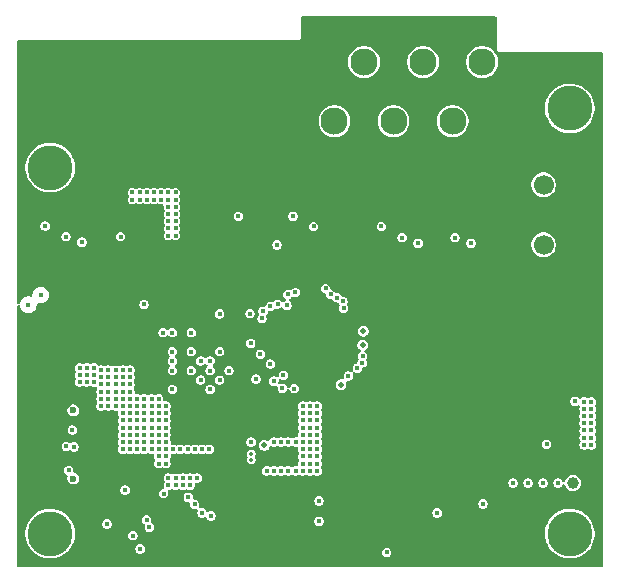
<source format=gbr>
%TF.GenerationSoftware,KiCad,Pcbnew,9.0.1*%
%TF.CreationDate,2025-05-01T00:05:03-04:00*%
%TF.ProjectId,main_board,6d61696e-5f62-46f6-9172-642e6b696361,rev?*%
%TF.SameCoordinates,Original*%
%TF.FileFunction,Copper,L5,Inr*%
%TF.FilePolarity,Positive*%
%FSLAX46Y46*%
G04 Gerber Fmt 4.6, Leading zero omitted, Abs format (unit mm)*
G04 Created by KiCad (PCBNEW 9.0.1) date 2025-05-01 00:05:03*
%MOMM*%
%LPD*%
G01*
G04 APERTURE LIST*
%TA.AperFunction,ComponentPad*%
%ADD10C,3.800000*%
%TD*%
%TA.AperFunction,ComponentPad*%
%ADD11C,0.600000*%
%TD*%
%TA.AperFunction,ComponentPad*%
%ADD12O,1.900000X1.000000*%
%TD*%
%TA.AperFunction,ComponentPad*%
%ADD13O,1.600000X1.000000*%
%TD*%
%TA.AperFunction,ComponentPad*%
%ADD14C,2.300000*%
%TD*%
%TA.AperFunction,ComponentPad*%
%ADD15C,1.700000*%
%TD*%
%TA.AperFunction,ViaPad*%
%ADD16C,0.400000*%
%TD*%
%TA.AperFunction,ViaPad*%
%ADD17C,1.000000*%
%TD*%
%TA.AperFunction,ViaPad*%
%ADD18C,0.500000*%
%TD*%
%TA.AperFunction,ViaPad*%
%ADD19C,0.350000*%
%TD*%
G04 APERTURE END LIST*
D10*
%TO.N,N/C*%
%TO.C,REF\u002A\u002A*%
X117000000Y-112000000D03*
%TD*%
%TO.N,N/C*%
%TO.C,REF\u002A\u002A*%
X161000000Y-76000000D03*
%TD*%
%TO.N,N/C*%
%TO.C,REF\u002A\u002A*%
X161000000Y-112000000D03*
%TD*%
%TO.N,N/C*%
%TO.C,REF\u002A\u002A*%
X117000000Y-81000000D03*
%TD*%
D11*
%TO.N,*%
%TO.C,USB1*%
X118962800Y-101554800D03*
X118962800Y-107334800D03*
D12*
%TO.N,GND*%
X119462800Y-100124800D03*
X119462800Y-108764800D03*
D13*
X115282800Y-108764800D03*
X115282800Y-100124800D03*
%TD*%
D14*
%TO.N,/Motor/Gate Driver/H_BRIDGE_SHA*%
%TO.C,CN3*%
X141070000Y-77074400D03*
X143570000Y-72074400D03*
%TO.N,/Motor/Gate Driver/H_BRIDGE_SHB*%
X146070000Y-77074400D03*
X148570000Y-72074400D03*
%TO.N,/Motor/Gate Driver/H_BRIDGE_SHC*%
X151070000Y-77074400D03*
X153570000Y-72074400D03*
%TD*%
D15*
%TO.N,GND*%
%TO.C,CN1*%
X156230000Y-82460000D03*
X156230000Y-87540000D03*
%TO.N,+12V*%
X158770000Y-82460000D03*
X158770000Y-87540000D03*
%TD*%
D16*
%TO.N,VBUS*%
X119481600Y-97953003D03*
X120091200Y-97942400D03*
X120700800Y-97942400D03*
X120080563Y-99154588D03*
X120700800Y-99161600D03*
X119481600Y-99161600D03*
X120700800Y-98552000D03*
X120091200Y-98552000D03*
X119481600Y-98552000D03*
X121310400Y-99364800D03*
X121310400Y-99974400D03*
X121310400Y-100584000D03*
X121310400Y-101193600D03*
X129438400Y-107289600D03*
X127000000Y-107289600D03*
X127000000Y-107899200D03*
X128828800Y-107899200D03*
X128219200Y-107899200D03*
X127609600Y-107899200D03*
X128828800Y-107289600D03*
X128219200Y-107289600D03*
X127609600Y-107289600D03*
X126187200Y-106070400D03*
X126796800Y-106070400D03*
X126796800Y-105460800D03*
X126187200Y-105460800D03*
X121310400Y-98145600D03*
X121920000Y-98145600D03*
X123139200Y-98145600D03*
X122529600Y-98145600D03*
X123748800Y-98145600D03*
X123139200Y-99974400D03*
X121920000Y-98755200D03*
X121310400Y-98755200D03*
X123748800Y-98755200D03*
X121920000Y-101193600D03*
X121920000Y-100584000D03*
X126187200Y-100584000D03*
X125577600Y-100584000D03*
X123139200Y-100584000D03*
X124358400Y-100584000D03*
X123139200Y-99364800D03*
X123139200Y-98755200D03*
X121920000Y-99974400D03*
X122529600Y-100584000D03*
X124968000Y-100584000D03*
X122529600Y-98755200D03*
X123748800Y-100584000D03*
X122529600Y-99974400D03*
X121920000Y-99364800D03*
X122529600Y-101193600D03*
X123748800Y-99364800D03*
X123748800Y-99974400D03*
X122529600Y-99364800D03*
X125577600Y-101193600D03*
X126796800Y-101193600D03*
X124968000Y-101193600D03*
X123139200Y-101193600D03*
X124358400Y-101193600D03*
X126187200Y-101193600D03*
X123748800Y-101193600D03*
X126796800Y-101803200D03*
X125577600Y-101803200D03*
X123139200Y-101803200D03*
X124968000Y-101803200D03*
X123748800Y-101803200D03*
X126187200Y-101803200D03*
X124358400Y-101803200D03*
X126796800Y-102412800D03*
X125577600Y-102412800D03*
X123139200Y-102412800D03*
X124968000Y-102412800D03*
X123748800Y-102412800D03*
X126187200Y-102412800D03*
X124358400Y-102412800D03*
X126796800Y-103022400D03*
X125577600Y-103022400D03*
X123139200Y-103022400D03*
X124968000Y-103022400D03*
X123748800Y-103022400D03*
X126187200Y-103022400D03*
X124358400Y-103022400D03*
X126796800Y-103632000D03*
X125577600Y-103632000D03*
X123139200Y-103632000D03*
X124968000Y-103632000D03*
X123748800Y-103632000D03*
X126187200Y-103632000D03*
X124358400Y-103632000D03*
X126796800Y-104241600D03*
X125577600Y-104241600D03*
X123139200Y-104241600D03*
X124968000Y-104241600D03*
X123748800Y-104241600D03*
X126187200Y-104241600D03*
X124358400Y-104241600D03*
X130454400Y-104851200D03*
X129844800Y-104851200D03*
X129235200Y-104851200D03*
X128625600Y-104851200D03*
X128016000Y-104851200D03*
X127406400Y-104851200D03*
X126796800Y-104851200D03*
X126187200Y-104851200D03*
X125577600Y-104851200D03*
X124968000Y-104851200D03*
X124358400Y-104851200D03*
X123748800Y-104851200D03*
X123139200Y-104851200D03*
%TO.N,*%
X135940800Y-104241600D03*
X136550400Y-104241600D03*
X137160000Y-104241600D03*
X137769600Y-104241600D03*
%TO.N,+3V3*%
X135331200Y-106680000D03*
X135940800Y-106680000D03*
X136550400Y-106680000D03*
X137160000Y-106680000D03*
X137769600Y-106680000D03*
X139598400Y-106070400D03*
X138379200Y-106680000D03*
X139598400Y-106680000D03*
X138988800Y-106070400D03*
X138988800Y-106680000D03*
X138379200Y-106070400D03*
X139598400Y-104851200D03*
X138379200Y-105460800D03*
X139598400Y-105460800D03*
X138988800Y-104851200D03*
X138988800Y-105460800D03*
X138379200Y-104851200D03*
X139598400Y-103632000D03*
X138379200Y-104241600D03*
X139598400Y-104241600D03*
X138988800Y-103632000D03*
X138988800Y-104241600D03*
X138379200Y-103632000D03*
X139598400Y-102412800D03*
X138379200Y-103022400D03*
X139598400Y-103022400D03*
X138988800Y-102412800D03*
X138988800Y-103022400D03*
X138379200Y-102412800D03*
X138379200Y-101803200D03*
X138988800Y-101803200D03*
X139598400Y-101803200D03*
X139598400Y-101193600D03*
X138988800Y-101193600D03*
X138379200Y-101193600D03*
%TO.N,GND*%
X144068800Y-111760000D03*
X145084800Y-111556800D03*
X145084800Y-110947200D03*
X142240000Y-110947200D03*
X142849600Y-110947200D03*
X142849600Y-111556800D03*
X142240000Y-111556800D03*
X141020800Y-111556800D03*
X141020800Y-110947200D03*
X140411200Y-110947200D03*
X140411200Y-111556800D03*
X144678400Y-112979200D03*
X144068800Y-112979200D03*
X143459200Y-112979200D03*
%TO.N,/MCU/PD_SDA*%
X139750800Y-109220000D03*
X139750800Y-110947200D03*
X130606800Y-110490000D03*
%TO.N,/MCU/PD_SCL*%
X129844800Y-110236000D03*
%TO.N,/MCU/USB_D+*%
X124002800Y-112166400D03*
%TO.N,/MCU/USB_D-*%
X124612400Y-113284000D03*
%TO.N,Net-(U1-CC1)*%
X125157000Y-110822832D03*
%TO.N,Net-(U1-CC2)*%
X125391400Y-111449859D03*
%TO.N,/MCU/USB_D+*%
X119008401Y-104648000D03*
%TO.N,*%
X162211200Y-103263400D03*
X127000000Y-86766400D03*
X162211200Y-103873000D03*
X162211200Y-104482600D03*
X162211200Y-101434600D03*
X162820800Y-102653800D03*
X127609600Y-83718400D03*
X162820800Y-100825000D03*
X127000000Y-83108800D03*
X162211200Y-102044200D03*
X125171200Y-83108800D03*
X162820800Y-101434600D03*
X127609600Y-83108800D03*
X123952000Y-83718400D03*
X127609600Y-84328000D03*
X162820800Y-103873000D03*
X162820800Y-102044200D03*
X125780800Y-83718400D03*
X124561600Y-83718400D03*
X127000000Y-86156800D03*
X124561600Y-83108800D03*
X127000000Y-85547200D03*
X125171200Y-83718400D03*
X162211200Y-102653800D03*
X162820800Y-103263400D03*
X127000000Y-83718400D03*
X125780800Y-83108800D03*
X127000000Y-84937600D03*
X123952000Y-83108800D03*
X127000000Y-84328000D03*
X126390400Y-83108800D03*
X127609600Y-85547200D03*
X126390400Y-83718400D03*
X162211200Y-100825000D03*
X162820800Y-104482600D03*
X127609600Y-86766400D03*
X127609600Y-84937600D03*
X127609600Y-86156800D03*
%TO.N,+3V3*%
X127343200Y-94983600D03*
X131343199Y-96583601D03*
X128943200Y-94983600D03*
X127343202Y-98183600D03*
X127343200Y-96583600D03*
X128943200Y-96583600D03*
D17*
X161266800Y-107708400D03*
D16*
%TO.N,GND*%
X116230400Y-102006400D03*
X116230400Y-106070400D03*
X148945600Y-112166400D03*
X115417600Y-103632000D03*
X134721600Y-102006400D03*
X142240000Y-113588800D03*
X148336000Y-112166400D03*
X117856000Y-108508800D03*
X132892800Y-103225600D03*
X116230400Y-101193600D03*
X128625600Y-102006400D03*
X114604800Y-103632000D03*
X115417600Y-106070400D03*
X143459200Y-113588800D03*
X134112000Y-102006400D03*
X115417600Y-102819200D03*
D17*
X153416800Y-101858400D03*
X156216800Y-99058400D03*
D16*
X117043200Y-107696000D03*
X140793600Y-85987397D03*
X117856000Y-102006400D03*
X117043200Y-101193600D03*
X137160000Y-101396800D03*
X143541600Y-85987397D03*
D17*
X162536800Y-107708400D03*
D16*
X128943200Y-95783600D03*
X121804989Y-111995011D03*
X136550400Y-103632000D03*
X159051200Y-105384600D03*
X148945600Y-111556800D03*
X131064000Y-102006400D03*
X145694400Y-111556800D03*
X155897400Y-111556800D03*
X130657600Y-113487200D03*
X144068800Y-113588800D03*
X131673600Y-102006400D03*
X115417600Y-105257600D03*
X117043200Y-105257600D03*
D18*
X135128000Y-103558400D03*
D16*
X117856000Y-103632000D03*
X127300000Y-113500000D03*
X145694400Y-110947200D03*
X127343200Y-95783600D03*
X132283200Y-102006400D03*
X132410200Y-105741978D03*
D18*
X118872000Y-98105403D03*
D16*
X114604800Y-106883200D03*
X131064000Y-103225600D03*
X133502400Y-102616000D03*
X117043200Y-108508800D03*
D17*
X154816800Y-99058400D03*
D16*
X128143200Y-96583600D03*
X117856000Y-101193600D03*
X117856000Y-100380800D03*
X115417600Y-102006400D03*
X128016000Y-101396800D03*
X141020800Y-113588800D03*
X131064000Y-101396800D03*
X117856000Y-109321600D03*
D18*
X118059201Y-98105404D03*
D16*
X142849600Y-113588800D03*
X146304000Y-110947200D03*
X134112000Y-101396800D03*
X115074000Y-85953600D03*
X114604800Y-102819200D03*
X160041200Y-104419400D03*
D17*
X154816800Y-101858400D03*
D16*
X131673600Y-103225600D03*
X116230400Y-106883200D03*
X127400000Y-111100000D03*
X134721600Y-102616000D03*
X133502400Y-103225600D03*
X116230400Y-102819200D03*
X117043200Y-109321600D03*
X132143200Y-97383600D03*
X114604800Y-102006400D03*
X117830273Y-105270493D03*
X140411200Y-113588800D03*
D18*
X160528000Y-100177600D03*
D16*
X115417600Y-106883200D03*
X133502400Y-102006400D03*
X115417600Y-104444800D03*
X146304000Y-111556800D03*
D17*
X156216800Y-101858400D03*
D16*
X137769600Y-103632000D03*
X132283200Y-102616000D03*
X117043200Y-102819200D03*
X126400000Y-110100000D03*
X117043200Y-99568000D03*
D18*
X160528000Y-99364800D03*
X119278400Y-97089403D03*
X157073600Y-98145600D03*
X158902400Y-99364800D03*
D16*
X134112000Y-102616000D03*
X114604800Y-104444800D03*
X117043200Y-104444800D03*
X116230400Y-107696000D03*
X130454400Y-102006400D03*
X139598400Y-91236800D03*
D17*
X153416800Y-99058400D03*
D16*
X144678400Y-113588800D03*
X114604800Y-101193600D03*
X117043200Y-103632000D03*
X117856000Y-99568000D03*
D18*
X120091200Y-95463803D03*
X119684800Y-96276603D03*
D16*
X132283200Y-103225600D03*
X137160000Y-103632000D03*
X152884200Y-104317800D03*
X137769600Y-101396800D03*
X117856000Y-107696000D03*
X129844800Y-101396800D03*
D18*
X123240800Y-96683003D03*
D16*
X153416000Y-110229600D03*
D18*
X158902400Y-100177600D03*
D16*
X117043200Y-100380800D03*
X141630400Y-113588800D03*
X129235200Y-101396800D03*
X115417600Y-107696000D03*
X117043200Y-102006400D03*
X114604800Y-105257600D03*
X128143200Y-95783600D03*
X131673600Y-102616000D03*
X130454400Y-101396800D03*
X133502400Y-101396800D03*
X136550400Y-101396800D03*
X131673600Y-101396800D03*
X117856000Y-106070400D03*
D18*
X119278400Y-95463803D03*
D16*
X135940800Y-103632000D03*
X117791706Y-104423267D03*
D17*
X156216800Y-100458400D03*
D16*
X117856000Y-106883200D03*
X128625600Y-101396800D03*
X129844800Y-102006400D03*
X127343200Y-98983600D03*
D17*
X154816800Y-100458400D03*
D16*
X146913600Y-110914062D03*
X114604800Y-106070400D03*
D17*
X153416800Y-100458400D03*
D16*
X132892800Y-102616000D03*
D18*
X159735401Y-99720400D03*
D16*
X135331200Y-101396800D03*
X126400000Y-111100000D03*
X132283200Y-101396800D03*
X133197600Y-93370400D03*
X117043200Y-106883200D03*
X117043200Y-106070400D03*
X149086168Y-111019137D03*
X132892800Y-101396800D03*
X116230400Y-104444800D03*
X127400000Y-110100000D03*
X129235200Y-102006400D03*
X117856000Y-102819200D03*
X115417600Y-101193600D03*
D18*
X157886400Y-98145600D03*
D16*
X126900000Y-110600000D03*
X135940800Y-101396800D03*
X116230400Y-105257600D03*
X132892800Y-102006400D03*
X128016000Y-102006400D03*
D18*
X147457201Y-109812498D03*
D16*
X134112000Y-103225600D03*
X131064000Y-102616000D03*
X128143200Y-94983600D03*
X114604800Y-107696000D03*
X116230400Y-103632000D03*
D18*
X120091200Y-97089403D03*
D16*
X138582400Y-91236800D03*
X134721600Y-101396800D03*
%TO.N,VBUS*%
X152622800Y-87409797D03*
X141839535Y-92925312D03*
D18*
%TO.N,Net-(U8-CPH)*%
X143515147Y-94856437D03*
%TO.N,Net-(U8-CPL)*%
X143459200Y-96012000D03*
%TO.N,Net-(U3-SS)*%
X135128000Y-104518400D03*
%TO.N,Net-(U8-DVDD)*%
X141630400Y-99372800D03*
D16*
%TO.N,Net-(D4-A)*%
X123342400Y-108300000D03*
%TO.N,Net-(U6-EN)*%
X159996800Y-107708400D03*
D19*
%TO.N,Net-(U3-SW)*%
X134023100Y-105741978D03*
%TO.N,Net-(U3-BST)*%
X134023100Y-105245789D03*
D16*
%TO.N,Net-(U2-SW)*%
X149758400Y-110236000D03*
%TO.N,/Motor/Gate Driver/MOTOR_C_CURRENT_SENSE*%
X134416800Y-98907600D03*
X132143200Y-98183600D03*
%TO.N,/Motor/Gate Driver/MOTOR_B_CURRENT_SENSE*%
X131343200Y-98983600D03*
%TO.N,/Motor/Gate Driver/MOTOR_A_CURRENT_SENSE*%
X130543200Y-98183600D03*
%TO.N,/MCU/USB_D-*%
X118365747Y-104608549D03*
%TO.N,Net-(U1-CC2)*%
X118567546Y-106631961D03*
%TO.N,Net-(U1-CC1)*%
X118872000Y-103225600D03*
%TO.N,Net-(U2-FB)*%
X145491200Y-113588800D03*
%TO.N,/MCU/STM32_EN*%
X128943200Y-98183600D03*
%TO.N,Net-(U3-FB)*%
X134010400Y-104241600D03*
%TO.N,/Motor/Gate Driver/GATE_DRIVER_NFAULT*%
X131343200Y-93383600D03*
%TO.N,/Motor/Gate Driver/H_BRIDGE_SPA*%
X140309600Y-91236800D03*
X145041600Y-85987397D03*
%TO.N,/Motor/Gate Driver/H_BRIDGE_SPB*%
X139293600Y-85987397D03*
X137766855Y-91568127D03*
%TO.N,Net-(U8-SOA)*%
X135636000Y-97637600D03*
%TO.N,Net-(U8-SOB)*%
X134793613Y-96803587D03*
%TO.N,Net-(U8-SOC)*%
X133980813Y-95889187D03*
%TO.N,/Power/VBUS_SWITCH_GATE*%
X126600000Y-108600000D03*
%TO.N,/MCU/EN_12V*%
X159021200Y-104419400D03*
X158726800Y-107708400D03*
%TO.N,/MCU/PD_INT_N*%
X157456800Y-107708400D03*
X129235200Y-109524800D03*
%TO.N,/MCU/PD_FAULT*%
X156186800Y-107708400D03*
X128687499Y-108915200D03*
%TO.N,/CAN Transceiver1/CAN_RX*%
X161442400Y-100787200D03*
%TO.N,/CAN Transceiver1/CAN_TX*%
X153646800Y-109467600D03*
%TO.N,/Motor/Gate Driver/H_BRIDGE_SPC*%
X116574000Y-85953600D03*
X133908800Y-93370400D03*
%TO.N,/Motor/Gate Driver/GATE_DRIVER_INHA*%
X142240000Y-98653600D03*
X129743200Y-97383600D03*
%TO.N,/Motor/Gate Driver/GATE_DRIVER_SDI*%
X127343200Y-97383600D03*
X135934113Y-99086093D03*
%TO.N,/Motor/Gate Driver/GATE_DRIVER_NSCS*%
X137668000Y-99720400D03*
X130543200Y-97383600D03*
%TO.N,/Motor/Gate Driver/GATE_DRIVER_SDO*%
X136748911Y-98573043D03*
X124943200Y-92583600D03*
%TO.N,/Motor/Gate Driver/GATE_DRIVER_INHB*%
X129743200Y-98983600D03*
X143002000Y-97993200D03*
%TO.N,/Motor/Gate Driver/GATE_DRIVER_SCLK*%
X126543200Y-94983600D03*
X136652000Y-99684763D03*
%TO.N,/Motor/Gate Driver/GATE_DRIVER_INLA*%
X143443643Y-96961867D03*
X127343200Y-99783600D03*
%TO.N,/Motor/Gate Driver/GATE_DRIVER_INHC*%
X143408400Y-97536000D03*
X130543200Y-99783600D03*
%TO.N,/Motor/Gate Driver/H_BRIDGE_GHC*%
X135636000Y-92760800D03*
X122955600Y-86840597D03*
%TO.N,/Motor/Gate Driver/H_BRIDGE_GHA*%
X141783185Y-92327961D03*
X151272800Y-86929797D03*
%TO.N,/Motor/Gate Driver/H_BRIDGE_GLC*%
X118333200Y-86840597D03*
X134924800Y-93776800D03*
%TO.N,/Motor/Gate Driver/H_BRIDGE_GLA*%
X140734739Y-91745628D03*
X146802400Y-86929797D03*
%TO.N,/Motor/Gate Driver/H_BRIDGE_GHB*%
X132931600Y-85134197D03*
X136245600Y-92557600D03*
%TO.N,/Motor/Gate Driver/H_BRIDGE_GLB*%
X137554000Y-85124597D03*
X137109200Y-91744800D03*
%TO.N,/Motor/Gate Driver/H_BRIDGE_SHC*%
X135026400Y-93167200D03*
X119683200Y-87320597D03*
%TO.N,/Motor/Gate Driver/H_BRIDGE_SHB*%
X136204000Y-87544597D03*
X137032239Y-92665756D03*
%TO.N,/Motor/Gate Driver/H_BRIDGE_SHA*%
X141268851Y-92018990D03*
X148152400Y-87409797D03*
%TO.N,/CAN_P*%
X116199800Y-91795600D03*
X115143989Y-92606505D03*
%TO.N,Net-(U1-CC2)*%
X121806325Y-111170862D03*
%TO.N,GND*%
X123317500Y-111996798D03*
X122481627Y-111991270D03*
%TD*%
%TA.AperFunction,Conductor*%
%TO.N,GND*%
G36*
X154742539Y-68220185D02*
G01*
X154788294Y-68272989D01*
X154799500Y-68324500D01*
X154799500Y-71039883D01*
X154801325Y-71044290D01*
X154830024Y-71113574D01*
X154886426Y-71169976D01*
X154960118Y-71200500D01*
X155039882Y-71200500D01*
X163675500Y-71200500D01*
X163742539Y-71220185D01*
X163788294Y-71272989D01*
X163799500Y-71324500D01*
X163799500Y-114675500D01*
X163779815Y-114742539D01*
X163727011Y-114788294D01*
X163675500Y-114799500D01*
X114324500Y-114799500D01*
X114257461Y-114779815D01*
X114211706Y-114727011D01*
X114200500Y-114675500D01*
X114200500Y-111862332D01*
X114899500Y-111862332D01*
X114899500Y-112137667D01*
X114899501Y-112137684D01*
X114935438Y-112410655D01*
X114935439Y-112410660D01*
X114935440Y-112410666D01*
X114956547Y-112489438D01*
X115006704Y-112676630D01*
X115112075Y-112931017D01*
X115112080Y-112931028D01*
X115172755Y-113036119D01*
X115249751Y-113169479D01*
X115249753Y-113169481D01*
X115249754Y-113169483D01*
X115417370Y-113387926D01*
X115417376Y-113387933D01*
X115612066Y-113582623D01*
X115612072Y-113582628D01*
X115830521Y-113750249D01*
X115983778Y-113838732D01*
X116068971Y-113887919D01*
X116068976Y-113887921D01*
X116068979Y-113887923D01*
X116323368Y-113993295D01*
X116589334Y-114064560D01*
X116862326Y-114100500D01*
X116862333Y-114100500D01*
X117137667Y-114100500D01*
X117137674Y-114100500D01*
X117410666Y-114064560D01*
X117676632Y-113993295D01*
X117931021Y-113887923D01*
X118169479Y-113750249D01*
X118387928Y-113582628D01*
X118582628Y-113387928D01*
X118703156Y-113230852D01*
X124208700Y-113230852D01*
X124208700Y-113337148D01*
X124236211Y-113439823D01*
X124289359Y-113531878D01*
X124364522Y-113607041D01*
X124456577Y-113660189D01*
X124559252Y-113687700D01*
X124559254Y-113687700D01*
X124665546Y-113687700D01*
X124665548Y-113687700D01*
X124768223Y-113660189D01*
X124860278Y-113607041D01*
X124931246Y-113536073D01*
X145090700Y-113536073D01*
X145090700Y-113641527D01*
X145117993Y-113743387D01*
X145170720Y-113834713D01*
X145245287Y-113909280D01*
X145336613Y-113962007D01*
X145438473Y-113989300D01*
X145438475Y-113989300D01*
X145543925Y-113989300D01*
X145543927Y-113989300D01*
X145645787Y-113962007D01*
X145737113Y-113909280D01*
X145811680Y-113834713D01*
X145864407Y-113743387D01*
X145891700Y-113641527D01*
X145891700Y-113536073D01*
X145864407Y-113434213D01*
X145811680Y-113342887D01*
X145737113Y-113268320D01*
X145645787Y-113215593D01*
X145543927Y-113188300D01*
X145438473Y-113188300D01*
X145336613Y-113215593D01*
X145336610Y-113215594D01*
X145245285Y-113268321D01*
X145170721Y-113342885D01*
X145117994Y-113434210D01*
X145117993Y-113434213D01*
X145090700Y-113536073D01*
X124931246Y-113536073D01*
X124935441Y-113531878D01*
X124988589Y-113439823D01*
X125016100Y-113337148D01*
X125016100Y-113230852D01*
X124988589Y-113128177D01*
X124935441Y-113036122D01*
X124860278Y-112960959D01*
X124768223Y-112907811D01*
X124665548Y-112880300D01*
X124559252Y-112880300D01*
X124456577Y-112907811D01*
X124456575Y-112907812D01*
X124456574Y-112907812D01*
X124364525Y-112960957D01*
X124364519Y-112960961D01*
X124289361Y-113036119D01*
X124289357Y-113036125D01*
X124236212Y-113128174D01*
X124236212Y-113128175D01*
X124236211Y-113128177D01*
X124208700Y-113230852D01*
X118703156Y-113230852D01*
X118750249Y-113169479D01*
X118774097Y-113128174D01*
X118887919Y-112931028D01*
X118887919Y-112931027D01*
X118887923Y-112931021D01*
X118993295Y-112676632D01*
X119064560Y-112410666D01*
X119100500Y-112137674D01*
X119100500Y-112113252D01*
X123599100Y-112113252D01*
X123599100Y-112219548D01*
X123626611Y-112322223D01*
X123679759Y-112414278D01*
X123754922Y-112489441D01*
X123846977Y-112542589D01*
X123949652Y-112570100D01*
X123949654Y-112570100D01*
X124055946Y-112570100D01*
X124055948Y-112570100D01*
X124158623Y-112542589D01*
X124250678Y-112489441D01*
X124325841Y-112414278D01*
X124378989Y-112322223D01*
X124406500Y-112219548D01*
X124406500Y-112113252D01*
X124378989Y-112010577D01*
X124325841Y-111918522D01*
X124269651Y-111862332D01*
X158899500Y-111862332D01*
X158899500Y-112137667D01*
X158899501Y-112137684D01*
X158935438Y-112410655D01*
X158935439Y-112410660D01*
X158935440Y-112410666D01*
X158956547Y-112489438D01*
X159006704Y-112676630D01*
X159112075Y-112931017D01*
X159112080Y-112931028D01*
X159172755Y-113036119D01*
X159249751Y-113169479D01*
X159249753Y-113169481D01*
X159249754Y-113169483D01*
X159417370Y-113387926D01*
X159417376Y-113387933D01*
X159612066Y-113582623D01*
X159612072Y-113582628D01*
X159830521Y-113750249D01*
X159983778Y-113838732D01*
X160068971Y-113887919D01*
X160068976Y-113887921D01*
X160068979Y-113887923D01*
X160323368Y-113993295D01*
X160589334Y-114064560D01*
X160862326Y-114100500D01*
X160862333Y-114100500D01*
X161137667Y-114100500D01*
X161137674Y-114100500D01*
X161410666Y-114064560D01*
X161676632Y-113993295D01*
X161931021Y-113887923D01*
X162169479Y-113750249D01*
X162387928Y-113582628D01*
X162582628Y-113387928D01*
X162750249Y-113169479D01*
X162887923Y-112931021D01*
X162993295Y-112676632D01*
X163064560Y-112410666D01*
X163100500Y-112137674D01*
X163100500Y-111862326D01*
X163064560Y-111589334D01*
X162993295Y-111323368D01*
X162887923Y-111068979D01*
X162887921Y-111068976D01*
X162887919Y-111068971D01*
X162804766Y-110924947D01*
X162750249Y-110830521D01*
X162601372Y-110636500D01*
X162582629Y-110612073D01*
X162582623Y-110612066D01*
X162387933Y-110417376D01*
X162387926Y-110417370D01*
X162169483Y-110249754D01*
X162169482Y-110249753D01*
X162169479Y-110249751D01*
X162074407Y-110194861D01*
X161931028Y-110112080D01*
X161931017Y-110112075D01*
X161676630Y-110006704D01*
X161488722Y-109956355D01*
X161410666Y-109935440D01*
X161410660Y-109935439D01*
X161410655Y-109935438D01*
X161137684Y-109899501D01*
X161137679Y-109899500D01*
X161137674Y-109899500D01*
X160862326Y-109899500D01*
X160862320Y-109899500D01*
X160862315Y-109899501D01*
X160589344Y-109935438D01*
X160589337Y-109935439D01*
X160589334Y-109935440D01*
X160533125Y-109950500D01*
X160323369Y-110006704D01*
X160068982Y-110112075D01*
X160068971Y-110112080D01*
X159830516Y-110249754D01*
X159612073Y-110417370D01*
X159612066Y-110417376D01*
X159417376Y-110612066D01*
X159417370Y-110612073D01*
X159249754Y-110830516D01*
X159112080Y-111068971D01*
X159112075Y-111068982D01*
X159006704Y-111323369D01*
X158935441Y-111589331D01*
X158935438Y-111589344D01*
X158899501Y-111862315D01*
X158899500Y-111862332D01*
X124269651Y-111862332D01*
X124250678Y-111843359D01*
X124158623Y-111790211D01*
X124055948Y-111762700D01*
X123949652Y-111762700D01*
X123846977Y-111790211D01*
X123846975Y-111790212D01*
X123846974Y-111790212D01*
X123754925Y-111843357D01*
X123754919Y-111843361D01*
X123679761Y-111918519D01*
X123679757Y-111918525D01*
X123626612Y-112010574D01*
X123626612Y-112010575D01*
X123626611Y-112010577D01*
X123599100Y-112113252D01*
X119100500Y-112113252D01*
X119100500Y-111862326D01*
X119064560Y-111589334D01*
X118993295Y-111323368D01*
X118947577Y-111212995D01*
X118924574Y-111157461D01*
X118908284Y-111118135D01*
X121405825Y-111118135D01*
X121405825Y-111223589D01*
X121433118Y-111325449D01*
X121485845Y-111416775D01*
X121560412Y-111491342D01*
X121651738Y-111544069D01*
X121753598Y-111571362D01*
X121753600Y-111571362D01*
X121859050Y-111571362D01*
X121859052Y-111571362D01*
X121960912Y-111544069D01*
X122052238Y-111491342D01*
X122126805Y-111416775D01*
X122179532Y-111325449D01*
X122206825Y-111223589D01*
X122206825Y-111118135D01*
X122179532Y-111016275D01*
X122126805Y-110924949D01*
X122052238Y-110850382D01*
X121983122Y-110810478D01*
X121960914Y-110797656D01*
X121960913Y-110797655D01*
X121960912Y-110797655D01*
X121859052Y-110770362D01*
X121753598Y-110770362D01*
X121651738Y-110797655D01*
X121651735Y-110797656D01*
X121560410Y-110850383D01*
X121485846Y-110924947D01*
X121433119Y-111016272D01*
X121433118Y-111016275D01*
X121405825Y-111118135D01*
X118908284Y-111118135D01*
X118901513Y-111101789D01*
X118887923Y-111068979D01*
X118887920Y-111068974D01*
X118887919Y-111068971D01*
X118804766Y-110924947D01*
X118750249Y-110830521D01*
X118703890Y-110770105D01*
X124756500Y-110770105D01*
X124756500Y-110875559D01*
X124783793Y-110977419D01*
X124836520Y-111068745D01*
X124911087Y-111143312D01*
X124956706Y-111169650D01*
X125004921Y-111220216D01*
X125018144Y-111288823D01*
X125014480Y-111309129D01*
X125010107Y-111325448D01*
X124990900Y-111397132D01*
X124990900Y-111502586D01*
X125018193Y-111604446D01*
X125070920Y-111695772D01*
X125145487Y-111770339D01*
X125236813Y-111823066D01*
X125338673Y-111850359D01*
X125338675Y-111850359D01*
X125444125Y-111850359D01*
X125444127Y-111850359D01*
X125545987Y-111823066D01*
X125637313Y-111770339D01*
X125711880Y-111695772D01*
X125764607Y-111604446D01*
X125791900Y-111502586D01*
X125791900Y-111397132D01*
X125764607Y-111295272D01*
X125711880Y-111203946D01*
X125637313Y-111129379D01*
X125591691Y-111103039D01*
X125543478Y-111052473D01*
X125530256Y-110983866D01*
X125533915Y-110963576D01*
X125552432Y-110894473D01*
X139350300Y-110894473D01*
X139350300Y-110999927D01*
X139368804Y-111068983D01*
X139377593Y-111101786D01*
X139377594Y-111101789D01*
X139387033Y-111118137D01*
X139430320Y-111193113D01*
X139504887Y-111267680D01*
X139596213Y-111320407D01*
X139698073Y-111347700D01*
X139698075Y-111347700D01*
X139803525Y-111347700D01*
X139803527Y-111347700D01*
X139905387Y-111320407D01*
X139996713Y-111267680D01*
X140071280Y-111193113D01*
X140124007Y-111101787D01*
X140151300Y-110999927D01*
X140151300Y-110894473D01*
X140124007Y-110792613D01*
X140071280Y-110701287D01*
X139996713Y-110626720D01*
X139905387Y-110573993D01*
X139803527Y-110546700D01*
X139698073Y-110546700D01*
X139596213Y-110573993D01*
X139596210Y-110573994D01*
X139504885Y-110626721D01*
X139430321Y-110701285D01*
X139377594Y-110792610D01*
X139377593Y-110792613D01*
X139350300Y-110894473D01*
X125552432Y-110894473D01*
X125557500Y-110875559D01*
X125557500Y-110770105D01*
X125530207Y-110668245D01*
X125477480Y-110576919D01*
X125402913Y-110502352D01*
X125311587Y-110449625D01*
X125209727Y-110422332D01*
X125104273Y-110422332D01*
X125002413Y-110449625D01*
X125002410Y-110449626D01*
X124911085Y-110502353D01*
X124836521Y-110576917D01*
X124783794Y-110668242D01*
X124783793Y-110668245D01*
X124756500Y-110770105D01*
X118703890Y-110770105D01*
X118601372Y-110636500D01*
X118582629Y-110612073D01*
X118582623Y-110612066D01*
X118387933Y-110417376D01*
X118387926Y-110417370D01*
X118169483Y-110249754D01*
X118169482Y-110249753D01*
X118169479Y-110249751D01*
X118074407Y-110194861D01*
X117931028Y-110112080D01*
X117931017Y-110112075D01*
X117676630Y-110006704D01*
X117488722Y-109956355D01*
X117410666Y-109935440D01*
X117410660Y-109935439D01*
X117410655Y-109935438D01*
X117137684Y-109899501D01*
X117137679Y-109899500D01*
X117137674Y-109899500D01*
X116862326Y-109899500D01*
X116862320Y-109899500D01*
X116862315Y-109899501D01*
X116589344Y-109935438D01*
X116589337Y-109935439D01*
X116589334Y-109935440D01*
X116533125Y-109950500D01*
X116323369Y-110006704D01*
X116068982Y-110112075D01*
X116068971Y-110112080D01*
X115830516Y-110249754D01*
X115612073Y-110417370D01*
X115612066Y-110417376D01*
X115417376Y-110612066D01*
X115417370Y-110612073D01*
X115249754Y-110830516D01*
X115112080Y-111068971D01*
X115112075Y-111068982D01*
X115006704Y-111323369D01*
X114935441Y-111589331D01*
X114935438Y-111589344D01*
X114899501Y-111862315D01*
X114899500Y-111862332D01*
X114200500Y-111862332D01*
X114200500Y-108247273D01*
X122941900Y-108247273D01*
X122941900Y-108352727D01*
X122969193Y-108454587D01*
X123021920Y-108545913D01*
X123096487Y-108620480D01*
X123187813Y-108673207D01*
X123289673Y-108700500D01*
X123289675Y-108700500D01*
X123395125Y-108700500D01*
X123395127Y-108700500D01*
X123496987Y-108673207D01*
X123588313Y-108620480D01*
X123661520Y-108547273D01*
X126199500Y-108547273D01*
X126199500Y-108652727D01*
X126226793Y-108754587D01*
X126279520Y-108845913D01*
X126354087Y-108920480D01*
X126445413Y-108973207D01*
X126547273Y-109000500D01*
X126547275Y-109000500D01*
X126652725Y-109000500D01*
X126652727Y-109000500D01*
X126754587Y-108973207D01*
X126845913Y-108920480D01*
X126920480Y-108845913D01*
X126973207Y-108754587D01*
X127000500Y-108652727D01*
X127000500Y-108547273D01*
X126974198Y-108449111D01*
X126974211Y-108448563D01*
X126973928Y-108448090D01*
X126975041Y-108413676D01*
X126975861Y-108379265D01*
X126976170Y-108378808D01*
X126976188Y-108378257D01*
X126995722Y-108349918D01*
X127015023Y-108321402D01*
X127015635Y-108321032D01*
X127015843Y-108320731D01*
X127017724Y-108319771D01*
X127046136Y-108302620D01*
X127053818Y-108299407D01*
X127154587Y-108272407D01*
X127245913Y-108219680D01*
X127246939Y-108218653D01*
X127256963Y-108214462D01*
X127284129Y-108211449D01*
X127310699Y-108205003D01*
X127319348Y-108207542D01*
X127326407Y-108206760D01*
X127340489Y-108213750D01*
X127366794Y-108221474D01*
X127455013Y-108272407D01*
X127556873Y-108299700D01*
X127556875Y-108299700D01*
X127662325Y-108299700D01*
X127662327Y-108299700D01*
X127764187Y-108272407D01*
X127852404Y-108221474D01*
X127920299Y-108205003D01*
X127976394Y-108221474D01*
X128064613Y-108272407D01*
X128166473Y-108299700D01*
X128166475Y-108299700D01*
X128271925Y-108299700D01*
X128271927Y-108299700D01*
X128373787Y-108272407D01*
X128462004Y-108221474D01*
X128472383Y-108218956D01*
X128480951Y-108212576D01*
X128505740Y-108210863D01*
X128529899Y-108205003D01*
X128541838Y-108208370D01*
X128550655Y-108207762D01*
X128579883Y-108219102D01*
X128583693Y-108220177D01*
X128584818Y-108220795D01*
X128674213Y-108272407D01*
X128683152Y-108274802D01*
X128696283Y-108282014D01*
X128710785Y-108296588D01*
X128728347Y-108307293D01*
X128734934Y-108320855D01*
X128745567Y-108331540D01*
X128749888Y-108351641D01*
X128758874Y-108370141D01*
X128757083Y-108385111D01*
X128760252Y-108399849D01*
X128753019Y-108419097D01*
X128750577Y-108439517D01*
X128740977Y-108451142D01*
X128735675Y-108465253D01*
X128719183Y-108477535D01*
X128706089Y-108493393D01*
X128691728Y-108497982D01*
X128679639Y-108506987D01*
X128659125Y-108508403D01*
X128642828Y-108513612D01*
X128642832Y-108513639D01*
X128642685Y-108513658D01*
X128639536Y-108514665D01*
X128636590Y-108514700D01*
X128634772Y-108514700D01*
X128532912Y-108541993D01*
X128532909Y-108541994D01*
X128441584Y-108594721D01*
X128367020Y-108669285D01*
X128314293Y-108760610D01*
X128314292Y-108760613D01*
X128286999Y-108862473D01*
X128286999Y-108967927D01*
X128314292Y-109069787D01*
X128367019Y-109161113D01*
X128441586Y-109235680D01*
X128532912Y-109288407D01*
X128634772Y-109315700D01*
X128634774Y-109315700D01*
X128715000Y-109315700D01*
X128782039Y-109335385D01*
X128827794Y-109388189D01*
X128837738Y-109457347D01*
X128834776Y-109471788D01*
X128834700Y-109472068D01*
X128834700Y-109472073D01*
X128834700Y-109577527D01*
X128861993Y-109679387D01*
X128914720Y-109770713D01*
X128989287Y-109845280D01*
X129080613Y-109898007D01*
X129182473Y-109925300D01*
X129182475Y-109925300D01*
X129287925Y-109925300D01*
X129287927Y-109925300D01*
X129324381Y-109915532D01*
X129394228Y-109917193D01*
X129452092Y-109956355D01*
X129479597Y-110020583D01*
X129472353Y-110073202D01*
X129473697Y-110073562D01*
X129471593Y-110081411D01*
X129471593Y-110081413D01*
X129444300Y-110183273D01*
X129444300Y-110288727D01*
X129471593Y-110390587D01*
X129524320Y-110481913D01*
X129598887Y-110556480D01*
X129690213Y-110609207D01*
X129792073Y-110636500D01*
X129792075Y-110636500D01*
X129897525Y-110636500D01*
X129897527Y-110636500D01*
X129999387Y-110609207D01*
X130054116Y-110577608D01*
X130122012Y-110561136D01*
X130188039Y-110583987D01*
X130230674Y-110637541D01*
X130233592Y-110644585D01*
X130233593Y-110644587D01*
X130286320Y-110735913D01*
X130360887Y-110810480D01*
X130452213Y-110863207D01*
X130554073Y-110890500D01*
X130554075Y-110890500D01*
X130659525Y-110890500D01*
X130659527Y-110890500D01*
X130761387Y-110863207D01*
X130852713Y-110810480D01*
X130927280Y-110735913D01*
X130980007Y-110644587D01*
X131007300Y-110542727D01*
X131007300Y-110437273D01*
X130980007Y-110335413D01*
X130927280Y-110244087D01*
X130866466Y-110183273D01*
X149357900Y-110183273D01*
X149357900Y-110288727D01*
X149385193Y-110390587D01*
X149437920Y-110481913D01*
X149512487Y-110556480D01*
X149603813Y-110609207D01*
X149705673Y-110636500D01*
X149705675Y-110636500D01*
X149811125Y-110636500D01*
X149811127Y-110636500D01*
X149912987Y-110609207D01*
X150004313Y-110556480D01*
X150078880Y-110481913D01*
X150131607Y-110390587D01*
X150158900Y-110288727D01*
X150158900Y-110183273D01*
X150131607Y-110081413D01*
X150078880Y-109990087D01*
X150004313Y-109915520D01*
X149912987Y-109862793D01*
X149811127Y-109835500D01*
X149705673Y-109835500D01*
X149603813Y-109862793D01*
X149603810Y-109862794D01*
X149512485Y-109915521D01*
X149437921Y-109990085D01*
X149385194Y-110081410D01*
X149385193Y-110081413D01*
X149357900Y-110183273D01*
X130866466Y-110183273D01*
X130852713Y-110169520D01*
X130761387Y-110116793D01*
X130659527Y-110089500D01*
X130554073Y-110089500D01*
X130452213Y-110116793D01*
X130452210Y-110116794D01*
X130397485Y-110148390D01*
X130329585Y-110164863D01*
X130263558Y-110142010D01*
X130220923Y-110088454D01*
X130218008Y-110081418D01*
X130218007Y-110081413D01*
X130165280Y-109990087D01*
X130090713Y-109915520D01*
X129999387Y-109862793D01*
X129897527Y-109835500D01*
X129792073Y-109835500D01*
X129792071Y-109835500D01*
X129755617Y-109845268D01*
X129685767Y-109843605D01*
X129627905Y-109804442D01*
X129600402Y-109740213D01*
X129607649Y-109687598D01*
X129606303Y-109687238D01*
X129608407Y-109679386D01*
X129635700Y-109577527D01*
X129635700Y-109472073D01*
X129608407Y-109370213D01*
X129555680Y-109278887D01*
X129481113Y-109204320D01*
X129416946Y-109167273D01*
X139350300Y-109167273D01*
X139350300Y-109272727D01*
X139377593Y-109374587D01*
X139430320Y-109465913D01*
X139504887Y-109540480D01*
X139596213Y-109593207D01*
X139698073Y-109620500D01*
X139698075Y-109620500D01*
X139803525Y-109620500D01*
X139803527Y-109620500D01*
X139905387Y-109593207D01*
X139996713Y-109540480D01*
X140071280Y-109465913D01*
X140100748Y-109414873D01*
X153246300Y-109414873D01*
X153246300Y-109520327D01*
X153273593Y-109622187D01*
X153326320Y-109713513D01*
X153400887Y-109788080D01*
X153492213Y-109840807D01*
X153594073Y-109868100D01*
X153594075Y-109868100D01*
X153699525Y-109868100D01*
X153699527Y-109868100D01*
X153801387Y-109840807D01*
X153892713Y-109788080D01*
X153967280Y-109713513D01*
X154020007Y-109622187D01*
X154047300Y-109520327D01*
X154047300Y-109414873D01*
X154020007Y-109313013D01*
X153967280Y-109221687D01*
X153892713Y-109147120D01*
X153801387Y-109094393D01*
X153699527Y-109067100D01*
X153594073Y-109067100D01*
X153492213Y-109094393D01*
X153492210Y-109094394D01*
X153400885Y-109147121D01*
X153326321Y-109221685D01*
X153273594Y-109313010D01*
X153273593Y-109313013D01*
X153246300Y-109414873D01*
X140100748Y-109414873D01*
X140124007Y-109374587D01*
X140151300Y-109272727D01*
X140151300Y-109167273D01*
X140124007Y-109065413D01*
X140071280Y-108974087D01*
X139996713Y-108899520D01*
X139905387Y-108846793D01*
X139803527Y-108819500D01*
X139698073Y-108819500D01*
X139596213Y-108846793D01*
X139596210Y-108846794D01*
X139504885Y-108899521D01*
X139430321Y-108974085D01*
X139377594Y-109065410D01*
X139377593Y-109065413D01*
X139350300Y-109167273D01*
X129416946Y-109167273D01*
X129389787Y-109151593D01*
X129287927Y-109124300D01*
X129207699Y-109124300D01*
X129140660Y-109104615D01*
X129094905Y-109051811D01*
X129084961Y-108982653D01*
X129087923Y-108968212D01*
X129087998Y-108967931D01*
X129087999Y-108967925D01*
X129087999Y-108862475D01*
X129087999Y-108862473D01*
X129060706Y-108760613D01*
X129007979Y-108669287D01*
X128933412Y-108594720D01*
X128851231Y-108547273D01*
X128842088Y-108541994D01*
X128834579Y-108538884D01*
X128835688Y-108536206D01*
X128787952Y-108507107D01*
X128757425Y-108444259D01*
X128765722Y-108374883D01*
X128810210Y-108321007D01*
X128873470Y-108300787D01*
X128873467Y-108300761D01*
X128873613Y-108300741D01*
X128876763Y-108299735D01*
X128879709Y-108299700D01*
X128881525Y-108299700D01*
X128881527Y-108299700D01*
X128983387Y-108272407D01*
X129074713Y-108219680D01*
X129149280Y-108145113D01*
X129202007Y-108053787D01*
X129229300Y-107951927D01*
X129229300Y-107846473D01*
X129227651Y-107840319D01*
X129229312Y-107770472D01*
X129268473Y-107712608D01*
X129332701Y-107685102D01*
X129379517Y-107688450D01*
X129385673Y-107690100D01*
X129385676Y-107690100D01*
X129491125Y-107690100D01*
X129491127Y-107690100D01*
X129592987Y-107662807D01*
X129605343Y-107655673D01*
X155786300Y-107655673D01*
X155786300Y-107761127D01*
X155806175Y-107835300D01*
X155813593Y-107862986D01*
X155813594Y-107862989D01*
X155827722Y-107887459D01*
X155866320Y-107954313D01*
X155940887Y-108028880D01*
X156032213Y-108081607D01*
X156134073Y-108108900D01*
X156134075Y-108108900D01*
X156239525Y-108108900D01*
X156239527Y-108108900D01*
X156341387Y-108081607D01*
X156432713Y-108028880D01*
X156507280Y-107954313D01*
X156560007Y-107862987D01*
X156587300Y-107761127D01*
X156587300Y-107655673D01*
X157056300Y-107655673D01*
X157056300Y-107761127D01*
X157076175Y-107835300D01*
X157083593Y-107862986D01*
X157083594Y-107862989D01*
X157097722Y-107887459D01*
X157136320Y-107954313D01*
X157210887Y-108028880D01*
X157302213Y-108081607D01*
X157404073Y-108108900D01*
X157404075Y-108108900D01*
X157509525Y-108108900D01*
X157509527Y-108108900D01*
X157611387Y-108081607D01*
X157702713Y-108028880D01*
X157777280Y-107954313D01*
X157830007Y-107862987D01*
X157857300Y-107761127D01*
X157857300Y-107655673D01*
X158326300Y-107655673D01*
X158326300Y-107761127D01*
X158346175Y-107835300D01*
X158353593Y-107862986D01*
X158353594Y-107862989D01*
X158367722Y-107887459D01*
X158406320Y-107954313D01*
X158480887Y-108028880D01*
X158572213Y-108081607D01*
X158674073Y-108108900D01*
X158674075Y-108108900D01*
X158779525Y-108108900D01*
X158779527Y-108108900D01*
X158881387Y-108081607D01*
X158972713Y-108028880D01*
X159047280Y-107954313D01*
X159100007Y-107862987D01*
X159127300Y-107761127D01*
X159127300Y-107655673D01*
X159596300Y-107655673D01*
X159596300Y-107761127D01*
X159616175Y-107835300D01*
X159623593Y-107862986D01*
X159623594Y-107862989D01*
X159637722Y-107887459D01*
X159676320Y-107954313D01*
X159750887Y-108028880D01*
X159842213Y-108081607D01*
X159944073Y-108108900D01*
X159944075Y-108108900D01*
X160049525Y-108108900D01*
X160049527Y-108108900D01*
X160151387Y-108081607D01*
X160242713Y-108028880D01*
X160317280Y-107954313D01*
X160363934Y-107873504D01*
X160414501Y-107825289D01*
X160483108Y-107812066D01*
X160547973Y-107838034D01*
X160588501Y-107894949D01*
X160592938Y-107911310D01*
X160593219Y-107912726D01*
X160593221Y-107912732D01*
X160646021Y-108040204D01*
X160646028Y-108040217D01*
X160722685Y-108154941D01*
X160722688Y-108154945D01*
X160820254Y-108252511D01*
X160820258Y-108252514D01*
X160934982Y-108329171D01*
X160934995Y-108329178D01*
X161033890Y-108370141D01*
X161062472Y-108381980D01*
X161062476Y-108381980D01*
X161062477Y-108381981D01*
X161197804Y-108408900D01*
X161197807Y-108408900D01*
X161335795Y-108408900D01*
X161426841Y-108390789D01*
X161471128Y-108381980D01*
X161569724Y-108341140D01*
X161598604Y-108329178D01*
X161598604Y-108329177D01*
X161598611Y-108329175D01*
X161713342Y-108252514D01*
X161810914Y-108154942D01*
X161887575Y-108040211D01*
X161940380Y-107912728D01*
X161955238Y-107838034D01*
X161967300Y-107777395D01*
X161967300Y-107639404D01*
X161940381Y-107504077D01*
X161940380Y-107504076D01*
X161940380Y-107504072D01*
X161915575Y-107444187D01*
X161887578Y-107376595D01*
X161887571Y-107376582D01*
X161810914Y-107261858D01*
X161810911Y-107261854D01*
X161713345Y-107164288D01*
X161713341Y-107164285D01*
X161598617Y-107087628D01*
X161598604Y-107087621D01*
X161471132Y-107034821D01*
X161471122Y-107034818D01*
X161335795Y-107007900D01*
X161335793Y-107007900D01*
X161197807Y-107007900D01*
X161197805Y-107007900D01*
X161062477Y-107034818D01*
X161062467Y-107034821D01*
X160934995Y-107087621D01*
X160934982Y-107087628D01*
X160820258Y-107164285D01*
X160820254Y-107164288D01*
X160722688Y-107261854D01*
X160722685Y-107261858D01*
X160646028Y-107376582D01*
X160646021Y-107376595D01*
X160593221Y-107504067D01*
X160593218Y-107504078D01*
X160592937Y-107505492D01*
X160592585Y-107506163D01*
X160591451Y-107509904D01*
X160590741Y-107509688D01*
X160560548Y-107567401D01*
X160499831Y-107601972D01*
X160430061Y-107598228D01*
X160373392Y-107557359D01*
X160363934Y-107543295D01*
X160359442Y-107535514D01*
X160317280Y-107462487D01*
X160242713Y-107387920D01*
X160175859Y-107349322D01*
X160151389Y-107335194D01*
X160151388Y-107335193D01*
X160151387Y-107335193D01*
X160049527Y-107307900D01*
X159944073Y-107307900D01*
X159842213Y-107335193D01*
X159842210Y-107335194D01*
X159750885Y-107387921D01*
X159676321Y-107462485D01*
X159623594Y-107553810D01*
X159623593Y-107553813D01*
X159596300Y-107655673D01*
X159127300Y-107655673D01*
X159100007Y-107553813D01*
X159047280Y-107462487D01*
X158972713Y-107387920D01*
X158905859Y-107349322D01*
X158881389Y-107335194D01*
X158881388Y-107335193D01*
X158881387Y-107335193D01*
X158779527Y-107307900D01*
X158674073Y-107307900D01*
X158572213Y-107335193D01*
X158572210Y-107335194D01*
X158480885Y-107387921D01*
X158406321Y-107462485D01*
X158353594Y-107553810D01*
X158353593Y-107553813D01*
X158326300Y-107655673D01*
X157857300Y-107655673D01*
X157830007Y-107553813D01*
X157777280Y-107462487D01*
X157702713Y-107387920D01*
X157635859Y-107349322D01*
X157611389Y-107335194D01*
X157611388Y-107335193D01*
X157611387Y-107335193D01*
X157509527Y-107307900D01*
X157404073Y-107307900D01*
X157302213Y-107335193D01*
X157302210Y-107335194D01*
X157210885Y-107387921D01*
X157136321Y-107462485D01*
X157083594Y-107553810D01*
X157083593Y-107553813D01*
X157056300Y-107655673D01*
X156587300Y-107655673D01*
X156560007Y-107553813D01*
X156507280Y-107462487D01*
X156432713Y-107387920D01*
X156365859Y-107349322D01*
X156341389Y-107335194D01*
X156341388Y-107335193D01*
X156341387Y-107335193D01*
X156239527Y-107307900D01*
X156134073Y-107307900D01*
X156032213Y-107335193D01*
X156032210Y-107335194D01*
X155940885Y-107387921D01*
X155866321Y-107462485D01*
X155813594Y-107553810D01*
X155813593Y-107553813D01*
X155786300Y-107655673D01*
X129605343Y-107655673D01*
X129684313Y-107610080D01*
X129758880Y-107535513D01*
X129811607Y-107444187D01*
X129838900Y-107342327D01*
X129838900Y-107236873D01*
X129811607Y-107135013D01*
X129758880Y-107043687D01*
X129684313Y-106969120D01*
X129592987Y-106916393D01*
X129491127Y-106889100D01*
X129385673Y-106889100D01*
X129283813Y-106916393D01*
X129283810Y-106916394D01*
X129195600Y-106967323D01*
X129127700Y-106983796D01*
X129071600Y-106967323D01*
X129045820Y-106952439D01*
X128983387Y-106916393D01*
X128881527Y-106889100D01*
X128776073Y-106889100D01*
X128674213Y-106916393D01*
X128674210Y-106916394D01*
X128586000Y-106967323D01*
X128518100Y-106983796D01*
X128462000Y-106967323D01*
X128436220Y-106952439D01*
X128373787Y-106916393D01*
X128271927Y-106889100D01*
X128166473Y-106889100D01*
X128064613Y-106916393D01*
X128064610Y-106916394D01*
X127976400Y-106967323D01*
X127908500Y-106983796D01*
X127852400Y-106967323D01*
X127826620Y-106952439D01*
X127764187Y-106916393D01*
X127662327Y-106889100D01*
X127556873Y-106889100D01*
X127455013Y-106916393D01*
X127455010Y-106916394D01*
X127366800Y-106967323D01*
X127298900Y-106983796D01*
X127242800Y-106967323D01*
X127217020Y-106952439D01*
X127154587Y-106916393D01*
X127052727Y-106889100D01*
X126947273Y-106889100D01*
X126845413Y-106916393D01*
X126845410Y-106916394D01*
X126754085Y-106969121D01*
X126679521Y-107043685D01*
X126626794Y-107135010D01*
X126626793Y-107135013D01*
X126599500Y-107236873D01*
X126599500Y-107342327D01*
X126626793Y-107444187D01*
X126675174Y-107527986D01*
X126677723Y-107532400D01*
X126694196Y-107600300D01*
X126677723Y-107656400D01*
X126626794Y-107744610D01*
X126626793Y-107744613D01*
X126599500Y-107846473D01*
X126599500Y-107951927D01*
X126606894Y-107979521D01*
X126625801Y-108050085D01*
X126624138Y-108119935D01*
X126584975Y-108177797D01*
X126538119Y-108201952D01*
X126470105Y-108220177D01*
X126445413Y-108226793D01*
X126445410Y-108226794D01*
X126354085Y-108279521D01*
X126279521Y-108354085D01*
X126226794Y-108445410D01*
X126226793Y-108445413D01*
X126199500Y-108547273D01*
X123661520Y-108547273D01*
X123662880Y-108545913D01*
X123715607Y-108454587D01*
X123742900Y-108352727D01*
X123742900Y-108247273D01*
X123715607Y-108145413D01*
X123662880Y-108054087D01*
X123588313Y-107979520D01*
X123496987Y-107926793D01*
X123395127Y-107899500D01*
X123289673Y-107899500D01*
X123187813Y-107926793D01*
X123187810Y-107926794D01*
X123096485Y-107979521D01*
X123021921Y-108054085D01*
X122969194Y-108145410D01*
X122969193Y-108145413D01*
X122941900Y-108247273D01*
X114200500Y-108247273D01*
X114200500Y-106579234D01*
X118167046Y-106579234D01*
X118167046Y-106684688D01*
X118194339Y-106786548D01*
X118247066Y-106877874D01*
X118321633Y-106952441D01*
X118412959Y-107005168D01*
X118412964Y-107005169D01*
X118420466Y-107008277D01*
X118419052Y-107011688D01*
X118464261Y-107038836D01*
X118495205Y-107101479D01*
X118492836Y-107154944D01*
X118462300Y-107268908D01*
X118462300Y-107400691D01*
X118496408Y-107527987D01*
X118514813Y-107559865D01*
X118562300Y-107642114D01*
X118655486Y-107735300D01*
X118769614Y-107801192D01*
X118896908Y-107835300D01*
X118896910Y-107835300D01*
X119028690Y-107835300D01*
X119028692Y-107835300D01*
X119155986Y-107801192D01*
X119270114Y-107735300D01*
X119363300Y-107642114D01*
X119429192Y-107527986D01*
X119463300Y-107400692D01*
X119463300Y-107268908D01*
X119429192Y-107141614D01*
X119363300Y-107027486D01*
X119270114Y-106934300D01*
X119191826Y-106889100D01*
X119155987Y-106868408D01*
X119096848Y-106852562D01*
X119054479Y-106841209D01*
X118994819Y-106804845D01*
X118964290Y-106741998D01*
X118966799Y-106689338D01*
X118968046Y-106684688D01*
X118968046Y-106579234D01*
X118940753Y-106477374D01*
X118888026Y-106386048D01*
X118813459Y-106311481D01*
X118722133Y-106258754D01*
X118620273Y-106231461D01*
X118514819Y-106231461D01*
X118412959Y-106258754D01*
X118412956Y-106258755D01*
X118321631Y-106311482D01*
X118247067Y-106386046D01*
X118194340Y-106477371D01*
X118194339Y-106477374D01*
X118167046Y-106579234D01*
X114200500Y-106579234D01*
X114200500Y-104555401D01*
X117962047Y-104555401D01*
X117962047Y-104661697D01*
X117989558Y-104764372D01*
X118042706Y-104856427D01*
X118117869Y-104931590D01*
X118209924Y-104984738D01*
X118312599Y-105012249D01*
X118312601Y-105012249D01*
X118418893Y-105012249D01*
X118418895Y-105012249D01*
X118521570Y-104984738D01*
X118599343Y-104939835D01*
X118667241Y-104923362D01*
X118733268Y-104946214D01*
X118749023Y-104959541D01*
X118760523Y-104971041D01*
X118852578Y-105024189D01*
X118955253Y-105051700D01*
X118955255Y-105051700D01*
X119061547Y-105051700D01*
X119061549Y-105051700D01*
X119164224Y-105024189D01*
X119256279Y-104971041D01*
X119331442Y-104895878D01*
X119384590Y-104803823D01*
X119412101Y-104701148D01*
X119412101Y-104594852D01*
X119384590Y-104492177D01*
X119331442Y-104400122D01*
X119256279Y-104324959D01*
X119187944Y-104285506D01*
X119164226Y-104271812D01*
X119164225Y-104271811D01*
X119164224Y-104271811D01*
X119061549Y-104244300D01*
X118955253Y-104244300D01*
X118852578Y-104271811D01*
X118852576Y-104271811D01*
X118852576Y-104271812D01*
X118852573Y-104271813D01*
X118774802Y-104316713D01*
X118706902Y-104333184D01*
X118640875Y-104310331D01*
X118625123Y-104297006D01*
X118613627Y-104285510D01*
X118613625Y-104285508D01*
X118534458Y-104239801D01*
X118521572Y-104232361D01*
X118521571Y-104232360D01*
X118521570Y-104232360D01*
X118418895Y-104204849D01*
X118312599Y-104204849D01*
X118209924Y-104232360D01*
X118209922Y-104232361D01*
X118209921Y-104232361D01*
X118117872Y-104285506D01*
X118117866Y-104285510D01*
X118042708Y-104360668D01*
X118042704Y-104360674D01*
X117989559Y-104452723D01*
X117989559Y-104452724D01*
X117989558Y-104452726D01*
X117962047Y-104555401D01*
X114200500Y-104555401D01*
X114200500Y-103172873D01*
X118471500Y-103172873D01*
X118471500Y-103278327D01*
X118498793Y-103380187D01*
X118551520Y-103471513D01*
X118626087Y-103546080D01*
X118717413Y-103598807D01*
X118819273Y-103626100D01*
X118819275Y-103626100D01*
X118924725Y-103626100D01*
X118924727Y-103626100D01*
X119026587Y-103598807D01*
X119117913Y-103546080D01*
X119192480Y-103471513D01*
X119245207Y-103380187D01*
X119272500Y-103278327D01*
X119272500Y-103172873D01*
X119245207Y-103071013D01*
X119192480Y-102979687D01*
X119117913Y-102905120D01*
X119026587Y-102852393D01*
X118924727Y-102825100D01*
X118819273Y-102825100D01*
X118717413Y-102852393D01*
X118717410Y-102852394D01*
X118626085Y-102905121D01*
X118551521Y-102979685D01*
X118498794Y-103071010D01*
X118498793Y-103071013D01*
X118471500Y-103172873D01*
X114200500Y-103172873D01*
X114200500Y-101488908D01*
X118462300Y-101488908D01*
X118462300Y-101620691D01*
X118496408Y-101747987D01*
X118516396Y-101782607D01*
X118562300Y-101862114D01*
X118655486Y-101955300D01*
X118769614Y-102021192D01*
X118896908Y-102055300D01*
X118896910Y-102055300D01*
X119028690Y-102055300D01*
X119028692Y-102055300D01*
X119155986Y-102021192D01*
X119270114Y-101955300D01*
X119363300Y-101862114D01*
X119429192Y-101747986D01*
X119463300Y-101620692D01*
X119463300Y-101488908D01*
X119429192Y-101361614D01*
X119363300Y-101247486D01*
X119270114Y-101154300D01*
X119186638Y-101106105D01*
X119155987Y-101088408D01*
X119079071Y-101067799D01*
X119028692Y-101054300D01*
X118896908Y-101054300D01*
X118769612Y-101088408D01*
X118655486Y-101154300D01*
X118655483Y-101154302D01*
X118562302Y-101247483D01*
X118562300Y-101247486D01*
X118496408Y-101361612D01*
X118462300Y-101488908D01*
X114200500Y-101488908D01*
X114200500Y-97900276D01*
X119081100Y-97900276D01*
X119081100Y-98005730D01*
X119091871Y-98045926D01*
X119108393Y-98107589D01*
X119108394Y-98107592D01*
X119156261Y-98190500D01*
X119172734Y-98258400D01*
X119156262Y-98314498D01*
X119108395Y-98397408D01*
X119108393Y-98397413D01*
X119081100Y-98499273D01*
X119081100Y-98604727D01*
X119108324Y-98706327D01*
X119108393Y-98706586D01*
X119108394Y-98706589D01*
X119159323Y-98794800D01*
X119175796Y-98862700D01*
X119159323Y-98918798D01*
X119152351Y-98930875D01*
X119108394Y-99007010D01*
X119108393Y-99007013D01*
X119081100Y-99108873D01*
X119081100Y-99214327D01*
X119108393Y-99316187D01*
X119161120Y-99407513D01*
X119235687Y-99482080D01*
X119327013Y-99534807D01*
X119428873Y-99562100D01*
X119428875Y-99562100D01*
X119534325Y-99562100D01*
X119534327Y-99562100D01*
X119636187Y-99534807D01*
X119725157Y-99483439D01*
X119793053Y-99466968D01*
X119849149Y-99483439D01*
X119925976Y-99527795D01*
X120027836Y-99555088D01*
X120027838Y-99555088D01*
X120133288Y-99555088D01*
X120133290Y-99555088D01*
X120235150Y-99527795D01*
X120322785Y-99477198D01*
X120390684Y-99460726D01*
X120446648Y-99480095D01*
X120447849Y-99478016D01*
X120454885Y-99482078D01*
X120454887Y-99482080D01*
X120546213Y-99534807D01*
X120648073Y-99562100D01*
X120648075Y-99562100D01*
X120753524Y-99562100D01*
X120753527Y-99562100D01*
X120842040Y-99538383D01*
X120869876Y-99539045D01*
X120897597Y-99536399D01*
X120904321Y-99539865D01*
X120911886Y-99540046D01*
X120934948Y-99555654D01*
X120959700Y-99568415D01*
X120966410Y-99576948D01*
X120969749Y-99579208D01*
X120981515Y-99596155D01*
X120988122Y-99607599D01*
X120988123Y-99607600D01*
X121004596Y-99675500D01*
X120988123Y-99731598D01*
X120987148Y-99733288D01*
X120937194Y-99819810D01*
X120937193Y-99819813D01*
X120909900Y-99921673D01*
X120909900Y-100027127D01*
X120937193Y-100128987D01*
X120969012Y-100184100D01*
X120988123Y-100217200D01*
X121004596Y-100285100D01*
X120988123Y-100341200D01*
X120937194Y-100429410D01*
X120937193Y-100429413D01*
X120909900Y-100531273D01*
X120909900Y-100636727D01*
X120924092Y-100689690D01*
X120937193Y-100738586D01*
X120937194Y-100738589D01*
X120988123Y-100826800D01*
X121004596Y-100894700D01*
X120988123Y-100950800D01*
X120937194Y-101039010D01*
X120937193Y-101039013D01*
X120909900Y-101140873D01*
X120909900Y-101246327D01*
X120937193Y-101348187D01*
X120989920Y-101439513D01*
X121064487Y-101514080D01*
X121155813Y-101566807D01*
X121257673Y-101594100D01*
X121257675Y-101594100D01*
X121363125Y-101594100D01*
X121363127Y-101594100D01*
X121464987Y-101566807D01*
X121553204Y-101515874D01*
X121621099Y-101499403D01*
X121677194Y-101515874D01*
X121765413Y-101566807D01*
X121867273Y-101594100D01*
X121867275Y-101594100D01*
X121972725Y-101594100D01*
X121972727Y-101594100D01*
X122074587Y-101566807D01*
X122162804Y-101515874D01*
X122230699Y-101499403D01*
X122286794Y-101515874D01*
X122375013Y-101566807D01*
X122476873Y-101594100D01*
X122476875Y-101594100D01*
X122582325Y-101594100D01*
X122582327Y-101594100D01*
X122588477Y-101592452D01*
X122658325Y-101594111D01*
X122716189Y-101633271D01*
X122743696Y-101697499D01*
X122740350Y-101744314D01*
X122738700Y-101750470D01*
X122738700Y-101750473D01*
X122738700Y-101855927D01*
X122765327Y-101955299D01*
X122765993Y-101957786D01*
X122765994Y-101957789D01*
X122816923Y-102046000D01*
X122833396Y-102113900D01*
X122816923Y-102170000D01*
X122765994Y-102258210D01*
X122765993Y-102258213D01*
X122738700Y-102360073D01*
X122738700Y-102465526D01*
X122765993Y-102567386D01*
X122765994Y-102567389D01*
X122816923Y-102655600D01*
X122833396Y-102723500D01*
X122816923Y-102779600D01*
X122765994Y-102867810D01*
X122765993Y-102867813D01*
X122738700Y-102969673D01*
X122738700Y-103075126D01*
X122765993Y-103176986D01*
X122765994Y-103176989D01*
X122816923Y-103265200D01*
X122833396Y-103333100D01*
X122816923Y-103389200D01*
X122765994Y-103477410D01*
X122765993Y-103477413D01*
X122738700Y-103579273D01*
X122738700Y-103684727D01*
X122740350Y-103690883D01*
X122765993Y-103786586D01*
X122765994Y-103786589D01*
X122816923Y-103874800D01*
X122833396Y-103942700D01*
X122816923Y-103998800D01*
X122765994Y-104087010D01*
X122765993Y-104087013D01*
X122738700Y-104188873D01*
X122738700Y-104294327D01*
X122758086Y-104366675D01*
X122765993Y-104396186D01*
X122765994Y-104396189D01*
X122774845Y-104411520D01*
X122809836Y-104472126D01*
X122816923Y-104484400D01*
X122833396Y-104552300D01*
X122816923Y-104608400D01*
X122765994Y-104696610D01*
X122765993Y-104696613D01*
X122738700Y-104798473D01*
X122738700Y-104903927D01*
X122765993Y-105005787D01*
X122818720Y-105097113D01*
X122893287Y-105171680D01*
X122984613Y-105224407D01*
X123086473Y-105251700D01*
X123086475Y-105251700D01*
X123191925Y-105251700D01*
X123191927Y-105251700D01*
X123293787Y-105224407D01*
X123382004Y-105173474D01*
X123449899Y-105157003D01*
X123505994Y-105173474D01*
X123594213Y-105224407D01*
X123696073Y-105251700D01*
X123696075Y-105251700D01*
X123801525Y-105251700D01*
X123801527Y-105251700D01*
X123903387Y-105224407D01*
X123991604Y-105173474D01*
X124059499Y-105157003D01*
X124115594Y-105173474D01*
X124203813Y-105224407D01*
X124305673Y-105251700D01*
X124305675Y-105251700D01*
X124411125Y-105251700D01*
X124411127Y-105251700D01*
X124512987Y-105224407D01*
X124601204Y-105173474D01*
X124669099Y-105157003D01*
X124725194Y-105173474D01*
X124813413Y-105224407D01*
X124915273Y-105251700D01*
X124915275Y-105251700D01*
X125020725Y-105251700D01*
X125020727Y-105251700D01*
X125122587Y-105224407D01*
X125210804Y-105173474D01*
X125278699Y-105157003D01*
X125334794Y-105173474D01*
X125423013Y-105224407D01*
X125524873Y-105251700D01*
X125524875Y-105251700D01*
X125630325Y-105251700D01*
X125630327Y-105251700D01*
X125636477Y-105250052D01*
X125706325Y-105251711D01*
X125764189Y-105290871D01*
X125791696Y-105355099D01*
X125788350Y-105401914D01*
X125786700Y-105408070D01*
X125786700Y-105408073D01*
X125786700Y-105513527D01*
X125809077Y-105597038D01*
X125813993Y-105615386D01*
X125813994Y-105615389D01*
X125864923Y-105703600D01*
X125881396Y-105771500D01*
X125864923Y-105827600D01*
X125813994Y-105915810D01*
X125813993Y-105915813D01*
X125786700Y-106017673D01*
X125786700Y-106123127D01*
X125813993Y-106224987D01*
X125866720Y-106316313D01*
X125941287Y-106390880D01*
X126032613Y-106443607D01*
X126134473Y-106470900D01*
X126134475Y-106470900D01*
X126239925Y-106470900D01*
X126239927Y-106470900D01*
X126341787Y-106443607D01*
X126430004Y-106392674D01*
X126497899Y-106376203D01*
X126553994Y-106392674D01*
X126642213Y-106443607D01*
X126744073Y-106470900D01*
X126744075Y-106470900D01*
X126849525Y-106470900D01*
X126849527Y-106470900D01*
X126951387Y-106443607D01*
X127042713Y-106390880D01*
X127117280Y-106316313D01*
X127170007Y-106224987D01*
X127197300Y-106123127D01*
X127197300Y-106017673D01*
X127170007Y-105915813D01*
X127119074Y-105827595D01*
X127102603Y-105759701D01*
X127119074Y-105703605D01*
X127170007Y-105615387D01*
X127197300Y-105513527D01*
X127197300Y-105408073D01*
X127195651Y-105401919D01*
X127197312Y-105332072D01*
X127236473Y-105274208D01*
X127300701Y-105246702D01*
X127347517Y-105250050D01*
X127353673Y-105251700D01*
X127353676Y-105251700D01*
X127459125Y-105251700D01*
X127459127Y-105251700D01*
X127560987Y-105224407D01*
X127649204Y-105173474D01*
X127717099Y-105157003D01*
X127773194Y-105173474D01*
X127861413Y-105224407D01*
X127963273Y-105251700D01*
X127963275Y-105251700D01*
X128068725Y-105251700D01*
X128068727Y-105251700D01*
X128170587Y-105224407D01*
X128258804Y-105173474D01*
X128326699Y-105157003D01*
X128382794Y-105173474D01*
X128471013Y-105224407D01*
X128572873Y-105251700D01*
X128572875Y-105251700D01*
X128678325Y-105251700D01*
X128678327Y-105251700D01*
X128780187Y-105224407D01*
X128868404Y-105173474D01*
X128936299Y-105157003D01*
X128992394Y-105173474D01*
X129080613Y-105224407D01*
X129182473Y-105251700D01*
X129182475Y-105251700D01*
X129287925Y-105251700D01*
X129287927Y-105251700D01*
X129389787Y-105224407D01*
X129478004Y-105173474D01*
X129545899Y-105157003D01*
X129601994Y-105173474D01*
X129690213Y-105224407D01*
X129792073Y-105251700D01*
X129792075Y-105251700D01*
X129897525Y-105251700D01*
X129897527Y-105251700D01*
X129999387Y-105224407D01*
X130087604Y-105173474D01*
X130155499Y-105157003D01*
X130211594Y-105173474D01*
X130299813Y-105224407D01*
X130401673Y-105251700D01*
X130401675Y-105251700D01*
X130507125Y-105251700D01*
X130507127Y-105251700D01*
X130608987Y-105224407D01*
X130657576Y-105196354D01*
X133647600Y-105196354D01*
X133647600Y-105295224D01*
X133673190Y-105390726D01*
X133673190Y-105390727D01*
X133696952Y-105431884D01*
X133713424Y-105499784D01*
X133696952Y-105555881D01*
X133673192Y-105597035D01*
X133673190Y-105597038D01*
X133673190Y-105597040D01*
X133647600Y-105692543D01*
X133647600Y-105791413D01*
X133673190Y-105886916D01*
X133722625Y-105972540D01*
X133792538Y-106042453D01*
X133878162Y-106091888D01*
X133973665Y-106117478D01*
X133973667Y-106117478D01*
X134072532Y-106117478D01*
X134072535Y-106117478D01*
X134168038Y-106091888D01*
X134253662Y-106042453D01*
X134323575Y-105972540D01*
X134373010Y-105886916D01*
X134398600Y-105791413D01*
X134398600Y-105692543D01*
X134373010Y-105597040D01*
X134349247Y-105555882D01*
X134332775Y-105487983D01*
X134349246Y-105431886D01*
X134373010Y-105390727D01*
X134398600Y-105295224D01*
X134398600Y-105196354D01*
X134373010Y-105100851D01*
X134323575Y-105015227D01*
X134253662Y-104945314D01*
X134168038Y-104895879D01*
X134132630Y-104886391D01*
X134105792Y-104879200D01*
X134105791Y-104879200D01*
X134072535Y-104870289D01*
X133973665Y-104870289D01*
X133929694Y-104882070D01*
X133929693Y-104882071D01*
X133878160Y-104895879D01*
X133878159Y-104895880D01*
X133792536Y-104945315D01*
X133722626Y-105015225D01*
X133673191Y-105100848D01*
X133673191Y-105100849D01*
X133673190Y-105100851D01*
X133647600Y-105196354D01*
X130657576Y-105196354D01*
X130700313Y-105171680D01*
X130774880Y-105097113D01*
X130827607Y-105005787D01*
X130854900Y-104903927D01*
X130854900Y-104798473D01*
X130827607Y-104696613D01*
X130774880Y-104605287D01*
X130700313Y-104530720D01*
X130608987Y-104477993D01*
X130507127Y-104450700D01*
X130401673Y-104450700D01*
X130299813Y-104477993D01*
X130299810Y-104477994D01*
X130211600Y-104528923D01*
X130143700Y-104545396D01*
X130087600Y-104528923D01*
X129999389Y-104477994D01*
X129999388Y-104477993D01*
X129999387Y-104477993D01*
X129897527Y-104450700D01*
X129792073Y-104450700D01*
X129690213Y-104477993D01*
X129690210Y-104477994D01*
X129602000Y-104528923D01*
X129534100Y-104545396D01*
X129478000Y-104528923D01*
X129389789Y-104477994D01*
X129389788Y-104477993D01*
X129389787Y-104477993D01*
X129287927Y-104450700D01*
X129182473Y-104450700D01*
X129080613Y-104477993D01*
X129080610Y-104477994D01*
X128992400Y-104528923D01*
X128924500Y-104545396D01*
X128868400Y-104528923D01*
X128780189Y-104477994D01*
X128780188Y-104477993D01*
X128780187Y-104477993D01*
X128678327Y-104450700D01*
X128572873Y-104450700D01*
X128471013Y-104477993D01*
X128471010Y-104477994D01*
X128382800Y-104528923D01*
X128314900Y-104545396D01*
X128258800Y-104528923D01*
X128170589Y-104477994D01*
X128170588Y-104477993D01*
X128170587Y-104477993D01*
X128068727Y-104450700D01*
X127963273Y-104450700D01*
X127861413Y-104477993D01*
X127861410Y-104477994D01*
X127773200Y-104528923D01*
X127705300Y-104545396D01*
X127649200Y-104528923D01*
X127560989Y-104477994D01*
X127560988Y-104477993D01*
X127560987Y-104477993D01*
X127459127Y-104450700D01*
X127353673Y-104450700D01*
X127353670Y-104450700D01*
X127347514Y-104452350D01*
X127277664Y-104450684D01*
X127219803Y-104411520D01*
X127192301Y-104347290D01*
X127191518Y-104327779D01*
X127192054Y-104313902D01*
X127197300Y-104294327D01*
X127197300Y-104188873D01*
X133609900Y-104188873D01*
X133609900Y-104294327D01*
X133629286Y-104366675D01*
X133637193Y-104396186D01*
X133637194Y-104396189D01*
X133646045Y-104411520D01*
X133689920Y-104487513D01*
X133764487Y-104562080D01*
X133855813Y-104614807D01*
X133957673Y-104642100D01*
X134063127Y-104642100D01*
X134164987Y-104614807D01*
X134256313Y-104562080D01*
X134330880Y-104487513D01*
X134347289Y-104459091D01*
X134677500Y-104459091D01*
X134677500Y-104577709D01*
X134708201Y-104692286D01*
X134767511Y-104795013D01*
X134851387Y-104878889D01*
X134954114Y-104938199D01*
X135068691Y-104968900D01*
X135068694Y-104968900D01*
X135187306Y-104968900D01*
X135187309Y-104968900D01*
X135301886Y-104938199D01*
X135404613Y-104878889D01*
X135488489Y-104795013D01*
X135547799Y-104692286D01*
X135555895Y-104662071D01*
X135592259Y-104602412D01*
X135655105Y-104571883D01*
X135724481Y-104580177D01*
X135737653Y-104586771D01*
X135786213Y-104614807D01*
X135888073Y-104642100D01*
X135888075Y-104642100D01*
X135993525Y-104642100D01*
X135993527Y-104642100D01*
X136095387Y-104614807D01*
X136183604Y-104563874D01*
X136251499Y-104547403D01*
X136307594Y-104563874D01*
X136395813Y-104614807D01*
X136497673Y-104642100D01*
X136497675Y-104642100D01*
X136603125Y-104642100D01*
X136603127Y-104642100D01*
X136704987Y-104614807D01*
X136793204Y-104563874D01*
X136861099Y-104547403D01*
X136917194Y-104563874D01*
X137005413Y-104614807D01*
X137107273Y-104642100D01*
X137107275Y-104642100D01*
X137212725Y-104642100D01*
X137212727Y-104642100D01*
X137314587Y-104614807D01*
X137402804Y-104563874D01*
X137470699Y-104547403D01*
X137526794Y-104563874D01*
X137615013Y-104614807D01*
X137716873Y-104642100D01*
X137716875Y-104642100D01*
X137822325Y-104642100D01*
X137822327Y-104642100D01*
X137828477Y-104640452D01*
X137898325Y-104642111D01*
X137956189Y-104681271D01*
X137983696Y-104745499D01*
X137980350Y-104792314D01*
X137978700Y-104798470D01*
X137978700Y-104798473D01*
X137978700Y-104903927D01*
X138000353Y-104984736D01*
X138005993Y-105005786D01*
X138005994Y-105005789D01*
X138056923Y-105094000D01*
X138073396Y-105161900D01*
X138056923Y-105218000D01*
X138005994Y-105306210D01*
X138005993Y-105306213D01*
X137978700Y-105408073D01*
X137978700Y-105513527D01*
X138001077Y-105597038D01*
X138005993Y-105615386D01*
X138005994Y-105615389D01*
X138056923Y-105703600D01*
X138073396Y-105771500D01*
X138056923Y-105827600D01*
X138005994Y-105915810D01*
X138005993Y-105915813D01*
X137978700Y-106017673D01*
X137978700Y-106123127D01*
X137980349Y-106129284D01*
X137978685Y-106199133D01*
X137939521Y-106256995D01*
X137875292Y-106284497D01*
X137828485Y-106281150D01*
X137822327Y-106279500D01*
X137716873Y-106279500D01*
X137615013Y-106306793D01*
X137615010Y-106306794D01*
X137526800Y-106357723D01*
X137458900Y-106374196D01*
X137402800Y-106357723D01*
X137314589Y-106306794D01*
X137314588Y-106306793D01*
X137314587Y-106306793D01*
X137212727Y-106279500D01*
X137107273Y-106279500D01*
X137005413Y-106306793D01*
X137005410Y-106306794D01*
X136917200Y-106357723D01*
X136849300Y-106374196D01*
X136793200Y-106357723D01*
X136704989Y-106306794D01*
X136704988Y-106306793D01*
X136704987Y-106306793D01*
X136603127Y-106279500D01*
X136497673Y-106279500D01*
X136395813Y-106306793D01*
X136395810Y-106306794D01*
X136307600Y-106357723D01*
X136239700Y-106374196D01*
X136183600Y-106357723D01*
X136095389Y-106306794D01*
X136095388Y-106306793D01*
X136095387Y-106306793D01*
X135993527Y-106279500D01*
X135888073Y-106279500D01*
X135786213Y-106306793D01*
X135786210Y-106306794D01*
X135698000Y-106357723D01*
X135630100Y-106374196D01*
X135574000Y-106357723D01*
X135485789Y-106306794D01*
X135485788Y-106306793D01*
X135485787Y-106306793D01*
X135383927Y-106279500D01*
X135278473Y-106279500D01*
X135176613Y-106306793D01*
X135176610Y-106306794D01*
X135085285Y-106359521D01*
X135010721Y-106434085D01*
X134957994Y-106525410D01*
X134957993Y-106525413D01*
X134930700Y-106627273D01*
X134930700Y-106732727D01*
X134957993Y-106834587D01*
X135010720Y-106925913D01*
X135085287Y-107000480D01*
X135176613Y-107053207D01*
X135278473Y-107080500D01*
X135278475Y-107080500D01*
X135383925Y-107080500D01*
X135383927Y-107080500D01*
X135485787Y-107053207D01*
X135574004Y-107002274D01*
X135641899Y-106985803D01*
X135697994Y-107002274D01*
X135786213Y-107053207D01*
X135888073Y-107080500D01*
X135888075Y-107080500D01*
X135993525Y-107080500D01*
X135993527Y-107080500D01*
X136095387Y-107053207D01*
X136183604Y-107002274D01*
X136251499Y-106985803D01*
X136307594Y-107002274D01*
X136395813Y-107053207D01*
X136497673Y-107080500D01*
X136497675Y-107080500D01*
X136603125Y-107080500D01*
X136603127Y-107080500D01*
X136704987Y-107053207D01*
X136793204Y-107002274D01*
X136861099Y-106985803D01*
X136917194Y-107002274D01*
X137005413Y-107053207D01*
X137107273Y-107080500D01*
X137107275Y-107080500D01*
X137212725Y-107080500D01*
X137212727Y-107080500D01*
X137314587Y-107053207D01*
X137402804Y-107002274D01*
X137470699Y-106985803D01*
X137526794Y-107002274D01*
X137615013Y-107053207D01*
X137716873Y-107080500D01*
X137716875Y-107080500D01*
X137822325Y-107080500D01*
X137822327Y-107080500D01*
X137924187Y-107053207D01*
X138012404Y-107002274D01*
X138080299Y-106985803D01*
X138136394Y-107002274D01*
X138224613Y-107053207D01*
X138326473Y-107080500D01*
X138326475Y-107080500D01*
X138431925Y-107080500D01*
X138431927Y-107080500D01*
X138533787Y-107053207D01*
X138622004Y-107002274D01*
X138689899Y-106985803D01*
X138745994Y-107002274D01*
X138834213Y-107053207D01*
X138936073Y-107080500D01*
X138936075Y-107080500D01*
X139041525Y-107080500D01*
X139041527Y-107080500D01*
X139143387Y-107053207D01*
X139231604Y-107002274D01*
X139299499Y-106985803D01*
X139355594Y-107002274D01*
X139443813Y-107053207D01*
X139545673Y-107080500D01*
X139545675Y-107080500D01*
X139651125Y-107080500D01*
X139651127Y-107080500D01*
X139752987Y-107053207D01*
X139844313Y-107000480D01*
X139918880Y-106925913D01*
X139971607Y-106834587D01*
X139998900Y-106732727D01*
X139998900Y-106627273D01*
X139971607Y-106525413D01*
X139920674Y-106437195D01*
X139904203Y-106369301D01*
X139920674Y-106313205D01*
X139971607Y-106224987D01*
X139998900Y-106123127D01*
X139998900Y-106017673D01*
X139971607Y-105915813D01*
X139920674Y-105827595D01*
X139904203Y-105759701D01*
X139920674Y-105703605D01*
X139971607Y-105615387D01*
X139998900Y-105513527D01*
X139998900Y-105408073D01*
X139971607Y-105306213D01*
X139920674Y-105217995D01*
X139904203Y-105150101D01*
X139920674Y-105094005D01*
X139971607Y-105005787D01*
X139998900Y-104903927D01*
X139998900Y-104798473D01*
X139971607Y-104696613D01*
X139920674Y-104608395D01*
X139919494Y-104603529D01*
X139916150Y-104599799D01*
X139911340Y-104569920D01*
X139904203Y-104540501D01*
X139905625Y-104534416D01*
X139905046Y-104530818D01*
X139909688Y-104517029D01*
X139914419Y-104496791D01*
X139918150Y-104488242D01*
X139918880Y-104487513D01*
X139971607Y-104396187D01*
X139979515Y-104366673D01*
X158620700Y-104366673D01*
X158620700Y-104472127D01*
X158647993Y-104573987D01*
X158700720Y-104665313D01*
X158775287Y-104739880D01*
X158866613Y-104792607D01*
X158968473Y-104819900D01*
X158968475Y-104819900D01*
X159073925Y-104819900D01*
X159073927Y-104819900D01*
X159175787Y-104792607D01*
X159267113Y-104739880D01*
X159341680Y-104665313D01*
X159394407Y-104573987D01*
X159421700Y-104472127D01*
X159421700Y-104366673D01*
X159394407Y-104264813D01*
X159341680Y-104173487D01*
X159267113Y-104098920D01*
X159175787Y-104046193D01*
X159073927Y-104018900D01*
X158968473Y-104018900D01*
X158866613Y-104046193D01*
X158866610Y-104046194D01*
X158775285Y-104098921D01*
X158700721Y-104173485D01*
X158647994Y-104264810D01*
X158647993Y-104264813D01*
X158620700Y-104366673D01*
X139979515Y-104366673D01*
X139998900Y-104294327D01*
X139998900Y-104188873D01*
X139971607Y-104087013D01*
X139920674Y-103998795D01*
X139904203Y-103930901D01*
X139920674Y-103874805D01*
X139971607Y-103786587D01*
X139998900Y-103684727D01*
X139998900Y-103579273D01*
X139971607Y-103477413D01*
X139920674Y-103389195D01*
X139904203Y-103321301D01*
X139920674Y-103265205D01*
X139971607Y-103176987D01*
X139998900Y-103075127D01*
X139998900Y-102969673D01*
X139971607Y-102867813D01*
X139920674Y-102779595D01*
X139904203Y-102711701D01*
X139920674Y-102655605D01*
X139971607Y-102567387D01*
X139998900Y-102465527D01*
X139998900Y-102360073D01*
X139971607Y-102258213D01*
X139920674Y-102169995D01*
X139904203Y-102102101D01*
X139920674Y-102046005D01*
X139971607Y-101957787D01*
X139998900Y-101855927D01*
X139998900Y-101750473D01*
X139971607Y-101648613D01*
X139920674Y-101560395D01*
X139904203Y-101492501D01*
X139920674Y-101436405D01*
X139971607Y-101348187D01*
X139998900Y-101246327D01*
X139998900Y-101140873D01*
X139971607Y-101039013D01*
X139918880Y-100947687D01*
X139844313Y-100873120D01*
X139752987Y-100820393D01*
X139651127Y-100793100D01*
X139545673Y-100793100D01*
X139443813Y-100820393D01*
X139443810Y-100820394D01*
X139355600Y-100871323D01*
X139287700Y-100887796D01*
X139231600Y-100871323D01*
X139143389Y-100820394D01*
X139143388Y-100820393D01*
X139143387Y-100820393D01*
X139041527Y-100793100D01*
X138936073Y-100793100D01*
X138834213Y-100820393D01*
X138834210Y-100820394D01*
X138746000Y-100871323D01*
X138678100Y-100887796D01*
X138622000Y-100871323D01*
X138533789Y-100820394D01*
X138533788Y-100820393D01*
X138533787Y-100820393D01*
X138431927Y-100793100D01*
X138326473Y-100793100D01*
X138224613Y-100820393D01*
X138224610Y-100820394D01*
X138133285Y-100873121D01*
X138058721Y-100947685D01*
X138005994Y-101039010D01*
X138005993Y-101039013D01*
X137978700Y-101140873D01*
X137978700Y-101246327D01*
X137987028Y-101277406D01*
X138005993Y-101348186D01*
X138005994Y-101348189D01*
X138056923Y-101436400D01*
X138073396Y-101504300D01*
X138056923Y-101560400D01*
X138005994Y-101648610D01*
X138005993Y-101648613D01*
X137978700Y-101750473D01*
X137978700Y-101855927D01*
X138005327Y-101955299D01*
X138005993Y-101957786D01*
X138005994Y-101957789D01*
X138056923Y-102046000D01*
X138073396Y-102113900D01*
X138056923Y-102170000D01*
X138005994Y-102258210D01*
X138005993Y-102258213D01*
X137978700Y-102360073D01*
X137978700Y-102465526D01*
X138005993Y-102567386D01*
X138005994Y-102567389D01*
X138056923Y-102655600D01*
X138073396Y-102723500D01*
X138056923Y-102779600D01*
X138005994Y-102867810D01*
X138005993Y-102867813D01*
X137978700Y-102969673D01*
X137978700Y-103075126D01*
X138005993Y-103176986D01*
X138005994Y-103176989D01*
X138056923Y-103265200D01*
X138073396Y-103333100D01*
X138056923Y-103389200D01*
X138005994Y-103477410D01*
X138005993Y-103477413D01*
X137978700Y-103579273D01*
X137978700Y-103684727D01*
X137980349Y-103690884D01*
X137978685Y-103760733D01*
X137939521Y-103818595D01*
X137875292Y-103846097D01*
X137828485Y-103842750D01*
X137822327Y-103841100D01*
X137716873Y-103841100D01*
X137615013Y-103868393D01*
X137615010Y-103868394D01*
X137526800Y-103919323D01*
X137458900Y-103935796D01*
X137402800Y-103919323D01*
X137314589Y-103868394D01*
X137314588Y-103868393D01*
X137314587Y-103868393D01*
X137212727Y-103841100D01*
X137107273Y-103841100D01*
X137005413Y-103868393D01*
X137005410Y-103868394D01*
X136917200Y-103919323D01*
X136849300Y-103935796D01*
X136793200Y-103919323D01*
X136704989Y-103868394D01*
X136704988Y-103868393D01*
X136704987Y-103868393D01*
X136603127Y-103841100D01*
X136497673Y-103841100D01*
X136395813Y-103868393D01*
X136395810Y-103868394D01*
X136307600Y-103919323D01*
X136239700Y-103935796D01*
X136183600Y-103919323D01*
X136095389Y-103868394D01*
X136095388Y-103868393D01*
X136095387Y-103868393D01*
X135993527Y-103841100D01*
X135888073Y-103841100D01*
X135786213Y-103868393D01*
X135786210Y-103868394D01*
X135694885Y-103921121D01*
X135620321Y-103995685D01*
X135567591Y-104087014D01*
X135566548Y-104089535D01*
X135565098Y-104091333D01*
X135563529Y-104094052D01*
X135563105Y-104093807D01*
X135522706Y-104143938D01*
X135456411Y-104166001D01*
X135389988Y-104149467D01*
X135301886Y-104098601D01*
X135187309Y-104067900D01*
X135068691Y-104067900D01*
X134954114Y-104098601D01*
X134954112Y-104098601D01*
X134954112Y-104098602D01*
X134851387Y-104157911D01*
X134851384Y-104157913D01*
X134767513Y-104241784D01*
X134767511Y-104241787D01*
X134708201Y-104344514D01*
X134677500Y-104459091D01*
X134347289Y-104459091D01*
X134383607Y-104396187D01*
X134410900Y-104294327D01*
X134410900Y-104188873D01*
X134383607Y-104087013D01*
X134330880Y-103995687D01*
X134256313Y-103921120D01*
X134164987Y-103868393D01*
X134063127Y-103841100D01*
X133957673Y-103841100D01*
X133855813Y-103868393D01*
X133855810Y-103868394D01*
X133764485Y-103921121D01*
X133689921Y-103995685D01*
X133637194Y-104087010D01*
X133637193Y-104087013D01*
X133609900Y-104188873D01*
X127197300Y-104188873D01*
X127170007Y-104087013D01*
X127119074Y-103998795D01*
X127102603Y-103930901D01*
X127119074Y-103874805D01*
X127170007Y-103786587D01*
X127197300Y-103684727D01*
X127197300Y-103579273D01*
X127170007Y-103477413D01*
X127119074Y-103389195D01*
X127102603Y-103321301D01*
X127119074Y-103265205D01*
X127170007Y-103176987D01*
X127197300Y-103075127D01*
X127197300Y-102969673D01*
X127170007Y-102867813D01*
X127119074Y-102779595D01*
X127102603Y-102711701D01*
X127119074Y-102655605D01*
X127170007Y-102567387D01*
X127197300Y-102465527D01*
X127197300Y-102360073D01*
X127170007Y-102258213D01*
X127119074Y-102169995D01*
X127102603Y-102102101D01*
X127119074Y-102046005D01*
X127170007Y-101957787D01*
X127197300Y-101855927D01*
X127197300Y-101750473D01*
X127170007Y-101648613D01*
X127119074Y-101560395D01*
X127102603Y-101492501D01*
X127119074Y-101436405D01*
X127170007Y-101348187D01*
X127197300Y-101246327D01*
X127197300Y-101140873D01*
X127170007Y-101039013D01*
X127117280Y-100947687D01*
X127042713Y-100873120D01*
X126951387Y-100820393D01*
X126849527Y-100793100D01*
X126744073Y-100793100D01*
X126744070Y-100793100D01*
X126737914Y-100794750D01*
X126668064Y-100793084D01*
X126610203Y-100753920D01*
X126601876Y-100734473D01*
X161041900Y-100734473D01*
X161041900Y-100839927D01*
X161069193Y-100941787D01*
X161121920Y-101033113D01*
X161196487Y-101107680D01*
X161287813Y-101160407D01*
X161389673Y-101187700D01*
X161389675Y-101187700D01*
X161495125Y-101187700D01*
X161495127Y-101187700D01*
X161596987Y-101160407D01*
X161662509Y-101122577D01*
X161730404Y-101106105D01*
X161796431Y-101128956D01*
X161839623Y-101183877D01*
X161846266Y-101253430D01*
X161839072Y-101277406D01*
X161837995Y-101280006D01*
X161837993Y-101280012D01*
X161837993Y-101280013D01*
X161810700Y-101381873D01*
X161810700Y-101487327D01*
X161831997Y-101566807D01*
X161837993Y-101589186D01*
X161837994Y-101589189D01*
X161888923Y-101677400D01*
X161905396Y-101745300D01*
X161888923Y-101801400D01*
X161837994Y-101889610D01*
X161837993Y-101889613D01*
X161810700Y-101991473D01*
X161810700Y-102096927D01*
X161812087Y-102102101D01*
X161837993Y-102198786D01*
X161837994Y-102198789D01*
X161888923Y-102287000D01*
X161905396Y-102354900D01*
X161888923Y-102411000D01*
X161837994Y-102499210D01*
X161837993Y-102499213D01*
X161810700Y-102601073D01*
X161810700Y-102706527D01*
X161812087Y-102711701D01*
X161837993Y-102808386D01*
X161837994Y-102808389D01*
X161888923Y-102896600D01*
X161905396Y-102964500D01*
X161888923Y-103020600D01*
X161837994Y-103108810D01*
X161837993Y-103108813D01*
X161810700Y-103210673D01*
X161810700Y-103316127D01*
X161827865Y-103380186D01*
X161837993Y-103417986D01*
X161837994Y-103417989D01*
X161888923Y-103506200D01*
X161905396Y-103574100D01*
X161888923Y-103630200D01*
X161837994Y-103718410D01*
X161837993Y-103718413D01*
X161810700Y-103820273D01*
X161810700Y-103925727D01*
X161837993Y-104027587D01*
X161878993Y-104098602D01*
X161888923Y-104115800D01*
X161905396Y-104183700D01*
X161888923Y-104239798D01*
X161887776Y-104241787D01*
X161837994Y-104328010D01*
X161837993Y-104328013D01*
X161810700Y-104429873D01*
X161810700Y-104535327D01*
X161831997Y-104614807D01*
X161837993Y-104637186D01*
X161837994Y-104637189D01*
X161840836Y-104642111D01*
X161890720Y-104728513D01*
X161965287Y-104803080D01*
X162056613Y-104855807D01*
X162158473Y-104883100D01*
X162158475Y-104883100D01*
X162263925Y-104883100D01*
X162263927Y-104883100D01*
X162365787Y-104855807D01*
X162454004Y-104804874D01*
X162521899Y-104788403D01*
X162577994Y-104804874D01*
X162666213Y-104855807D01*
X162768073Y-104883100D01*
X162768075Y-104883100D01*
X162873525Y-104883100D01*
X162873527Y-104883100D01*
X162975387Y-104855807D01*
X163066713Y-104803080D01*
X163141280Y-104728513D01*
X163194007Y-104637187D01*
X163221300Y-104535327D01*
X163221300Y-104429873D01*
X163194007Y-104328013D01*
X163143074Y-104239795D01*
X163126603Y-104171901D01*
X163143074Y-104115805D01*
X163194007Y-104027587D01*
X163221300Y-103925727D01*
X163221300Y-103820273D01*
X163194007Y-103718413D01*
X163143074Y-103630195D01*
X163126603Y-103562301D01*
X163143074Y-103506205D01*
X163194007Y-103417987D01*
X163221300Y-103316127D01*
X163221300Y-103210673D01*
X163194007Y-103108813D01*
X163143074Y-103020595D01*
X163126603Y-102952701D01*
X163143074Y-102896605D01*
X163194007Y-102808387D01*
X163221300Y-102706527D01*
X163221300Y-102601073D01*
X163194007Y-102499213D01*
X163143074Y-102410995D01*
X163126603Y-102343101D01*
X163143074Y-102287005D01*
X163194007Y-102198787D01*
X163221300Y-102096927D01*
X163221300Y-101991473D01*
X163194007Y-101889613D01*
X163143074Y-101801395D01*
X163126603Y-101733501D01*
X163143074Y-101677405D01*
X163194007Y-101589187D01*
X163221300Y-101487327D01*
X163221300Y-101381873D01*
X163194007Y-101280013D01*
X163143074Y-101191795D01*
X163126603Y-101123901D01*
X163143074Y-101067805D01*
X163194007Y-100979587D01*
X163221300Y-100877727D01*
X163221300Y-100772273D01*
X163194007Y-100670413D01*
X163141280Y-100579087D01*
X163066713Y-100504520D01*
X162975387Y-100451793D01*
X162873527Y-100424500D01*
X162768073Y-100424500D01*
X162666213Y-100451793D01*
X162666210Y-100451794D01*
X162578000Y-100502723D01*
X162510100Y-100519196D01*
X162454000Y-100502723D01*
X162365789Y-100451794D01*
X162365788Y-100451793D01*
X162365787Y-100451793D01*
X162263927Y-100424500D01*
X162158473Y-100424500D01*
X162056613Y-100451793D01*
X162056610Y-100451794D01*
X161965285Y-100504521D01*
X161933381Y-100536426D01*
X161872058Y-100569911D01*
X161802366Y-100564927D01*
X161758019Y-100536426D01*
X161688314Y-100466721D01*
X161688313Y-100466720D01*
X161596987Y-100413993D01*
X161495127Y-100386700D01*
X161389673Y-100386700D01*
X161287813Y-100413993D01*
X161287810Y-100413994D01*
X161196485Y-100466721D01*
X161121921Y-100541285D01*
X161069194Y-100632610D01*
X161069193Y-100632613D01*
X161041900Y-100734473D01*
X126601876Y-100734473D01*
X126582701Y-100689690D01*
X126586051Y-100642878D01*
X126587700Y-100636727D01*
X126587700Y-100531273D01*
X126560407Y-100429413D01*
X126507680Y-100338087D01*
X126433113Y-100263520D01*
X126341787Y-100210793D01*
X126239927Y-100183500D01*
X126134473Y-100183500D01*
X126032613Y-100210793D01*
X126032610Y-100210794D01*
X125944400Y-100261723D01*
X125876500Y-100278196D01*
X125820400Y-100261723D01*
X125732189Y-100210794D01*
X125732188Y-100210793D01*
X125732187Y-100210793D01*
X125630327Y-100183500D01*
X125524873Y-100183500D01*
X125423013Y-100210793D01*
X125423010Y-100210794D01*
X125334800Y-100261723D01*
X125266900Y-100278196D01*
X125210800Y-100261723D01*
X125122589Y-100210794D01*
X125122588Y-100210793D01*
X125122587Y-100210793D01*
X125020727Y-100183500D01*
X124915273Y-100183500D01*
X124813413Y-100210793D01*
X124813410Y-100210794D01*
X124725200Y-100261723D01*
X124657300Y-100278196D01*
X124601200Y-100261723D01*
X124512989Y-100210794D01*
X124512988Y-100210793D01*
X124512987Y-100210793D01*
X124411127Y-100183500D01*
X124305673Y-100183500D01*
X124305670Y-100183500D01*
X124299514Y-100185150D01*
X124229664Y-100183484D01*
X124171803Y-100144320D01*
X124144301Y-100080090D01*
X124147651Y-100033278D01*
X124149300Y-100027127D01*
X124149300Y-99921673D01*
X124122007Y-99819813D01*
X124071075Y-99731597D01*
X124070899Y-99730873D01*
X126942700Y-99730873D01*
X126942700Y-99836327D01*
X126969993Y-99938187D01*
X127022720Y-100029513D01*
X127097287Y-100104080D01*
X127188613Y-100156807D01*
X127290473Y-100184100D01*
X127290475Y-100184100D01*
X127395925Y-100184100D01*
X127395927Y-100184100D01*
X127497787Y-100156807D01*
X127589113Y-100104080D01*
X127663680Y-100029513D01*
X127716407Y-99938187D01*
X127743700Y-99836327D01*
X127743700Y-99730873D01*
X130142700Y-99730873D01*
X130142700Y-99836327D01*
X130169993Y-99938187D01*
X130222720Y-100029513D01*
X130297287Y-100104080D01*
X130388613Y-100156807D01*
X130490473Y-100184100D01*
X130490475Y-100184100D01*
X130595925Y-100184100D01*
X130595927Y-100184100D01*
X130697787Y-100156807D01*
X130789113Y-100104080D01*
X130863680Y-100029513D01*
X130916407Y-99938187D01*
X130943700Y-99836327D01*
X130943700Y-99730873D01*
X130916407Y-99629013D01*
X130863680Y-99537687D01*
X130789113Y-99463120D01*
X130722259Y-99424522D01*
X130697789Y-99410394D01*
X130697788Y-99410393D01*
X130697787Y-99410393D01*
X130595927Y-99383100D01*
X130490473Y-99383100D01*
X130388613Y-99410393D01*
X130388610Y-99410394D01*
X130297285Y-99463121D01*
X130222721Y-99537685D01*
X130169994Y-99629010D01*
X130169993Y-99629013D01*
X130142700Y-99730873D01*
X127743700Y-99730873D01*
X127716407Y-99629013D01*
X127663680Y-99537687D01*
X127589113Y-99463120D01*
X127522259Y-99424522D01*
X127497789Y-99410394D01*
X127497788Y-99410393D01*
X127497787Y-99410393D01*
X127395927Y-99383100D01*
X127290473Y-99383100D01*
X127188613Y-99410393D01*
X127188610Y-99410394D01*
X127097285Y-99463121D01*
X127022721Y-99537685D01*
X126969994Y-99629010D01*
X126969993Y-99629013D01*
X126942700Y-99730873D01*
X124070899Y-99730873D01*
X124054603Y-99663702D01*
X124071074Y-99607605D01*
X124122007Y-99519387D01*
X124149300Y-99417527D01*
X124149300Y-99312073D01*
X124122007Y-99210213D01*
X124071074Y-99121995D01*
X124069138Y-99114013D01*
X124063974Y-99107625D01*
X124061023Y-99080564D01*
X124054603Y-99054101D01*
X124057095Y-99044544D01*
X124056400Y-99038167D01*
X124064640Y-99015614D01*
X124067496Y-99004663D01*
X124069252Y-99001140D01*
X124069280Y-99001113D01*
X124109833Y-98930873D01*
X129342700Y-98930873D01*
X129342700Y-99036327D01*
X129369993Y-99138187D01*
X129422720Y-99229513D01*
X129497287Y-99304080D01*
X129588613Y-99356807D01*
X129690473Y-99384100D01*
X129690475Y-99384100D01*
X129795925Y-99384100D01*
X129795927Y-99384100D01*
X129897787Y-99356807D01*
X129989113Y-99304080D01*
X130063680Y-99229513D01*
X130116407Y-99138187D01*
X130143700Y-99036327D01*
X130143700Y-98930873D01*
X130942700Y-98930873D01*
X130942700Y-99036327D01*
X130969993Y-99138187D01*
X131022720Y-99229513D01*
X131097287Y-99304080D01*
X131188613Y-99356807D01*
X131290473Y-99384100D01*
X131290475Y-99384100D01*
X131395925Y-99384100D01*
X131395927Y-99384100D01*
X131497787Y-99356807D01*
X131589113Y-99304080D01*
X131663680Y-99229513D01*
X131716407Y-99138187D01*
X131743700Y-99036327D01*
X131743700Y-98930873D01*
X131723336Y-98854873D01*
X134016300Y-98854873D01*
X134016300Y-98960327D01*
X134043593Y-99062187D01*
X134096320Y-99153513D01*
X134170887Y-99228080D01*
X134262213Y-99280807D01*
X134364073Y-99308100D01*
X134364075Y-99308100D01*
X134469525Y-99308100D01*
X134469527Y-99308100D01*
X134571387Y-99280807D01*
X134662713Y-99228080D01*
X134737280Y-99153513D01*
X134790007Y-99062187D01*
X134797729Y-99033366D01*
X135533613Y-99033366D01*
X135533613Y-99138820D01*
X135560906Y-99240680D01*
X135613633Y-99332006D01*
X135688200Y-99406573D01*
X135779526Y-99459300D01*
X135881386Y-99486593D01*
X135881388Y-99486593D01*
X135986838Y-99486593D01*
X135986840Y-99486593D01*
X136088700Y-99459300D01*
X136088707Y-99459295D01*
X136091573Y-99458109D01*
X136094197Y-99457826D01*
X136096551Y-99457196D01*
X136096649Y-99457562D01*
X136161042Y-99450636D01*
X136223523Y-99481907D01*
X136259179Y-99541994D01*
X136258809Y-99604757D01*
X136257213Y-99610713D01*
X136251500Y-99632036D01*
X136251500Y-99737490D01*
X136278793Y-99839350D01*
X136331520Y-99930676D01*
X136406087Y-100005243D01*
X136497413Y-100057970D01*
X136599273Y-100085263D01*
X136599275Y-100085263D01*
X136704725Y-100085263D01*
X136704727Y-100085263D01*
X136806587Y-100057970D01*
X136897913Y-100005243D01*
X136972480Y-99930676D01*
X137025207Y-99839350D01*
X137035451Y-99801118D01*
X137071813Y-99741459D01*
X137134660Y-99710928D01*
X137204036Y-99719222D01*
X137257914Y-99763706D01*
X137275000Y-99801117D01*
X137294793Y-99874988D01*
X137294794Y-99874989D01*
X137347520Y-99966313D01*
X137422087Y-100040880D01*
X137513413Y-100093607D01*
X137615273Y-100120900D01*
X137615275Y-100120900D01*
X137720725Y-100120900D01*
X137720727Y-100120900D01*
X137822587Y-100093607D01*
X137913913Y-100040880D01*
X137988480Y-99966313D01*
X138041207Y-99874987D01*
X138068500Y-99773127D01*
X138068500Y-99667673D01*
X138041207Y-99565813D01*
X137988480Y-99474487D01*
X137913913Y-99399920D01*
X137822587Y-99347193D01*
X137720727Y-99319900D01*
X137615273Y-99319900D01*
X137513413Y-99347193D01*
X137513410Y-99347194D01*
X137422085Y-99399921D01*
X137347521Y-99474485D01*
X137294794Y-99565810D01*
X137294793Y-99565811D01*
X137284549Y-99604045D01*
X137248183Y-99663706D01*
X137185336Y-99694234D01*
X137115961Y-99685939D01*
X137062083Y-99641453D01*
X137045000Y-99604047D01*
X137025207Y-99530176D01*
X136972480Y-99438850D01*
X136897913Y-99364283D01*
X136814608Y-99316187D01*
X136809939Y-99313491D01*
X141179900Y-99313491D01*
X141179900Y-99432109D01*
X141210601Y-99546686D01*
X141269911Y-99649413D01*
X141353787Y-99733289D01*
X141456514Y-99792599D01*
X141571091Y-99823300D01*
X141571094Y-99823300D01*
X141689706Y-99823300D01*
X141689709Y-99823300D01*
X141804286Y-99792599D01*
X141907013Y-99733289D01*
X141990889Y-99649413D01*
X142050199Y-99546686D01*
X142080900Y-99432109D01*
X142080900Y-99313491D01*
X142052995Y-99209349D01*
X142054658Y-99139505D01*
X142093820Y-99081642D01*
X142158048Y-99054137D01*
X142179146Y-99054263D01*
X142179146Y-99054100D01*
X142292725Y-99054100D01*
X142292727Y-99054100D01*
X142394587Y-99026807D01*
X142485913Y-98974080D01*
X142560480Y-98899513D01*
X142613207Y-98808187D01*
X142640500Y-98706327D01*
X142640500Y-98600873D01*
X142613207Y-98499013D01*
X142612652Y-98498053D01*
X142612431Y-98497142D01*
X142610096Y-98491503D01*
X142610975Y-98491138D01*
X142596177Y-98430154D01*
X142619026Y-98364126D01*
X142673946Y-98320933D01*
X142743499Y-98314289D01*
X142782035Y-98328661D01*
X142847413Y-98366407D01*
X142949273Y-98393700D01*
X142949275Y-98393700D01*
X143054725Y-98393700D01*
X143054727Y-98393700D01*
X143156587Y-98366407D01*
X143247913Y-98313680D01*
X143322480Y-98239113D01*
X143375207Y-98147787D01*
X143402500Y-98045927D01*
X143402500Y-98045918D01*
X143403561Y-98037867D01*
X143405222Y-98038085D01*
X143422185Y-97980318D01*
X143474989Y-97934563D01*
X143494398Y-97927584D01*
X143562987Y-97909207D01*
X143654313Y-97856480D01*
X143728880Y-97781913D01*
X143781607Y-97690587D01*
X143808900Y-97588727D01*
X143808900Y-97483273D01*
X143781607Y-97381413D01*
X143758321Y-97341080D01*
X143741848Y-97273184D01*
X143761716Y-97215775D01*
X143760059Y-97214818D01*
X143764121Y-97207781D01*
X143764123Y-97207780D01*
X143816850Y-97116454D01*
X143844143Y-97014594D01*
X143844143Y-96909140D01*
X143816850Y-96807280D01*
X143764123Y-96715954D01*
X143689556Y-96641387D01*
X143665808Y-96627676D01*
X143617595Y-96577110D01*
X143604373Y-96508503D01*
X143630341Y-96443638D01*
X143665806Y-96412907D01*
X143735813Y-96372489D01*
X143819689Y-96288613D01*
X143878999Y-96185886D01*
X143909700Y-96071309D01*
X143909700Y-95952691D01*
X143878999Y-95838114D01*
X143819689Y-95735387D01*
X143735813Y-95651511D01*
X143633086Y-95592201D01*
X143518509Y-95561500D01*
X143399891Y-95561500D01*
X143285314Y-95592201D01*
X143285312Y-95592201D01*
X143285312Y-95592202D01*
X143182587Y-95651511D01*
X143182584Y-95651513D01*
X143098713Y-95735384D01*
X143098711Y-95735387D01*
X143039401Y-95838114D01*
X143008700Y-95952691D01*
X143008700Y-96071309D01*
X143039401Y-96185886D01*
X143098711Y-96288613D01*
X143182587Y-96372489D01*
X143237032Y-96403923D01*
X143285246Y-96454489D01*
X143298470Y-96523096D01*
X143272502Y-96587960D01*
X143237033Y-96618695D01*
X143197728Y-96641388D01*
X143123164Y-96715952D01*
X143070437Y-96807277D01*
X143070436Y-96807280D01*
X143043143Y-96909140D01*
X143043143Y-97014594D01*
X143070436Y-97116454D01*
X143093721Y-97156786D01*
X143110194Y-97224683D01*
X143090324Y-97282091D01*
X143091984Y-97283049D01*
X143087921Y-97290085D01*
X143087920Y-97290087D01*
X143072313Y-97317120D01*
X143035194Y-97381410D01*
X143035193Y-97381413D01*
X143007900Y-97483273D01*
X143006839Y-97491333D01*
X143005177Y-97491114D01*
X142988215Y-97548881D01*
X142935411Y-97594636D01*
X142915994Y-97601617D01*
X142847411Y-97619993D01*
X142847410Y-97619994D01*
X142756085Y-97672721D01*
X142681521Y-97747285D01*
X142628794Y-97838610D01*
X142628793Y-97838613D01*
X142601500Y-97940473D01*
X142601500Y-98045927D01*
X142624262Y-98130875D01*
X142628793Y-98147786D01*
X142628794Y-98147789D01*
X142629349Y-98148750D01*
X142629570Y-98149663D01*
X142631904Y-98155297D01*
X142631025Y-98155660D01*
X142645822Y-98216650D01*
X142622970Y-98282677D01*
X142568049Y-98325867D01*
X142498495Y-98332509D01*
X142459962Y-98318137D01*
X142394589Y-98280394D01*
X142394588Y-98280393D01*
X142394587Y-98280393D01*
X142292727Y-98253100D01*
X142187273Y-98253100D01*
X142085413Y-98280393D01*
X142085410Y-98280394D01*
X141994085Y-98333121D01*
X141919521Y-98407685D01*
X141866794Y-98499010D01*
X141866793Y-98499013D01*
X141839500Y-98600873D01*
X141839500Y-98706327D01*
X141855385Y-98765613D01*
X141857845Y-98774791D01*
X141856182Y-98844641D01*
X141817019Y-98902503D01*
X141752791Y-98930007D01*
X141705978Y-98926659D01*
X141689710Y-98922300D01*
X141689709Y-98922300D01*
X141571091Y-98922300D01*
X141456514Y-98953001D01*
X141456512Y-98953001D01*
X141456512Y-98953002D01*
X141353787Y-99012311D01*
X141353784Y-99012313D01*
X141269913Y-99096184D01*
X141269911Y-99096187D01*
X141236814Y-99153513D01*
X141210601Y-99198914D01*
X141179900Y-99313491D01*
X136809939Y-99313491D01*
X136806589Y-99311557D01*
X136806588Y-99311556D01*
X136806587Y-99311556D01*
X136704727Y-99284263D01*
X136599273Y-99284263D01*
X136497413Y-99311556D01*
X136497412Y-99311556D01*
X136497410Y-99311557D01*
X136494525Y-99312752D01*
X136491896Y-99313034D01*
X136489562Y-99313660D01*
X136489464Y-99313295D01*
X136425056Y-99320217D01*
X136362578Y-99288938D01*
X136326929Y-99228847D01*
X136323237Y-99191929D01*
X136323900Y-99178799D01*
X136334613Y-99138820D01*
X136334613Y-99033366D01*
X136331784Y-99022810D01*
X136332753Y-99003655D01*
X136340705Y-98980893D01*
X136344420Y-98957067D01*
X136352020Y-98948502D01*
X136355797Y-98937694D01*
X136374793Y-98922843D01*
X136390799Y-98904810D01*
X136401821Y-98901715D01*
X136410843Y-98894663D01*
X136434854Y-98892440D01*
X136458067Y-98885923D01*
X136469974Y-98889189D01*
X136480415Y-98888223D01*
X136496055Y-98896343D01*
X136518591Y-98902525D01*
X136594324Y-98946250D01*
X136696184Y-98973543D01*
X136696186Y-98973543D01*
X136801636Y-98973543D01*
X136801638Y-98973543D01*
X136903498Y-98946250D01*
X136994824Y-98893523D01*
X137069391Y-98818956D01*
X137122118Y-98727630D01*
X137149411Y-98625770D01*
X137149411Y-98520316D01*
X137122118Y-98418456D01*
X137069391Y-98327130D01*
X136994824Y-98252563D01*
X136903498Y-98199836D01*
X136801638Y-98172543D01*
X136696184Y-98172543D01*
X136594324Y-98199836D01*
X136594321Y-98199837D01*
X136502996Y-98252564D01*
X136428432Y-98327128D01*
X136375705Y-98418453D01*
X136375704Y-98418456D01*
X136348411Y-98520316D01*
X136348411Y-98625768D01*
X136349368Y-98633039D01*
X136338600Y-98702074D01*
X136292218Y-98754329D01*
X136224949Y-98773212D01*
X136164429Y-98756608D01*
X136088700Y-98712886D01*
X135986840Y-98685593D01*
X135881386Y-98685593D01*
X135779526Y-98712886D01*
X135779523Y-98712887D01*
X135688198Y-98765614D01*
X135613634Y-98840178D01*
X135560907Y-98931503D01*
X135560906Y-98931506D01*
X135533613Y-99033366D01*
X134797729Y-99033366D01*
X134817300Y-98960327D01*
X134817300Y-98854873D01*
X134790007Y-98753013D01*
X134737280Y-98661687D01*
X134662713Y-98587120D01*
X134571387Y-98534393D01*
X134469527Y-98507100D01*
X134364073Y-98507100D01*
X134262213Y-98534393D01*
X134262210Y-98534394D01*
X134170885Y-98587121D01*
X134096321Y-98661685D01*
X134043594Y-98753010D01*
X134043593Y-98753013D01*
X134016300Y-98854873D01*
X131723336Y-98854873D01*
X131716407Y-98829013D01*
X131663680Y-98737687D01*
X131589113Y-98663120D01*
X131497787Y-98610393D01*
X131395927Y-98583100D01*
X131290473Y-98583100D01*
X131188613Y-98610393D01*
X131188610Y-98610394D01*
X131097285Y-98663121D01*
X131022721Y-98737685D01*
X130969994Y-98829010D01*
X130969993Y-98829013D01*
X130942700Y-98930873D01*
X130143700Y-98930873D01*
X130116407Y-98829013D01*
X130063680Y-98737687D01*
X129989113Y-98663120D01*
X129897787Y-98610393D01*
X129795927Y-98583100D01*
X129690473Y-98583100D01*
X129588613Y-98610393D01*
X129588610Y-98610394D01*
X129497285Y-98663121D01*
X129422721Y-98737685D01*
X129369994Y-98829010D01*
X129369993Y-98829013D01*
X129342700Y-98930873D01*
X124109833Y-98930873D01*
X124122007Y-98909787D01*
X124149300Y-98807927D01*
X124149300Y-98702473D01*
X124122007Y-98600613D01*
X124071074Y-98512395D01*
X124054603Y-98444501D01*
X124071074Y-98388405D01*
X124122007Y-98300187D01*
X124149300Y-98198327D01*
X124149300Y-98092873D01*
X124122007Y-97991013D01*
X124069280Y-97899687D01*
X123994713Y-97825120D01*
X123903387Y-97772393D01*
X123801527Y-97745100D01*
X123696073Y-97745100D01*
X123594213Y-97772393D01*
X123594210Y-97772394D01*
X123506000Y-97823323D01*
X123438100Y-97839796D01*
X123382000Y-97823323D01*
X123359606Y-97810394D01*
X123314064Y-97784100D01*
X123293789Y-97772394D01*
X123293788Y-97772393D01*
X123293787Y-97772393D01*
X123191927Y-97745100D01*
X123086473Y-97745100D01*
X122984613Y-97772393D01*
X122984610Y-97772394D01*
X122896400Y-97823323D01*
X122828500Y-97839796D01*
X122772400Y-97823323D01*
X122750006Y-97810394D01*
X122704464Y-97784100D01*
X122684189Y-97772394D01*
X122684188Y-97772393D01*
X122684187Y-97772393D01*
X122582327Y-97745100D01*
X122476873Y-97745100D01*
X122375013Y-97772393D01*
X122375010Y-97772394D01*
X122286800Y-97823323D01*
X122218900Y-97839796D01*
X122162800Y-97823323D01*
X122140406Y-97810394D01*
X122094864Y-97784100D01*
X122074589Y-97772394D01*
X122074588Y-97772393D01*
X122074587Y-97772393D01*
X121972727Y-97745100D01*
X121867273Y-97745100D01*
X121765413Y-97772393D01*
X121765410Y-97772394D01*
X121677200Y-97823323D01*
X121609300Y-97839796D01*
X121553200Y-97823323D01*
X121530806Y-97810394D01*
X121485264Y-97784100D01*
X121464989Y-97772394D01*
X121464988Y-97772393D01*
X121464987Y-97772393D01*
X121363127Y-97745100D01*
X121257673Y-97745100D01*
X121169162Y-97768816D01*
X121099312Y-97767153D01*
X121041450Y-97727990D01*
X121029682Y-97711040D01*
X121021280Y-97696487D01*
X120946713Y-97621920D01*
X120855387Y-97569193D01*
X120753527Y-97541900D01*
X120648073Y-97541900D01*
X120546213Y-97569193D01*
X120546210Y-97569194D01*
X120502144Y-97594636D01*
X120463664Y-97616853D01*
X120458000Y-97620123D01*
X120390100Y-97636596D01*
X120334000Y-97620123D01*
X120328336Y-97616853D01*
X120245787Y-97569193D01*
X120143927Y-97541900D01*
X120038473Y-97541900D01*
X119936613Y-97569193D01*
X119936612Y-97569193D01*
X119839215Y-97625425D01*
X119771315Y-97641897D01*
X119715219Y-97625425D01*
X119636187Y-97579796D01*
X119534327Y-97552503D01*
X119428873Y-97552503D01*
X119327013Y-97579796D01*
X119327010Y-97579797D01*
X119235685Y-97632524D01*
X119161121Y-97707088D01*
X119108394Y-97798413D01*
X119108393Y-97798416D01*
X119081100Y-97900276D01*
X114200500Y-97900276D01*
X114200500Y-96530873D01*
X126942700Y-96530873D01*
X126942700Y-96636327D01*
X126944057Y-96641389D01*
X126969993Y-96738186D01*
X126969994Y-96738189D01*
X127022721Y-96829514D01*
X127089126Y-96895919D01*
X127122611Y-96957242D01*
X127117627Y-97026934D01*
X127089126Y-97071281D01*
X127022721Y-97137685D01*
X126969994Y-97229010D01*
X126969993Y-97229013D01*
X126942700Y-97330873D01*
X126942700Y-97436327D01*
X126969993Y-97538187D01*
X127020359Y-97625424D01*
X127022721Y-97629514D01*
X127089127Y-97695920D01*
X127122612Y-97757243D01*
X127117628Y-97826935D01*
X127089127Y-97871282D01*
X127022723Y-97937685D01*
X126969996Y-98029010D01*
X126969995Y-98029013D01*
X126942702Y-98130873D01*
X126942702Y-98236327D01*
X126969995Y-98338187D01*
X127022722Y-98429513D01*
X127097289Y-98504080D01*
X127188615Y-98556807D01*
X127290475Y-98584100D01*
X127290477Y-98584100D01*
X127395927Y-98584100D01*
X127395929Y-98584100D01*
X127497789Y-98556807D01*
X127589115Y-98504080D01*
X127663682Y-98429513D01*
X127716409Y-98338187D01*
X127743702Y-98236327D01*
X127743702Y-98130873D01*
X128542700Y-98130873D01*
X128542700Y-98236327D01*
X128569993Y-98338187D01*
X128622720Y-98429513D01*
X128697287Y-98504080D01*
X128788613Y-98556807D01*
X128890473Y-98584100D01*
X128890475Y-98584100D01*
X128995925Y-98584100D01*
X128995927Y-98584100D01*
X129097787Y-98556807D01*
X129189113Y-98504080D01*
X129263680Y-98429513D01*
X129316407Y-98338187D01*
X129343700Y-98236327D01*
X129343700Y-98130873D01*
X129316407Y-98029013D01*
X129263680Y-97937687D01*
X129189113Y-97863120D01*
X129097787Y-97810393D01*
X128995927Y-97783100D01*
X128890473Y-97783100D01*
X128788613Y-97810393D01*
X128788610Y-97810394D01*
X128697285Y-97863121D01*
X128622721Y-97937685D01*
X128569994Y-98029010D01*
X128569993Y-98029013D01*
X128542700Y-98130873D01*
X127743702Y-98130873D01*
X127716409Y-98029013D01*
X127663682Y-97937687D01*
X127597275Y-97871280D01*
X127563790Y-97809957D01*
X127568774Y-97740265D01*
X127597275Y-97695918D01*
X127620473Y-97672720D01*
X127663680Y-97629513D01*
X127716407Y-97538187D01*
X127743700Y-97436327D01*
X127743700Y-97330873D01*
X129342700Y-97330873D01*
X129342700Y-97436327D01*
X129369993Y-97538187D01*
X129422720Y-97629513D01*
X129497287Y-97704080D01*
X129588613Y-97756807D01*
X129690473Y-97784100D01*
X129690475Y-97784100D01*
X129795925Y-97784100D01*
X129795927Y-97784100D01*
X129897787Y-97756807D01*
X129989113Y-97704080D01*
X130055519Y-97637674D01*
X130063464Y-97633335D01*
X130068890Y-97626088D01*
X130093649Y-97616853D01*
X130116842Y-97604189D01*
X130125871Y-97604834D01*
X130134354Y-97601671D01*
X130160174Y-97607287D01*
X130186534Y-97609173D01*
X130195587Y-97614991D01*
X130202627Y-97616523D01*
X130230881Y-97637674D01*
X130289126Y-97695919D01*
X130322611Y-97757242D01*
X130317627Y-97826934D01*
X130289126Y-97871281D01*
X130222721Y-97937685D01*
X130169994Y-98029010D01*
X130169993Y-98029013D01*
X130142700Y-98130873D01*
X130142700Y-98236327D01*
X130169993Y-98338187D01*
X130222720Y-98429513D01*
X130297287Y-98504080D01*
X130388613Y-98556807D01*
X130490473Y-98584100D01*
X130490475Y-98584100D01*
X130595925Y-98584100D01*
X130595927Y-98584100D01*
X130697787Y-98556807D01*
X130789113Y-98504080D01*
X130863680Y-98429513D01*
X130916407Y-98338187D01*
X130943700Y-98236327D01*
X130943700Y-98130873D01*
X131742700Y-98130873D01*
X131742700Y-98236327D01*
X131769993Y-98338187D01*
X131822720Y-98429513D01*
X131897287Y-98504080D01*
X131988613Y-98556807D01*
X132090473Y-98584100D01*
X132090475Y-98584100D01*
X132195925Y-98584100D01*
X132195927Y-98584100D01*
X132297787Y-98556807D01*
X132389113Y-98504080D01*
X132463680Y-98429513D01*
X132516407Y-98338187D01*
X132543700Y-98236327D01*
X132543700Y-98130873D01*
X132516407Y-98029013D01*
X132463680Y-97937687D01*
X132389113Y-97863120D01*
X132297787Y-97810393D01*
X132195927Y-97783100D01*
X132090473Y-97783100D01*
X131988613Y-97810393D01*
X131988610Y-97810394D01*
X131897285Y-97863121D01*
X131822721Y-97937685D01*
X131769994Y-98029010D01*
X131769993Y-98029013D01*
X131742700Y-98130873D01*
X130943700Y-98130873D01*
X130916407Y-98029013D01*
X130863680Y-97937687D01*
X130797273Y-97871280D01*
X130763789Y-97809958D01*
X130768773Y-97740266D01*
X130797274Y-97695919D01*
X130820473Y-97672720D01*
X130863680Y-97629513D01*
X130889453Y-97584873D01*
X135235500Y-97584873D01*
X135235500Y-97690327D01*
X135260041Y-97781914D01*
X135262793Y-97792186D01*
X135262794Y-97792189D01*
X135266389Y-97798416D01*
X135315520Y-97883513D01*
X135390087Y-97958080D01*
X135481413Y-98010807D01*
X135583273Y-98038100D01*
X135583275Y-98038100D01*
X135688725Y-98038100D01*
X135688727Y-98038100D01*
X135790587Y-98010807D01*
X135881913Y-97958080D01*
X135956480Y-97883513D01*
X136009207Y-97792187D01*
X136036500Y-97690327D01*
X136036500Y-97584873D01*
X136009207Y-97483013D01*
X135956480Y-97391687D01*
X135881913Y-97317120D01*
X135815059Y-97278522D01*
X135790589Y-97264394D01*
X135790588Y-97264393D01*
X135790587Y-97264393D01*
X135688727Y-97237100D01*
X135583273Y-97237100D01*
X135481413Y-97264393D01*
X135481410Y-97264394D01*
X135390085Y-97317121D01*
X135315521Y-97391685D01*
X135262794Y-97483010D01*
X135262793Y-97483013D01*
X135235500Y-97584873D01*
X130889453Y-97584873D01*
X130916407Y-97538187D01*
X130943700Y-97436327D01*
X130943700Y-97330873D01*
X130916407Y-97229013D01*
X130863680Y-97137687D01*
X130789113Y-97063120D01*
X130722259Y-97024522D01*
X130697789Y-97010394D01*
X130697788Y-97010393D01*
X130697787Y-97010393D01*
X130595927Y-96983100D01*
X130490473Y-96983100D01*
X130388613Y-97010393D01*
X130388610Y-97010394D01*
X130297285Y-97063121D01*
X130230881Y-97129526D01*
X130169558Y-97163011D01*
X130099866Y-97158027D01*
X130055519Y-97129526D01*
X129989114Y-97063121D01*
X129989113Y-97063120D01*
X129922259Y-97024522D01*
X129897789Y-97010394D01*
X129897788Y-97010393D01*
X129897787Y-97010393D01*
X129795927Y-96983100D01*
X129690473Y-96983100D01*
X129588613Y-97010393D01*
X129588610Y-97010394D01*
X129497285Y-97063121D01*
X129422721Y-97137685D01*
X129369994Y-97229010D01*
X129369993Y-97229013D01*
X129342700Y-97330873D01*
X127743700Y-97330873D01*
X127716407Y-97229013D01*
X127663680Y-97137687D01*
X127597274Y-97071281D01*
X127563789Y-97009958D01*
X127568773Y-96940266D01*
X127597274Y-96895919D01*
X127663680Y-96829513D01*
X127716407Y-96738187D01*
X127743700Y-96636327D01*
X127743700Y-96530873D01*
X128542700Y-96530873D01*
X128542700Y-96636327D01*
X128569993Y-96738187D01*
X128622720Y-96829513D01*
X128697287Y-96904080D01*
X128788613Y-96956807D01*
X128890473Y-96984100D01*
X128890475Y-96984100D01*
X128995925Y-96984100D01*
X128995927Y-96984100D01*
X129097787Y-96956807D01*
X129189113Y-96904080D01*
X129263680Y-96829513D01*
X129316407Y-96738187D01*
X129343700Y-96636327D01*
X129343700Y-96530874D01*
X130942699Y-96530874D01*
X130942699Y-96636328D01*
X130969992Y-96738188D01*
X131022719Y-96829514D01*
X131097286Y-96904081D01*
X131188612Y-96956808D01*
X131290472Y-96984101D01*
X131290474Y-96984101D01*
X131395924Y-96984101D01*
X131395926Y-96984101D01*
X131497786Y-96956808D01*
X131589112Y-96904081D01*
X131663679Y-96829514D01*
X131709090Y-96750860D01*
X134393113Y-96750860D01*
X134393113Y-96856314D01*
X134420406Y-96958174D01*
X134473133Y-97049500D01*
X134547700Y-97124067D01*
X134639026Y-97176794D01*
X134740886Y-97204087D01*
X134740888Y-97204087D01*
X134846338Y-97204087D01*
X134846340Y-97204087D01*
X134948200Y-97176794D01*
X135039526Y-97124067D01*
X135114093Y-97049500D01*
X135166820Y-96958174D01*
X135194113Y-96856314D01*
X135194113Y-96750860D01*
X135166820Y-96649000D01*
X135114093Y-96557674D01*
X135039526Y-96483107D01*
X134948200Y-96430380D01*
X134846340Y-96403087D01*
X134740886Y-96403087D01*
X134639026Y-96430380D01*
X134639023Y-96430381D01*
X134547698Y-96483108D01*
X134473134Y-96557672D01*
X134420407Y-96648997D01*
X134420406Y-96649000D01*
X134393113Y-96750860D01*
X131709090Y-96750860D01*
X131716406Y-96738188D01*
X131743699Y-96636328D01*
X131743699Y-96530874D01*
X131716406Y-96429014D01*
X131663679Y-96337688D01*
X131589112Y-96263121D01*
X131497786Y-96210394D01*
X131395926Y-96183101D01*
X131290472Y-96183101D01*
X131188612Y-96210394D01*
X131188609Y-96210395D01*
X131097284Y-96263122D01*
X131022720Y-96337686D01*
X130969993Y-96429011D01*
X130969992Y-96429014D01*
X130942699Y-96530874D01*
X129343700Y-96530874D01*
X129343700Y-96530873D01*
X129316407Y-96429013D01*
X129263680Y-96337687D01*
X129189113Y-96263120D01*
X129122259Y-96224522D01*
X129097789Y-96210394D01*
X129097788Y-96210393D01*
X129097787Y-96210393D01*
X128995927Y-96183100D01*
X128890473Y-96183100D01*
X128788613Y-96210393D01*
X128788610Y-96210394D01*
X128697285Y-96263121D01*
X128622721Y-96337685D01*
X128569994Y-96429010D01*
X128569994Y-96429011D01*
X128569993Y-96429013D01*
X128542700Y-96530873D01*
X127743700Y-96530873D01*
X127716407Y-96429013D01*
X127663680Y-96337687D01*
X127589113Y-96263120D01*
X127522259Y-96224522D01*
X127497789Y-96210394D01*
X127497788Y-96210393D01*
X127497787Y-96210393D01*
X127395927Y-96183100D01*
X127290473Y-96183100D01*
X127188613Y-96210393D01*
X127188610Y-96210394D01*
X127097285Y-96263121D01*
X127022721Y-96337685D01*
X126969994Y-96429010D01*
X126969994Y-96429011D01*
X126969993Y-96429013D01*
X126942700Y-96530873D01*
X114200500Y-96530873D01*
X114200500Y-95836460D01*
X133580313Y-95836460D01*
X133580313Y-95941914D01*
X133607606Y-96043774D01*
X133660333Y-96135100D01*
X133734900Y-96209667D01*
X133826226Y-96262394D01*
X133928086Y-96289687D01*
X133928088Y-96289687D01*
X134033538Y-96289687D01*
X134033540Y-96289687D01*
X134135400Y-96262394D01*
X134226726Y-96209667D01*
X134301293Y-96135100D01*
X134354020Y-96043774D01*
X134381313Y-95941914D01*
X134381313Y-95836460D01*
X134354020Y-95734600D01*
X134301293Y-95643274D01*
X134226726Y-95568707D01*
X134135400Y-95515980D01*
X134033540Y-95488687D01*
X133928086Y-95488687D01*
X133826226Y-95515980D01*
X133826223Y-95515981D01*
X133734898Y-95568708D01*
X133660334Y-95643272D01*
X133607607Y-95734597D01*
X133607606Y-95734600D01*
X133580313Y-95836460D01*
X114200500Y-95836460D01*
X114200500Y-94930873D01*
X126142700Y-94930873D01*
X126142700Y-95036327D01*
X126169993Y-95138187D01*
X126222720Y-95229513D01*
X126297287Y-95304080D01*
X126388613Y-95356807D01*
X126490473Y-95384100D01*
X126490475Y-95384100D01*
X126595925Y-95384100D01*
X126595927Y-95384100D01*
X126697787Y-95356807D01*
X126789113Y-95304080D01*
X126855519Y-95237674D01*
X126916842Y-95204189D01*
X126986534Y-95209173D01*
X127030881Y-95237674D01*
X127097287Y-95304080D01*
X127188613Y-95356807D01*
X127290473Y-95384100D01*
X127290475Y-95384100D01*
X127395925Y-95384100D01*
X127395927Y-95384100D01*
X127497787Y-95356807D01*
X127589113Y-95304080D01*
X127663680Y-95229513D01*
X127716407Y-95138187D01*
X127743700Y-95036327D01*
X127743700Y-94930873D01*
X128542700Y-94930873D01*
X128542700Y-95036327D01*
X128569993Y-95138187D01*
X128622720Y-95229513D01*
X128697287Y-95304080D01*
X128788613Y-95356807D01*
X128890473Y-95384100D01*
X128890475Y-95384100D01*
X128995925Y-95384100D01*
X128995927Y-95384100D01*
X129097787Y-95356807D01*
X129189113Y-95304080D01*
X129263680Y-95229513D01*
X129316407Y-95138187D01*
X129343700Y-95036327D01*
X129343700Y-94930873D01*
X129316407Y-94829013D01*
X129297998Y-94797128D01*
X143064647Y-94797128D01*
X143064647Y-94915746D01*
X143095348Y-95030323D01*
X143154658Y-95133050D01*
X143238534Y-95216926D01*
X143341261Y-95276236D01*
X143455838Y-95306937D01*
X143455841Y-95306937D01*
X143574453Y-95306937D01*
X143574456Y-95306937D01*
X143689033Y-95276236D01*
X143791760Y-95216926D01*
X143875636Y-95133050D01*
X143934946Y-95030323D01*
X143965647Y-94915746D01*
X143965647Y-94797128D01*
X143934946Y-94682551D01*
X143875636Y-94579824D01*
X143791760Y-94495948D01*
X143689033Y-94436638D01*
X143574456Y-94405937D01*
X143455838Y-94405937D01*
X143341261Y-94436638D01*
X143341259Y-94436638D01*
X143341259Y-94436639D01*
X143238534Y-94495948D01*
X143238531Y-94495950D01*
X143154660Y-94579821D01*
X143154658Y-94579824D01*
X143106567Y-94663120D01*
X143095348Y-94682551D01*
X143064647Y-94797128D01*
X129297998Y-94797128D01*
X129263680Y-94737687D01*
X129189113Y-94663120D01*
X129097787Y-94610393D01*
X128995927Y-94583100D01*
X128890473Y-94583100D01*
X128788613Y-94610393D01*
X128788610Y-94610394D01*
X128697285Y-94663121D01*
X128622721Y-94737685D01*
X128569994Y-94829010D01*
X128569994Y-94829011D01*
X128569993Y-94829013D01*
X128542700Y-94930873D01*
X127743700Y-94930873D01*
X127716407Y-94829013D01*
X127663680Y-94737687D01*
X127589113Y-94663120D01*
X127497787Y-94610393D01*
X127395927Y-94583100D01*
X127290473Y-94583100D01*
X127188613Y-94610393D01*
X127188610Y-94610394D01*
X127097285Y-94663121D01*
X127030881Y-94729526D01*
X126969558Y-94763011D01*
X126899866Y-94758027D01*
X126855519Y-94729526D01*
X126789114Y-94663121D01*
X126789113Y-94663120D01*
X126697787Y-94610393D01*
X126595927Y-94583100D01*
X126490473Y-94583100D01*
X126388613Y-94610393D01*
X126388610Y-94610394D01*
X126297285Y-94663121D01*
X126222721Y-94737685D01*
X126169994Y-94829010D01*
X126169994Y-94829011D01*
X126169993Y-94829013D01*
X126142700Y-94930873D01*
X114200500Y-94930873D01*
X114200500Y-93330873D01*
X130942700Y-93330873D01*
X130942700Y-93436327D01*
X130969993Y-93538187D01*
X131022720Y-93629513D01*
X131097287Y-93704080D01*
X131188613Y-93756807D01*
X131290473Y-93784100D01*
X131290475Y-93784100D01*
X131395925Y-93784100D01*
X131395927Y-93784100D01*
X131497787Y-93756807D01*
X131589113Y-93704080D01*
X131663680Y-93629513D01*
X131716407Y-93538187D01*
X131743700Y-93436327D01*
X131743700Y-93330873D01*
X131740163Y-93317673D01*
X133508300Y-93317673D01*
X133508300Y-93423127D01*
X133535593Y-93524987D01*
X133588320Y-93616313D01*
X133662887Y-93690880D01*
X133754213Y-93743607D01*
X133856073Y-93770900D01*
X133856075Y-93770900D01*
X133961525Y-93770900D01*
X133961527Y-93770900D01*
X134063387Y-93743607D01*
X134097221Y-93724073D01*
X134524300Y-93724073D01*
X134524300Y-93829527D01*
X134551593Y-93931387D01*
X134604320Y-94022713D01*
X134678887Y-94097280D01*
X134770213Y-94150007D01*
X134872073Y-94177300D01*
X134872075Y-94177300D01*
X134977525Y-94177300D01*
X134977527Y-94177300D01*
X135079387Y-94150007D01*
X135170713Y-94097280D01*
X135245280Y-94022713D01*
X135298007Y-93931387D01*
X135325300Y-93829527D01*
X135325300Y-93724073D01*
X135298007Y-93622213D01*
X135286933Y-93603033D01*
X135270461Y-93535134D01*
X135293314Y-93469107D01*
X135306640Y-93453353D01*
X135323668Y-93436325D01*
X135346880Y-93413113D01*
X135399607Y-93321787D01*
X135419938Y-93245907D01*
X135456301Y-93186249D01*
X135519148Y-93155719D01*
X135571804Y-93158227D01*
X135583273Y-93161300D01*
X135583275Y-93161300D01*
X135688725Y-93161300D01*
X135688727Y-93161300D01*
X135790587Y-93134007D01*
X135881913Y-93081280D01*
X135956480Y-93006713D01*
X135964883Y-92992157D01*
X136015446Y-92943944D01*
X136084053Y-92930719D01*
X136104350Y-92934380D01*
X136192873Y-92958100D01*
X136192876Y-92958100D01*
X136298325Y-92958100D01*
X136298327Y-92958100D01*
X136400187Y-92930807D01*
X136491513Y-92878080D01*
X136504581Y-92865011D01*
X136565900Y-92831527D01*
X136635591Y-92836510D01*
X136691526Y-92878380D01*
X136699646Y-92890690D01*
X136707376Y-92904078D01*
X136711759Y-92911669D01*
X136786326Y-92986236D01*
X136877652Y-93038963D01*
X136979512Y-93066256D01*
X136979514Y-93066256D01*
X137084964Y-93066256D01*
X137084966Y-93066256D01*
X137186826Y-93038963D01*
X137278152Y-92986236D01*
X137352719Y-92911669D01*
X137405446Y-92820343D01*
X137432739Y-92718483D01*
X137432739Y-92613029D01*
X137405446Y-92511169D01*
X137352719Y-92419843D01*
X137278152Y-92345276D01*
X137268096Y-92339470D01*
X137260145Y-92334879D01*
X137211931Y-92284311D01*
X137198710Y-92215703D01*
X137224680Y-92150839D01*
X137260148Y-92120107D01*
X137263783Y-92118007D01*
X137263787Y-92118007D01*
X137355113Y-92065280D01*
X137429680Y-91990713D01*
X137434708Y-91982003D01*
X137485271Y-91933788D01*
X137553878Y-91920563D01*
X137604095Y-91936615D01*
X137612268Y-91941334D01*
X137714128Y-91968627D01*
X137714130Y-91968627D01*
X137819580Y-91968627D01*
X137819582Y-91968627D01*
X137921442Y-91941334D01*
X138012768Y-91888607D01*
X138087335Y-91814040D01*
X138140062Y-91722714D01*
X138167355Y-91620854D01*
X138167355Y-91515400D01*
X138140062Y-91413540D01*
X138087335Y-91322214D01*
X138012768Y-91247647D01*
X137921442Y-91194920D01*
X137880960Y-91184073D01*
X139909100Y-91184073D01*
X139909100Y-91289527D01*
X139936393Y-91391387D01*
X139989120Y-91482713D01*
X140063687Y-91557280D01*
X140155013Y-91610007D01*
X140242334Y-91633404D01*
X140301992Y-91669767D01*
X140332522Y-91732614D01*
X140334239Y-91753178D01*
X140334239Y-91798355D01*
X140361532Y-91900215D01*
X140414259Y-91991541D01*
X140488826Y-92066108D01*
X140580152Y-92118835D01*
X140682012Y-92146128D01*
X140682014Y-92146128D01*
X140787460Y-92146128D01*
X140787466Y-92146128D01*
X140787471Y-92146126D01*
X140791119Y-92145646D01*
X140794211Y-92146128D01*
X140795593Y-92146128D01*
X140795593Y-92146343D01*
X140860156Y-92156407D01*
X140912415Y-92202783D01*
X140914690Y-92206566D01*
X140948371Y-92264903D01*
X141022938Y-92339470D01*
X141114264Y-92392197D01*
X141216124Y-92419490D01*
X141216126Y-92419490D01*
X141301980Y-92419490D01*
X141310769Y-92422070D01*
X141319839Y-92420783D01*
X141343764Y-92431759D01*
X141369019Y-92439175D01*
X141376700Y-92446869D01*
X141383345Y-92449918D01*
X141400399Y-92470609D01*
X141406411Y-92476631D01*
X141409818Y-92481953D01*
X141409978Y-92482548D01*
X141462705Y-92573874D01*
X141479278Y-92590447D01*
X141486524Y-92601765D01*
X141492696Y-92622923D01*
X141503259Y-92642266D01*
X141502290Y-92655806D01*
X141506093Y-92668839D01*
X141499847Y-92689974D01*
X141498275Y-92711958D01*
X141489480Y-92730624D01*
X141466329Y-92770722D01*
X141466328Y-92770725D01*
X141439035Y-92872585D01*
X141439035Y-92978039D01*
X141466328Y-93079899D01*
X141519055Y-93171225D01*
X141593622Y-93245792D01*
X141684948Y-93298519D01*
X141786808Y-93325812D01*
X141786810Y-93325812D01*
X141892260Y-93325812D01*
X141892262Y-93325812D01*
X141994122Y-93298519D01*
X142085448Y-93245792D01*
X142160015Y-93171225D01*
X142212742Y-93079899D01*
X142240035Y-92978039D01*
X142240035Y-92872585D01*
X142212742Y-92770725D01*
X142160015Y-92679399D01*
X142152945Y-92672329D01*
X142119460Y-92611006D01*
X142124444Y-92541314D01*
X142133233Y-92522659D01*
X142156392Y-92482548D01*
X142183685Y-92380688D01*
X142183685Y-92275234D01*
X142156392Y-92173374D01*
X142103665Y-92082048D01*
X142029098Y-92007481D01*
X141937772Y-91954754D01*
X141835912Y-91927461D01*
X141750056Y-91927461D01*
X141683017Y-91907776D01*
X141642669Y-91865462D01*
X141642058Y-91864403D01*
X141589331Y-91773077D01*
X141514764Y-91698510D01*
X141423438Y-91645783D01*
X141321578Y-91618490D01*
X141216124Y-91618490D01*
X141216120Y-91618490D01*
X141212458Y-91618972D01*
X141209368Y-91618490D01*
X141207997Y-91618490D01*
X141207997Y-91618276D01*
X141143423Y-91608205D01*
X141091168Y-91561824D01*
X141088909Y-91558068D01*
X141055219Y-91499715D01*
X140980652Y-91425148D01*
X140889328Y-91372422D01*
X140889327Y-91372421D01*
X140802006Y-91349024D01*
X140742346Y-91312659D01*
X140711817Y-91249812D01*
X140710100Y-91229249D01*
X140710100Y-91184075D01*
X140710100Y-91184073D01*
X140682807Y-91082213D01*
X140630080Y-90990887D01*
X140555513Y-90916320D01*
X140464187Y-90863593D01*
X140362327Y-90836300D01*
X140256873Y-90836300D01*
X140155013Y-90863593D01*
X140155010Y-90863594D01*
X140063685Y-90916321D01*
X139989121Y-90990885D01*
X139936394Y-91082210D01*
X139936393Y-91082213D01*
X139909100Y-91184073D01*
X137880960Y-91184073D01*
X137819582Y-91167627D01*
X137714128Y-91167627D01*
X137612268Y-91194920D01*
X137612265Y-91194921D01*
X137520940Y-91247648D01*
X137446377Y-91322211D01*
X137446375Y-91322213D01*
X137446375Y-91322214D01*
X137441342Y-91330930D01*
X137390774Y-91379142D01*
X137322167Y-91392362D01*
X137271959Y-91376311D01*
X137263789Y-91371594D01*
X137263788Y-91371593D01*
X137263787Y-91371593D01*
X137161927Y-91344300D01*
X137056473Y-91344300D01*
X136954613Y-91371593D01*
X136954610Y-91371594D01*
X136863285Y-91424321D01*
X136788721Y-91498885D01*
X136735994Y-91590210D01*
X136735993Y-91590213D01*
X136708700Y-91692073D01*
X136708700Y-91797527D01*
X136735993Y-91899387D01*
X136788720Y-91990713D01*
X136863287Y-92065280D01*
X136881292Y-92075675D01*
X136883012Y-92077479D01*
X136885411Y-92078161D01*
X136906992Y-92102630D01*
X136929507Y-92126243D01*
X136929978Y-92128691D01*
X136931628Y-92130561D01*
X136936555Y-92162817D01*
X136942728Y-92194850D01*
X136941801Y-92197164D01*
X136942178Y-92199629D01*
X136928880Y-92229437D01*
X136916759Y-92259714D01*
X136914415Y-92261863D01*
X136913713Y-92263438D01*
X136902643Y-92272659D01*
X136887243Y-92286784D01*
X136878991Y-92292190D01*
X136877652Y-92292549D01*
X136786326Y-92345276D01*
X136764221Y-92367380D01*
X136753530Y-92374385D01*
X136731832Y-92380963D01*
X136711932Y-92391829D01*
X136699036Y-92390906D01*
X136686666Y-92394657D01*
X136664858Y-92388461D01*
X136642240Y-92386843D01*
X136631890Y-92379094D01*
X136619456Y-92375562D01*
X136604458Y-92358558D01*
X136586308Y-92344970D01*
X136578191Y-92332664D01*
X136574484Y-92326244D01*
X136566080Y-92311687D01*
X136491513Y-92237120D01*
X136400187Y-92184393D01*
X136298327Y-92157100D01*
X136192873Y-92157100D01*
X136091013Y-92184393D01*
X136091010Y-92184394D01*
X135999685Y-92237121D01*
X135925120Y-92311686D01*
X135916715Y-92326244D01*
X135866147Y-92374458D01*
X135797539Y-92387679D01*
X135777237Y-92384016D01*
X135765843Y-92380963D01*
X135688727Y-92360300D01*
X135583273Y-92360300D01*
X135481413Y-92387593D01*
X135481410Y-92387594D01*
X135390085Y-92440321D01*
X135315521Y-92514885D01*
X135262794Y-92606210D01*
X135262793Y-92606211D01*
X135254724Y-92636326D01*
X135245078Y-92672329D01*
X135242462Y-92682091D01*
X135206097Y-92741751D01*
X135143250Y-92772280D01*
X135090599Y-92769773D01*
X135079131Y-92766700D01*
X135079127Y-92766700D01*
X134973673Y-92766700D01*
X134871813Y-92793993D01*
X134871810Y-92793994D01*
X134780485Y-92846721D01*
X134705921Y-92921285D01*
X134653194Y-93012610D01*
X134653193Y-93012613D01*
X134625900Y-93114473D01*
X134625900Y-93219927D01*
X134653193Y-93321785D01*
X134653193Y-93321786D01*
X134653193Y-93321787D01*
X134664266Y-93340966D01*
X134680737Y-93408867D01*
X134657885Y-93474893D01*
X134644561Y-93490644D01*
X134604321Y-93530885D01*
X134551594Y-93622210D01*
X134551593Y-93622213D01*
X134524300Y-93724073D01*
X134097221Y-93724073D01*
X134154713Y-93690880D01*
X134229280Y-93616313D01*
X134282007Y-93524987D01*
X134309300Y-93423127D01*
X134309300Y-93317673D01*
X134282007Y-93215813D01*
X134229280Y-93124487D01*
X134154713Y-93049920D01*
X134063387Y-92997193D01*
X133961527Y-92969900D01*
X133856073Y-92969900D01*
X133754213Y-92997193D01*
X133754210Y-92997194D01*
X133662885Y-93049921D01*
X133588321Y-93124485D01*
X133535594Y-93215810D01*
X133535593Y-93215813D01*
X133508300Y-93317673D01*
X131740163Y-93317673D01*
X131716407Y-93229013D01*
X131663680Y-93137687D01*
X131589113Y-93063120D01*
X131497787Y-93010393D01*
X131395927Y-92983100D01*
X131290473Y-92983100D01*
X131188613Y-93010393D01*
X131188610Y-93010394D01*
X131097285Y-93063121D01*
X131022721Y-93137685D01*
X130969994Y-93229010D01*
X130969993Y-93229013D01*
X130942700Y-93330873D01*
X114200500Y-93330873D01*
X114200500Y-92753910D01*
X114220185Y-92686871D01*
X114272989Y-92641116D01*
X114342147Y-92631172D01*
X114405703Y-92660197D01*
X114443477Y-92718975D01*
X114446117Y-92729719D01*
X114462714Y-92813159D01*
X114462716Y-92813167D01*
X114516123Y-92942102D01*
X114516128Y-92942112D01*
X114593660Y-93058146D01*
X114593663Y-93058150D01*
X114692343Y-93156830D01*
X114692347Y-93156833D01*
X114808381Y-93234365D01*
X114808385Y-93234367D01*
X114808388Y-93234369D01*
X114937327Y-93287778D01*
X115074203Y-93315004D01*
X115074207Y-93315005D01*
X115074208Y-93315005D01*
X115213771Y-93315005D01*
X115213772Y-93315004D01*
X115350651Y-93287778D01*
X115479590Y-93234369D01*
X115595631Y-93156833D01*
X115694317Y-93058147D01*
X115771853Y-92942106D01*
X115825262Y-92813167D01*
X115852489Y-92676286D01*
X115852489Y-92599990D01*
X115872174Y-92532951D01*
X115874572Y-92530873D01*
X124542700Y-92530873D01*
X124542700Y-92636327D01*
X124569993Y-92738187D01*
X124622720Y-92829513D01*
X124697287Y-92904080D01*
X124788613Y-92956807D01*
X124890473Y-92984100D01*
X124890475Y-92984100D01*
X124995925Y-92984100D01*
X124995927Y-92984100D01*
X125097787Y-92956807D01*
X125189113Y-92904080D01*
X125263680Y-92829513D01*
X125316407Y-92738187D01*
X125343700Y-92636327D01*
X125343700Y-92530873D01*
X125316407Y-92429013D01*
X125263680Y-92337687D01*
X125189113Y-92263120D01*
X125097787Y-92210393D01*
X124995927Y-92183100D01*
X124890473Y-92183100D01*
X124788613Y-92210393D01*
X124788610Y-92210394D01*
X124697285Y-92263121D01*
X124622721Y-92337685D01*
X124569994Y-92429010D01*
X124569993Y-92429013D01*
X124542700Y-92530873D01*
X115874572Y-92530873D01*
X115924978Y-92487196D01*
X115994136Y-92477252D01*
X116000667Y-92478370D01*
X116130017Y-92504099D01*
X116130018Y-92504100D01*
X116130019Y-92504100D01*
X116269582Y-92504100D01*
X116269583Y-92504099D01*
X116406462Y-92476873D01*
X116535401Y-92423464D01*
X116535407Y-92423460D01*
X116541119Y-92419644D01*
X116601805Y-92379094D01*
X116651442Y-92345928D01*
X116750128Y-92247242D01*
X116827664Y-92131201D01*
X116881073Y-92002262D01*
X116908300Y-91865381D01*
X116908300Y-91725819D01*
X116881073Y-91588938D01*
X116827664Y-91459999D01*
X116827662Y-91459996D01*
X116827660Y-91459992D01*
X116750128Y-91343958D01*
X116750125Y-91343954D01*
X116651445Y-91245274D01*
X116651441Y-91245271D01*
X116535407Y-91167739D01*
X116535397Y-91167734D01*
X116406462Y-91114327D01*
X116406454Y-91114325D01*
X116269585Y-91087100D01*
X116269581Y-91087100D01*
X116130019Y-91087100D01*
X116130014Y-91087100D01*
X115993145Y-91114325D01*
X115993137Y-91114327D01*
X115864202Y-91167734D01*
X115864192Y-91167739D01*
X115748158Y-91245271D01*
X115748154Y-91245274D01*
X115649474Y-91343954D01*
X115649471Y-91343958D01*
X115571939Y-91459992D01*
X115571934Y-91460002D01*
X115518527Y-91588937D01*
X115518525Y-91588945D01*
X115491300Y-91725814D01*
X115491300Y-91802114D01*
X115471615Y-91869153D01*
X115418811Y-91914908D01*
X115349653Y-91924852D01*
X115343109Y-91923731D01*
X115213774Y-91898005D01*
X115213770Y-91898005D01*
X115074208Y-91898005D01*
X115074203Y-91898005D01*
X114937334Y-91925230D01*
X114937326Y-91925232D01*
X114808391Y-91978639D01*
X114808381Y-91978644D01*
X114692347Y-92056176D01*
X114692343Y-92056179D01*
X114593663Y-92154859D01*
X114593660Y-92154863D01*
X114516128Y-92270897D01*
X114516123Y-92270907D01*
X114462716Y-92399842D01*
X114462714Y-92399850D01*
X114446117Y-92483290D01*
X114413732Y-92545201D01*
X114353017Y-92579775D01*
X114283247Y-92576036D01*
X114226575Y-92535170D01*
X114200994Y-92470151D01*
X114200500Y-92459099D01*
X114200500Y-87267870D01*
X119282700Y-87267870D01*
X119282700Y-87373324D01*
X119309993Y-87475184D01*
X119362720Y-87566510D01*
X119437287Y-87641077D01*
X119528613Y-87693804D01*
X119630473Y-87721097D01*
X119630475Y-87721097D01*
X119735925Y-87721097D01*
X119735927Y-87721097D01*
X119837787Y-87693804D01*
X119929113Y-87641077D01*
X120003680Y-87566510D01*
X120046773Y-87491870D01*
X135803500Y-87491870D01*
X135803500Y-87597324D01*
X135830793Y-87699184D01*
X135883520Y-87790510D01*
X135958087Y-87865077D01*
X136049413Y-87917804D01*
X136151273Y-87945097D01*
X136151275Y-87945097D01*
X136256725Y-87945097D01*
X136256727Y-87945097D01*
X136358587Y-87917804D01*
X136449913Y-87865077D01*
X136524480Y-87790510D01*
X136577207Y-87699184D01*
X136604500Y-87597324D01*
X136604500Y-87491870D01*
X136577207Y-87390010D01*
X136558189Y-87357070D01*
X147751900Y-87357070D01*
X147751900Y-87462524D01*
X147779193Y-87564384D01*
X147831920Y-87655710D01*
X147906487Y-87730277D01*
X147997813Y-87783004D01*
X148099673Y-87810297D01*
X148099675Y-87810297D01*
X148205125Y-87810297D01*
X148205127Y-87810297D01*
X148306987Y-87783004D01*
X148398313Y-87730277D01*
X148472880Y-87655710D01*
X148525607Y-87564384D01*
X148552900Y-87462524D01*
X148552900Y-87357070D01*
X152222300Y-87357070D01*
X152222300Y-87462524D01*
X152249593Y-87564384D01*
X152302320Y-87655710D01*
X152376887Y-87730277D01*
X152468213Y-87783004D01*
X152570073Y-87810297D01*
X152570075Y-87810297D01*
X152675525Y-87810297D01*
X152675527Y-87810297D01*
X152777387Y-87783004D01*
X152868713Y-87730277D01*
X152943280Y-87655710D01*
X152996007Y-87564384D01*
X153023300Y-87462524D01*
X153023300Y-87436530D01*
X157719500Y-87436530D01*
X157719500Y-87643469D01*
X157759868Y-87846412D01*
X157759870Y-87846420D01*
X157839058Y-88037596D01*
X157954024Y-88209657D01*
X158100342Y-88355975D01*
X158100345Y-88355977D01*
X158272402Y-88470941D01*
X158463580Y-88550130D01*
X158666530Y-88590499D01*
X158666534Y-88590500D01*
X158666535Y-88590500D01*
X158873466Y-88590500D01*
X158873467Y-88590499D01*
X159076420Y-88550130D01*
X159267598Y-88470941D01*
X159439655Y-88355977D01*
X159585977Y-88209655D01*
X159700941Y-88037598D01*
X159780130Y-87846420D01*
X159820500Y-87643465D01*
X159820500Y-87436535D01*
X159780130Y-87233580D01*
X159700941Y-87042402D01*
X159585977Y-86870345D01*
X159585975Y-86870342D01*
X159439657Y-86724024D01*
X159353626Y-86666541D01*
X159267598Y-86609059D01*
X159140927Y-86556590D01*
X159076420Y-86529870D01*
X159076412Y-86529868D01*
X158873469Y-86489500D01*
X158873465Y-86489500D01*
X158666535Y-86489500D01*
X158666530Y-86489500D01*
X158463587Y-86529868D01*
X158463579Y-86529870D01*
X158272403Y-86609058D01*
X158100342Y-86724024D01*
X157954024Y-86870342D01*
X157839058Y-87042403D01*
X157759870Y-87233579D01*
X157759868Y-87233587D01*
X157719500Y-87436530D01*
X153023300Y-87436530D01*
X153023300Y-87357070D01*
X152996007Y-87255210D01*
X152943280Y-87163884D01*
X152868713Y-87089317D01*
X152801859Y-87050719D01*
X152777389Y-87036591D01*
X152777388Y-87036590D01*
X152777387Y-87036590D01*
X152675527Y-87009297D01*
X152570073Y-87009297D01*
X152468213Y-87036590D01*
X152468210Y-87036591D01*
X152376885Y-87089318D01*
X152302321Y-87163882D01*
X152249594Y-87255207D01*
X152249593Y-87255210D01*
X152222300Y-87357070D01*
X148552900Y-87357070D01*
X148525607Y-87255210D01*
X148472880Y-87163884D01*
X148398313Y-87089317D01*
X148331459Y-87050719D01*
X148306989Y-87036591D01*
X148306988Y-87036590D01*
X148306987Y-87036590D01*
X148205127Y-87009297D01*
X148099673Y-87009297D01*
X147997813Y-87036590D01*
X147997810Y-87036591D01*
X147906485Y-87089318D01*
X147831921Y-87163882D01*
X147779194Y-87255207D01*
X147779193Y-87255210D01*
X147751900Y-87357070D01*
X136558189Y-87357070D01*
X136524480Y-87298684D01*
X136449913Y-87224117D01*
X136366071Y-87175711D01*
X136358589Y-87171391D01*
X136358588Y-87171390D01*
X136358587Y-87171390D01*
X136256727Y-87144097D01*
X136151273Y-87144097D01*
X136049413Y-87171390D01*
X136049410Y-87171391D01*
X135958085Y-87224118D01*
X135883521Y-87298682D01*
X135830794Y-87390007D01*
X135830793Y-87390010D01*
X135803500Y-87491870D01*
X120046773Y-87491870D01*
X120056407Y-87475184D01*
X120083700Y-87373324D01*
X120083700Y-87267870D01*
X120056407Y-87166010D01*
X120003680Y-87074684D01*
X119929113Y-87000117D01*
X119837787Y-86947390D01*
X119735927Y-86920097D01*
X119630473Y-86920097D01*
X119528613Y-86947390D01*
X119528610Y-86947391D01*
X119437285Y-87000118D01*
X119362721Y-87074682D01*
X119309994Y-87166007D01*
X119309993Y-87166010D01*
X119282700Y-87267870D01*
X114200500Y-87267870D01*
X114200500Y-86787870D01*
X117932700Y-86787870D01*
X117932700Y-86893324D01*
X117959993Y-86995184D01*
X118012720Y-87086510D01*
X118087287Y-87161077D01*
X118178613Y-87213804D01*
X118280473Y-87241097D01*
X118280475Y-87241097D01*
X118385925Y-87241097D01*
X118385927Y-87241097D01*
X118487787Y-87213804D01*
X118579113Y-87161077D01*
X118653680Y-87086510D01*
X118706407Y-86995184D01*
X118733700Y-86893324D01*
X118733700Y-86787870D01*
X122555100Y-86787870D01*
X122555100Y-86893324D01*
X122582393Y-86995184D01*
X122635120Y-87086510D01*
X122709687Y-87161077D01*
X122801013Y-87213804D01*
X122902873Y-87241097D01*
X122902875Y-87241097D01*
X123008325Y-87241097D01*
X123008327Y-87241097D01*
X123110187Y-87213804D01*
X123201513Y-87161077D01*
X123276080Y-87086510D01*
X123328807Y-86995184D01*
X123356100Y-86893324D01*
X123356100Y-86787870D01*
X123328807Y-86686010D01*
X123276080Y-86594684D01*
X123201513Y-86520117D01*
X123110187Y-86467390D01*
X123008327Y-86440097D01*
X122902873Y-86440097D01*
X122801013Y-86467390D01*
X122801010Y-86467391D01*
X122709685Y-86520118D01*
X122635121Y-86594682D01*
X122582394Y-86686007D01*
X122582393Y-86686010D01*
X122555100Y-86787870D01*
X118733700Y-86787870D01*
X118706407Y-86686010D01*
X118653680Y-86594684D01*
X118579113Y-86520117D01*
X118487787Y-86467390D01*
X118385927Y-86440097D01*
X118280473Y-86440097D01*
X118178613Y-86467390D01*
X118178610Y-86467391D01*
X118087285Y-86520118D01*
X118012721Y-86594682D01*
X117959994Y-86686007D01*
X117959993Y-86686010D01*
X117932700Y-86787870D01*
X114200500Y-86787870D01*
X114200500Y-85900873D01*
X116173500Y-85900873D01*
X116173500Y-86006327D01*
X116200793Y-86108187D01*
X116253520Y-86199513D01*
X116328087Y-86274080D01*
X116419413Y-86326807D01*
X116521273Y-86354100D01*
X116521275Y-86354100D01*
X116626725Y-86354100D01*
X116626727Y-86354100D01*
X116728587Y-86326807D01*
X116819913Y-86274080D01*
X116894480Y-86199513D01*
X116947207Y-86108187D01*
X116974500Y-86006327D01*
X116974500Y-85900873D01*
X116947207Y-85799013D01*
X116894480Y-85707687D01*
X116819913Y-85633120D01*
X116728587Y-85580393D01*
X116626727Y-85553100D01*
X116521273Y-85553100D01*
X116419413Y-85580393D01*
X116419410Y-85580394D01*
X116328085Y-85633121D01*
X116253521Y-85707685D01*
X116200794Y-85799010D01*
X116200793Y-85799013D01*
X116173500Y-85900873D01*
X114200500Y-85900873D01*
X114200500Y-80862332D01*
X114899500Y-80862332D01*
X114899500Y-81137667D01*
X114899501Y-81137684D01*
X114935438Y-81410655D01*
X114935439Y-81410660D01*
X114935440Y-81410666D01*
X114935441Y-81410668D01*
X115006704Y-81676630D01*
X115112075Y-81931017D01*
X115112080Y-81931028D01*
X115130195Y-81962403D01*
X115249751Y-82169479D01*
X115249753Y-82169482D01*
X115249754Y-82169483D01*
X115417370Y-82387926D01*
X115417376Y-82387933D01*
X115612066Y-82582623D01*
X115612072Y-82582628D01*
X115830521Y-82750249D01*
X115983778Y-82838732D01*
X116068971Y-82887919D01*
X116068976Y-82887921D01*
X116068979Y-82887923D01*
X116323368Y-82993295D01*
X116589334Y-83064560D01*
X116862326Y-83100500D01*
X116862333Y-83100500D01*
X117137667Y-83100500D01*
X117137674Y-83100500D01*
X117410666Y-83064560D01*
X117442340Y-83056073D01*
X123551500Y-83056073D01*
X123551500Y-83161526D01*
X123578793Y-83263386D01*
X123578794Y-83263389D01*
X123629723Y-83351600D01*
X123646196Y-83419500D01*
X123629723Y-83475600D01*
X123578794Y-83563810D01*
X123578793Y-83563813D01*
X123551500Y-83665673D01*
X123551500Y-83771127D01*
X123578793Y-83872987D01*
X123631520Y-83964313D01*
X123706087Y-84038880D01*
X123797413Y-84091607D01*
X123899273Y-84118900D01*
X123899275Y-84118900D01*
X124004725Y-84118900D01*
X124004727Y-84118900D01*
X124106587Y-84091607D01*
X124194804Y-84040674D01*
X124262699Y-84024203D01*
X124318794Y-84040674D01*
X124407013Y-84091607D01*
X124508873Y-84118900D01*
X124508875Y-84118900D01*
X124614325Y-84118900D01*
X124614327Y-84118900D01*
X124716187Y-84091607D01*
X124804404Y-84040674D01*
X124872299Y-84024203D01*
X124928394Y-84040674D01*
X125016613Y-84091607D01*
X125118473Y-84118900D01*
X125118475Y-84118900D01*
X125223925Y-84118900D01*
X125223927Y-84118900D01*
X125325787Y-84091607D01*
X125414004Y-84040674D01*
X125481899Y-84024203D01*
X125537994Y-84040674D01*
X125626213Y-84091607D01*
X125728073Y-84118900D01*
X125728075Y-84118900D01*
X125833525Y-84118900D01*
X125833527Y-84118900D01*
X125935387Y-84091607D01*
X126023604Y-84040674D01*
X126091499Y-84024203D01*
X126147594Y-84040674D01*
X126235813Y-84091607D01*
X126337673Y-84118900D01*
X126337675Y-84118900D01*
X126443125Y-84118900D01*
X126443127Y-84118900D01*
X126449277Y-84117252D01*
X126519125Y-84118911D01*
X126576989Y-84158071D01*
X126604496Y-84222299D01*
X126601150Y-84269114D01*
X126599500Y-84275270D01*
X126599500Y-84380726D01*
X126626793Y-84482586D01*
X126626794Y-84482589D01*
X126677723Y-84570800D01*
X126694196Y-84638700D01*
X126677723Y-84694800D01*
X126626794Y-84783010D01*
X126626793Y-84783013D01*
X126599500Y-84884873D01*
X126599500Y-84990327D01*
X126623922Y-85081470D01*
X126626793Y-85092186D01*
X126626794Y-85092189D01*
X126677723Y-85180400D01*
X126694196Y-85248300D01*
X126677723Y-85304400D01*
X126626794Y-85392610D01*
X126626793Y-85392613D01*
X126599500Y-85494473D01*
X126599500Y-85599926D01*
X126626793Y-85701786D01*
X126626794Y-85701789D01*
X126677723Y-85790000D01*
X126694196Y-85857900D01*
X126677723Y-85914000D01*
X126626794Y-86002210D01*
X126626793Y-86002213D01*
X126599500Y-86104073D01*
X126599500Y-86209526D01*
X126626793Y-86311386D01*
X126626794Y-86311389D01*
X126635695Y-86326806D01*
X126670965Y-86387896D01*
X126677723Y-86399600D01*
X126694196Y-86467500D01*
X126677723Y-86523600D01*
X126626794Y-86611810D01*
X126626793Y-86611813D01*
X126599500Y-86713673D01*
X126599500Y-86819127D01*
X126626793Y-86920987D01*
X126679520Y-87012313D01*
X126754087Y-87086880D01*
X126845413Y-87139607D01*
X126947273Y-87166900D01*
X126947275Y-87166900D01*
X127052725Y-87166900D01*
X127052727Y-87166900D01*
X127154587Y-87139607D01*
X127242804Y-87088674D01*
X127310699Y-87072203D01*
X127366794Y-87088674D01*
X127455013Y-87139607D01*
X127556873Y-87166900D01*
X127556875Y-87166900D01*
X127662325Y-87166900D01*
X127662327Y-87166900D01*
X127764187Y-87139607D01*
X127855513Y-87086880D01*
X127930080Y-87012313D01*
X127982807Y-86920987D01*
X127994574Y-86877070D01*
X146401900Y-86877070D01*
X146401900Y-86982524D01*
X146429193Y-87084384D01*
X146481920Y-87175710D01*
X146556487Y-87250277D01*
X146647813Y-87303004D01*
X146749673Y-87330297D01*
X146749675Y-87330297D01*
X146855125Y-87330297D01*
X146855127Y-87330297D01*
X146956987Y-87303004D01*
X147048313Y-87250277D01*
X147122880Y-87175710D01*
X147175607Y-87084384D01*
X147202900Y-86982524D01*
X147202900Y-86877070D01*
X150872300Y-86877070D01*
X150872300Y-86982524D01*
X150899593Y-87084384D01*
X150952320Y-87175710D01*
X151026887Y-87250277D01*
X151118213Y-87303004D01*
X151220073Y-87330297D01*
X151220075Y-87330297D01*
X151325525Y-87330297D01*
X151325527Y-87330297D01*
X151427387Y-87303004D01*
X151518713Y-87250277D01*
X151593280Y-87175710D01*
X151646007Y-87084384D01*
X151673300Y-86982524D01*
X151673300Y-86877070D01*
X151646007Y-86775210D01*
X151593280Y-86683884D01*
X151518713Y-86609317D01*
X151427387Y-86556590D01*
X151325527Y-86529297D01*
X151220073Y-86529297D01*
X151118213Y-86556590D01*
X151118210Y-86556591D01*
X151026885Y-86609318D01*
X150952321Y-86683882D01*
X150899594Y-86775207D01*
X150899593Y-86775210D01*
X150872300Y-86877070D01*
X147202900Y-86877070D01*
X147175607Y-86775210D01*
X147122880Y-86683884D01*
X147048313Y-86609317D01*
X146956987Y-86556590D01*
X146855127Y-86529297D01*
X146749673Y-86529297D01*
X146647813Y-86556590D01*
X146647810Y-86556591D01*
X146556485Y-86609318D01*
X146481921Y-86683882D01*
X146429194Y-86775207D01*
X146429193Y-86775210D01*
X146401900Y-86877070D01*
X127994574Y-86877070D01*
X128010100Y-86819127D01*
X128010100Y-86713673D01*
X127982807Y-86611813D01*
X127931874Y-86523595D01*
X127915403Y-86455701D01*
X127931874Y-86399605D01*
X127982807Y-86311387D01*
X128010100Y-86209527D01*
X128010100Y-86104073D01*
X127982807Y-86002213D01*
X127943811Y-85934670D01*
X138893100Y-85934670D01*
X138893100Y-86040124D01*
X138920393Y-86141984D01*
X138973120Y-86233310D01*
X139047687Y-86307877D01*
X139139013Y-86360604D01*
X139240873Y-86387897D01*
X139240875Y-86387897D01*
X139346325Y-86387897D01*
X139346327Y-86387897D01*
X139448187Y-86360604D01*
X139539513Y-86307877D01*
X139614080Y-86233310D01*
X139666807Y-86141984D01*
X139694100Y-86040124D01*
X139694100Y-85934670D01*
X144641100Y-85934670D01*
X144641100Y-86040124D01*
X144668393Y-86141984D01*
X144721120Y-86233310D01*
X144795687Y-86307877D01*
X144887013Y-86360604D01*
X144988873Y-86387897D01*
X144988875Y-86387897D01*
X145094325Y-86387897D01*
X145094327Y-86387897D01*
X145196187Y-86360604D01*
X145287513Y-86307877D01*
X145362080Y-86233310D01*
X145414807Y-86141984D01*
X145442100Y-86040124D01*
X145442100Y-85934670D01*
X145414807Y-85832810D01*
X145362080Y-85741484D01*
X145287513Y-85666917D01*
X145196187Y-85614190D01*
X145094327Y-85586897D01*
X144988873Y-85586897D01*
X144887013Y-85614190D01*
X144887010Y-85614191D01*
X144795685Y-85666918D01*
X144721121Y-85741482D01*
X144668394Y-85832807D01*
X144668393Y-85832810D01*
X144641100Y-85934670D01*
X139694100Y-85934670D01*
X139666807Y-85832810D01*
X139614080Y-85741484D01*
X139539513Y-85666917D01*
X139448187Y-85614190D01*
X139346327Y-85586897D01*
X139240873Y-85586897D01*
X139139013Y-85614190D01*
X139139010Y-85614191D01*
X139047685Y-85666918D01*
X138973121Y-85741482D01*
X138920394Y-85832807D01*
X138920393Y-85832810D01*
X138893100Y-85934670D01*
X127943811Y-85934670D01*
X127931874Y-85913995D01*
X127915403Y-85846101D01*
X127931874Y-85790005D01*
X127982807Y-85701787D01*
X128010100Y-85599927D01*
X128010100Y-85494473D01*
X127982807Y-85392613D01*
X127931874Y-85304395D01*
X127930461Y-85298570D01*
X127926529Y-85294043D01*
X127922321Y-85265017D01*
X127915403Y-85236501D01*
X127917144Y-85229305D01*
X127916505Y-85224896D01*
X127922200Y-85208407D01*
X127926408Y-85191020D01*
X127929613Y-85183979D01*
X127930080Y-85183513D01*
X127982807Y-85092187D01*
X127985679Y-85081470D01*
X132531100Y-85081470D01*
X132531100Y-85186924D01*
X132558393Y-85288784D01*
X132611120Y-85380110D01*
X132685687Y-85454677D01*
X132777013Y-85507404D01*
X132878873Y-85534697D01*
X132878875Y-85534697D01*
X132984325Y-85534697D01*
X132984327Y-85534697D01*
X133086187Y-85507404D01*
X133177513Y-85454677D01*
X133252080Y-85380110D01*
X133304807Y-85288784D01*
X133332100Y-85186924D01*
X133332100Y-85081470D01*
X133329528Y-85071870D01*
X137153500Y-85071870D01*
X137153500Y-85177324D01*
X137169357Y-85236501D01*
X137180793Y-85279183D01*
X137180794Y-85279186D01*
X137186337Y-85288786D01*
X137233520Y-85370510D01*
X137308087Y-85445077D01*
X137399413Y-85497804D01*
X137501273Y-85525097D01*
X137501275Y-85525097D01*
X137606725Y-85525097D01*
X137606727Y-85525097D01*
X137708587Y-85497804D01*
X137799913Y-85445077D01*
X137874480Y-85370510D01*
X137927207Y-85279184D01*
X137954500Y-85177324D01*
X137954500Y-85071870D01*
X137927207Y-84970010D01*
X137874480Y-84878684D01*
X137799913Y-84804117D01*
X137733059Y-84765519D01*
X137708589Y-84751391D01*
X137708588Y-84751390D01*
X137708587Y-84751390D01*
X137606727Y-84724097D01*
X137501273Y-84724097D01*
X137399413Y-84751390D01*
X137399410Y-84751391D01*
X137308085Y-84804118D01*
X137233521Y-84878682D01*
X137180794Y-84970007D01*
X137180793Y-84970010D01*
X137153500Y-85071870D01*
X133329528Y-85071870D01*
X133304807Y-84979610D01*
X133252080Y-84888284D01*
X133177513Y-84813717D01*
X133086187Y-84760990D01*
X132984327Y-84733697D01*
X132878873Y-84733697D01*
X132777013Y-84760990D01*
X132777010Y-84760991D01*
X132685685Y-84813718D01*
X132611121Y-84888282D01*
X132558394Y-84979607D01*
X132558393Y-84979610D01*
X132531100Y-85081470D01*
X127985679Y-85081470D01*
X128010100Y-84990327D01*
X128010100Y-84884873D01*
X127982807Y-84783013D01*
X127931874Y-84694795D01*
X127915403Y-84626901D01*
X127931874Y-84570805D01*
X127982807Y-84482587D01*
X128010100Y-84380727D01*
X128010100Y-84275273D01*
X127982807Y-84173413D01*
X127931874Y-84085195D01*
X127915403Y-84017301D01*
X127931874Y-83961205D01*
X127982807Y-83872987D01*
X128010100Y-83771127D01*
X128010100Y-83665673D01*
X127982807Y-83563813D01*
X127931874Y-83475595D01*
X127915403Y-83407701D01*
X127931874Y-83351605D01*
X127982807Y-83263387D01*
X128010100Y-83161527D01*
X128010100Y-83056073D01*
X127982807Y-82954213D01*
X127930080Y-82862887D01*
X127855513Y-82788320D01*
X127764187Y-82735593D01*
X127662327Y-82708300D01*
X127556873Y-82708300D01*
X127455013Y-82735593D01*
X127455010Y-82735594D01*
X127366800Y-82786523D01*
X127298900Y-82802996D01*
X127242800Y-82786523D01*
X127154589Y-82735594D01*
X127154588Y-82735593D01*
X127154587Y-82735593D01*
X127052727Y-82708300D01*
X126947273Y-82708300D01*
X126845413Y-82735593D01*
X126845410Y-82735594D01*
X126757200Y-82786523D01*
X126689300Y-82802996D01*
X126633200Y-82786523D01*
X126544989Y-82735594D01*
X126544988Y-82735593D01*
X126544987Y-82735593D01*
X126443127Y-82708300D01*
X126337673Y-82708300D01*
X126235813Y-82735593D01*
X126235810Y-82735594D01*
X126147600Y-82786523D01*
X126079700Y-82802996D01*
X126023600Y-82786523D01*
X125935389Y-82735594D01*
X125935388Y-82735593D01*
X125935387Y-82735593D01*
X125833527Y-82708300D01*
X125728073Y-82708300D01*
X125626213Y-82735593D01*
X125626210Y-82735594D01*
X125538000Y-82786523D01*
X125470100Y-82802996D01*
X125414000Y-82786523D01*
X125325789Y-82735594D01*
X125325788Y-82735593D01*
X125325787Y-82735593D01*
X125223927Y-82708300D01*
X125118473Y-82708300D01*
X125016613Y-82735593D01*
X125016610Y-82735594D01*
X124928400Y-82786523D01*
X124860500Y-82802996D01*
X124804400Y-82786523D01*
X124716189Y-82735594D01*
X124716188Y-82735593D01*
X124716187Y-82735593D01*
X124614327Y-82708300D01*
X124508873Y-82708300D01*
X124407013Y-82735593D01*
X124407010Y-82735594D01*
X124318800Y-82786523D01*
X124250900Y-82802996D01*
X124194800Y-82786523D01*
X124106589Y-82735594D01*
X124106588Y-82735593D01*
X124106587Y-82735593D01*
X124004727Y-82708300D01*
X123899273Y-82708300D01*
X123797413Y-82735593D01*
X123797410Y-82735594D01*
X123706085Y-82788321D01*
X123631521Y-82862885D01*
X123578794Y-82954210D01*
X123578793Y-82954213D01*
X123551500Y-83056073D01*
X117442340Y-83056073D01*
X117676632Y-82993295D01*
X117931021Y-82887923D01*
X118169479Y-82750249D01*
X118387928Y-82582628D01*
X118582628Y-82387928D01*
X118606719Y-82356530D01*
X157719500Y-82356530D01*
X157719500Y-82563469D01*
X157759868Y-82766412D01*
X157759870Y-82766420D01*
X157839058Y-82957596D01*
X157954024Y-83129657D01*
X158100342Y-83275975D01*
X158100345Y-83275977D01*
X158272402Y-83390941D01*
X158463580Y-83470130D01*
X158666530Y-83510499D01*
X158666534Y-83510500D01*
X158666535Y-83510500D01*
X158873466Y-83510500D01*
X158873467Y-83510499D01*
X159076420Y-83470130D01*
X159267598Y-83390941D01*
X159439655Y-83275977D01*
X159585977Y-83129655D01*
X159700941Y-82957598D01*
X159780130Y-82766420D01*
X159820500Y-82563465D01*
X159820500Y-82356535D01*
X159780130Y-82153580D01*
X159700941Y-81962402D01*
X159585977Y-81790345D01*
X159585975Y-81790342D01*
X159439657Y-81644024D01*
X159353626Y-81586541D01*
X159267598Y-81529059D01*
X159076420Y-81449870D01*
X159076412Y-81449868D01*
X158873469Y-81409500D01*
X158873465Y-81409500D01*
X158666535Y-81409500D01*
X158666530Y-81409500D01*
X158463587Y-81449868D01*
X158463579Y-81449870D01*
X158272403Y-81529058D01*
X158100342Y-81644024D01*
X157954024Y-81790342D01*
X157839058Y-81962403D01*
X157759870Y-82153579D01*
X157759868Y-82153587D01*
X157719500Y-82356530D01*
X118606719Y-82356530D01*
X118619468Y-82339915D01*
X118669314Y-82274957D01*
X118704707Y-82228829D01*
X118750249Y-82169479D01*
X118887923Y-81931021D01*
X118993295Y-81676632D01*
X119064560Y-81410666D01*
X119100500Y-81137674D01*
X119100500Y-80862326D01*
X119064560Y-80589334D01*
X118993295Y-80323368D01*
X118887923Y-80068979D01*
X118887921Y-80068976D01*
X118887919Y-80068971D01*
X118838732Y-79983778D01*
X118750249Y-79830521D01*
X118582628Y-79612072D01*
X118582623Y-79612066D01*
X118387933Y-79417376D01*
X118387926Y-79417370D01*
X118169483Y-79249754D01*
X118169482Y-79249753D01*
X118169479Y-79249751D01*
X118074407Y-79194861D01*
X117931028Y-79112080D01*
X117931017Y-79112075D01*
X117676630Y-79006704D01*
X117543649Y-78971072D01*
X117410666Y-78935440D01*
X117410660Y-78935439D01*
X117410655Y-78935438D01*
X117137684Y-78899501D01*
X117137679Y-78899500D01*
X117137674Y-78899500D01*
X116862326Y-78899500D01*
X116862320Y-78899500D01*
X116862315Y-78899501D01*
X116589344Y-78935438D01*
X116589337Y-78935439D01*
X116589334Y-78935440D01*
X116533125Y-78950500D01*
X116323369Y-79006704D01*
X116068982Y-79112075D01*
X116068971Y-79112080D01*
X115830516Y-79249754D01*
X115612073Y-79417370D01*
X115612066Y-79417376D01*
X115417376Y-79612066D01*
X115417370Y-79612073D01*
X115249754Y-79830516D01*
X115112080Y-80068971D01*
X115112075Y-80068982D01*
X115006704Y-80323369D01*
X114935441Y-80589331D01*
X114935438Y-80589344D01*
X114899501Y-80862315D01*
X114899500Y-80862332D01*
X114200500Y-80862332D01*
X114200500Y-76968113D01*
X139719500Y-76968113D01*
X139719500Y-77180686D01*
X139752324Y-77387933D01*
X139752754Y-77390643D01*
X139815134Y-77582629D01*
X139818444Y-77592814D01*
X139914951Y-77782220D01*
X140039890Y-77954186D01*
X140190213Y-78104509D01*
X140362179Y-78229448D01*
X140362181Y-78229449D01*
X140362184Y-78229451D01*
X140551588Y-78325957D01*
X140753757Y-78391646D01*
X140963713Y-78424900D01*
X140963714Y-78424900D01*
X141176286Y-78424900D01*
X141176287Y-78424900D01*
X141386243Y-78391646D01*
X141588412Y-78325957D01*
X141777816Y-78229451D01*
X141799789Y-78213486D01*
X141949786Y-78104509D01*
X141949788Y-78104506D01*
X141949792Y-78104504D01*
X142100104Y-77954192D01*
X142100106Y-77954188D01*
X142100109Y-77954186D01*
X142225048Y-77782220D01*
X142225047Y-77782220D01*
X142225051Y-77782216D01*
X142321557Y-77592812D01*
X142387246Y-77390643D01*
X142420500Y-77180687D01*
X142420500Y-76968113D01*
X144719500Y-76968113D01*
X144719500Y-77180686D01*
X144752324Y-77387933D01*
X144752754Y-77390643D01*
X144815134Y-77582629D01*
X144818444Y-77592814D01*
X144914951Y-77782220D01*
X145039890Y-77954186D01*
X145190213Y-78104509D01*
X145362179Y-78229448D01*
X145362181Y-78229449D01*
X145362184Y-78229451D01*
X145551588Y-78325957D01*
X145753757Y-78391646D01*
X145963713Y-78424900D01*
X145963714Y-78424900D01*
X146176286Y-78424900D01*
X146176287Y-78424900D01*
X146386243Y-78391646D01*
X146588412Y-78325957D01*
X146777816Y-78229451D01*
X146799789Y-78213486D01*
X146949786Y-78104509D01*
X146949788Y-78104506D01*
X146949792Y-78104504D01*
X147100104Y-77954192D01*
X147100106Y-77954188D01*
X147100109Y-77954186D01*
X147225048Y-77782220D01*
X147225047Y-77782220D01*
X147225051Y-77782216D01*
X147321557Y-77592812D01*
X147387246Y-77390643D01*
X147420500Y-77180687D01*
X147420500Y-76968113D01*
X149719500Y-76968113D01*
X149719500Y-77180686D01*
X149752324Y-77387933D01*
X149752754Y-77390643D01*
X149815134Y-77582629D01*
X149818444Y-77592814D01*
X149914951Y-77782220D01*
X150039890Y-77954186D01*
X150190213Y-78104509D01*
X150362179Y-78229448D01*
X150362181Y-78229449D01*
X150362184Y-78229451D01*
X150551588Y-78325957D01*
X150753757Y-78391646D01*
X150963713Y-78424900D01*
X150963714Y-78424900D01*
X151176286Y-78424900D01*
X151176287Y-78424900D01*
X151386243Y-78391646D01*
X151588412Y-78325957D01*
X151777816Y-78229451D01*
X151799789Y-78213486D01*
X151949786Y-78104509D01*
X151949788Y-78104506D01*
X151949792Y-78104504D01*
X152100104Y-77954192D01*
X152100106Y-77954188D01*
X152100109Y-77954186D01*
X152225048Y-77782220D01*
X152225047Y-77782220D01*
X152225051Y-77782216D01*
X152321557Y-77592812D01*
X152387246Y-77390643D01*
X152420500Y-77180687D01*
X152420500Y-76968113D01*
X152387246Y-76758157D01*
X152321557Y-76555988D01*
X152225051Y-76366584D01*
X152225049Y-76366581D01*
X152225048Y-76366579D01*
X152100109Y-76194613D01*
X151949786Y-76044290D01*
X151831821Y-75958585D01*
X151777819Y-75919351D01*
X151777818Y-75919350D01*
X151777816Y-75919349D01*
X151665914Y-75862332D01*
X158899500Y-75862332D01*
X158899500Y-76137667D01*
X158899501Y-76137684D01*
X158935438Y-76410655D01*
X158935439Y-76410660D01*
X158935440Y-76410666D01*
X158935441Y-76410668D01*
X159006704Y-76676630D01*
X159112075Y-76931017D01*
X159112080Y-76931028D01*
X159194861Y-77074407D01*
X159249751Y-77169479D01*
X159249753Y-77169482D01*
X159249754Y-77169483D01*
X159417370Y-77387926D01*
X159417376Y-77387933D01*
X159612066Y-77582623D01*
X159612073Y-77582629D01*
X159740403Y-77681099D01*
X159830521Y-77750249D01*
X159983778Y-77838732D01*
X160068971Y-77887919D01*
X160068976Y-77887921D01*
X160068979Y-77887923D01*
X160323368Y-77993295D01*
X160589334Y-78064560D01*
X160862326Y-78100500D01*
X160862333Y-78100500D01*
X161137667Y-78100500D01*
X161137674Y-78100500D01*
X161410666Y-78064560D01*
X161676632Y-77993295D01*
X161931021Y-77887923D01*
X162169479Y-77750249D01*
X162387928Y-77582628D01*
X162582628Y-77387928D01*
X162750249Y-77169479D01*
X162887923Y-76931021D01*
X162993295Y-76676632D01*
X163064560Y-76410666D01*
X163100500Y-76137674D01*
X163100500Y-75862326D01*
X163064560Y-75589334D01*
X162993295Y-75323368D01*
X162887923Y-75068979D01*
X162887921Y-75068976D01*
X162887919Y-75068971D01*
X162838732Y-74983778D01*
X162750249Y-74830521D01*
X162582628Y-74612072D01*
X162582623Y-74612066D01*
X162387933Y-74417376D01*
X162387926Y-74417370D01*
X162169483Y-74249754D01*
X162169482Y-74249753D01*
X162169479Y-74249751D01*
X162074407Y-74194861D01*
X161931028Y-74112080D01*
X161931017Y-74112075D01*
X161676630Y-74006704D01*
X161543649Y-73971072D01*
X161410666Y-73935440D01*
X161410660Y-73935439D01*
X161410655Y-73935438D01*
X161137684Y-73899501D01*
X161137679Y-73899500D01*
X161137674Y-73899500D01*
X160862326Y-73899500D01*
X160862320Y-73899500D01*
X160862315Y-73899501D01*
X160589344Y-73935438D01*
X160589337Y-73935439D01*
X160589334Y-73935440D01*
X160533125Y-73950500D01*
X160323369Y-74006704D01*
X160068982Y-74112075D01*
X160068971Y-74112080D01*
X159830516Y-74249754D01*
X159612073Y-74417370D01*
X159612066Y-74417376D01*
X159417376Y-74612066D01*
X159417370Y-74612073D01*
X159249754Y-74830516D01*
X159112080Y-75068971D01*
X159112075Y-75068982D01*
X159006704Y-75323369D01*
X158935441Y-75589331D01*
X158935438Y-75589344D01*
X158899501Y-75862315D01*
X158899500Y-75862332D01*
X151665914Y-75862332D01*
X151588412Y-75822843D01*
X151386243Y-75757154D01*
X151386241Y-75757153D01*
X151386240Y-75757153D01*
X151224957Y-75731608D01*
X151176287Y-75723900D01*
X150963713Y-75723900D01*
X150915042Y-75731608D01*
X150753760Y-75757153D01*
X150551585Y-75822844D01*
X150362179Y-75919351D01*
X150190213Y-76044290D01*
X150039890Y-76194613D01*
X149914951Y-76366579D01*
X149818444Y-76555985D01*
X149752753Y-76758160D01*
X149719500Y-76968113D01*
X147420500Y-76968113D01*
X147387246Y-76758157D01*
X147321557Y-76555988D01*
X147225051Y-76366584D01*
X147225049Y-76366581D01*
X147225048Y-76366579D01*
X147100109Y-76194613D01*
X146949786Y-76044290D01*
X146777820Y-75919351D01*
X146588414Y-75822844D01*
X146588413Y-75822843D01*
X146588412Y-75822843D01*
X146386243Y-75757154D01*
X146386241Y-75757153D01*
X146386240Y-75757153D01*
X146224957Y-75731608D01*
X146176287Y-75723900D01*
X145963713Y-75723900D01*
X145915042Y-75731608D01*
X145753760Y-75757153D01*
X145551585Y-75822844D01*
X145362179Y-75919351D01*
X145190213Y-76044290D01*
X145039890Y-76194613D01*
X144914951Y-76366579D01*
X144818444Y-76555985D01*
X144752753Y-76758160D01*
X144719500Y-76968113D01*
X142420500Y-76968113D01*
X142387246Y-76758157D01*
X142321557Y-76555988D01*
X142225051Y-76366584D01*
X142225049Y-76366581D01*
X142225048Y-76366579D01*
X142100109Y-76194613D01*
X141949786Y-76044290D01*
X141777820Y-75919351D01*
X141588414Y-75822844D01*
X141588413Y-75822843D01*
X141588412Y-75822843D01*
X141386243Y-75757154D01*
X141386241Y-75757153D01*
X141386240Y-75757153D01*
X141224957Y-75731608D01*
X141176287Y-75723900D01*
X140963713Y-75723900D01*
X140915042Y-75731608D01*
X140753760Y-75757153D01*
X140551585Y-75822844D01*
X140362179Y-75919351D01*
X140190213Y-76044290D01*
X140039890Y-76194613D01*
X139914951Y-76366579D01*
X139818444Y-76555985D01*
X139752753Y-76758160D01*
X139719500Y-76968113D01*
X114200500Y-76968113D01*
X114200500Y-71968113D01*
X142219500Y-71968113D01*
X142219500Y-72180686D01*
X142252753Y-72390639D01*
X142318444Y-72592814D01*
X142414951Y-72782220D01*
X142539890Y-72954186D01*
X142690213Y-73104509D01*
X142862179Y-73229448D01*
X142862181Y-73229449D01*
X142862184Y-73229451D01*
X143051588Y-73325957D01*
X143253757Y-73391646D01*
X143463713Y-73424900D01*
X143463714Y-73424900D01*
X143676286Y-73424900D01*
X143676287Y-73424900D01*
X143886243Y-73391646D01*
X144088412Y-73325957D01*
X144277816Y-73229451D01*
X144299789Y-73213486D01*
X144449786Y-73104509D01*
X144449788Y-73104506D01*
X144449792Y-73104504D01*
X144600104Y-72954192D01*
X144600106Y-72954188D01*
X144600109Y-72954186D01*
X144725048Y-72782220D01*
X144725047Y-72782220D01*
X144725051Y-72782216D01*
X144821557Y-72592812D01*
X144887246Y-72390643D01*
X144920500Y-72180687D01*
X144920500Y-71968113D01*
X147219500Y-71968113D01*
X147219500Y-72180686D01*
X147252753Y-72390639D01*
X147318444Y-72592814D01*
X147414951Y-72782220D01*
X147539890Y-72954186D01*
X147690213Y-73104509D01*
X147862179Y-73229448D01*
X147862181Y-73229449D01*
X147862184Y-73229451D01*
X148051588Y-73325957D01*
X148253757Y-73391646D01*
X148463713Y-73424900D01*
X148463714Y-73424900D01*
X148676286Y-73424900D01*
X148676287Y-73424900D01*
X148886243Y-73391646D01*
X149088412Y-73325957D01*
X149277816Y-73229451D01*
X149299789Y-73213486D01*
X149449786Y-73104509D01*
X149449788Y-73104506D01*
X149449792Y-73104504D01*
X149600104Y-72954192D01*
X149600106Y-72954188D01*
X149600109Y-72954186D01*
X149725048Y-72782220D01*
X149725047Y-72782220D01*
X149725051Y-72782216D01*
X149821557Y-72592812D01*
X149887246Y-72390643D01*
X149920500Y-72180687D01*
X149920500Y-71968113D01*
X152219500Y-71968113D01*
X152219500Y-72180686D01*
X152252753Y-72390639D01*
X152318444Y-72592814D01*
X152414951Y-72782220D01*
X152539890Y-72954186D01*
X152690213Y-73104509D01*
X152862179Y-73229448D01*
X152862181Y-73229449D01*
X152862184Y-73229451D01*
X153051588Y-73325957D01*
X153253757Y-73391646D01*
X153463713Y-73424900D01*
X153463714Y-73424900D01*
X153676286Y-73424900D01*
X153676287Y-73424900D01*
X153886243Y-73391646D01*
X154088412Y-73325957D01*
X154277816Y-73229451D01*
X154299789Y-73213486D01*
X154449786Y-73104509D01*
X154449788Y-73104506D01*
X154449792Y-73104504D01*
X154600104Y-72954192D01*
X154600106Y-72954188D01*
X154600109Y-72954186D01*
X154725048Y-72782220D01*
X154725047Y-72782220D01*
X154725051Y-72782216D01*
X154821557Y-72592812D01*
X154887246Y-72390643D01*
X154920500Y-72180687D01*
X154920500Y-71968113D01*
X154887246Y-71758157D01*
X154821557Y-71555988D01*
X154725051Y-71366584D01*
X154725049Y-71366581D01*
X154725048Y-71366579D01*
X154700032Y-71332147D01*
X154679679Y-71304134D01*
X154600104Y-71194608D01*
X154449792Y-71044296D01*
X154449786Y-71044290D01*
X154277820Y-70919351D01*
X154088414Y-70822844D01*
X154088413Y-70822843D01*
X154088412Y-70822843D01*
X153886243Y-70757154D01*
X153886241Y-70757153D01*
X153886240Y-70757153D01*
X153724957Y-70731608D01*
X153676287Y-70723900D01*
X153463713Y-70723900D01*
X153415042Y-70731608D01*
X153253760Y-70757153D01*
X153051585Y-70822844D01*
X152862179Y-70919351D01*
X152690213Y-71044290D01*
X152539890Y-71194613D01*
X152414951Y-71366579D01*
X152318444Y-71555985D01*
X152252753Y-71758160D01*
X152219500Y-71968113D01*
X149920500Y-71968113D01*
X149887246Y-71758157D01*
X149821557Y-71555988D01*
X149725051Y-71366584D01*
X149725049Y-71366581D01*
X149725048Y-71366579D01*
X149600109Y-71194613D01*
X149449786Y-71044290D01*
X149277820Y-70919351D01*
X149088414Y-70822844D01*
X149088413Y-70822843D01*
X149088412Y-70822843D01*
X148886243Y-70757154D01*
X148886241Y-70757153D01*
X148886240Y-70757153D01*
X148724957Y-70731608D01*
X148676287Y-70723900D01*
X148463713Y-70723900D01*
X148415042Y-70731608D01*
X148253760Y-70757153D01*
X148051585Y-70822844D01*
X147862179Y-70919351D01*
X147690213Y-71044290D01*
X147539890Y-71194613D01*
X147414951Y-71366579D01*
X147318444Y-71555985D01*
X147252753Y-71758160D01*
X147219500Y-71968113D01*
X144920500Y-71968113D01*
X144887246Y-71758157D01*
X144821557Y-71555988D01*
X144725051Y-71366584D01*
X144725049Y-71366581D01*
X144725048Y-71366579D01*
X144600109Y-71194613D01*
X144449786Y-71044290D01*
X144277820Y-70919351D01*
X144088414Y-70822844D01*
X144088413Y-70822843D01*
X144088412Y-70822843D01*
X143886243Y-70757154D01*
X143886241Y-70757153D01*
X143886240Y-70757153D01*
X143724957Y-70731608D01*
X143676287Y-70723900D01*
X143463713Y-70723900D01*
X143415042Y-70731608D01*
X143253760Y-70757153D01*
X143051585Y-70822844D01*
X142862179Y-70919351D01*
X142690213Y-71044290D01*
X142539890Y-71194613D01*
X142414951Y-71366579D01*
X142318444Y-71555985D01*
X142252753Y-71758160D01*
X142219500Y-71968113D01*
X114200500Y-71968113D01*
X114200500Y-70324500D01*
X114220185Y-70257461D01*
X114272989Y-70211706D01*
X114324500Y-70200500D01*
X138039880Y-70200500D01*
X138039882Y-70200500D01*
X138113574Y-70169976D01*
X138169976Y-70113574D01*
X138200500Y-70039882D01*
X138200500Y-68324500D01*
X138220185Y-68257461D01*
X138272989Y-68211706D01*
X138324500Y-68200500D01*
X154675500Y-68200500D01*
X154742539Y-68220185D01*
G37*
%TD.AperFunction*%
%TD*%
M02*

</source>
